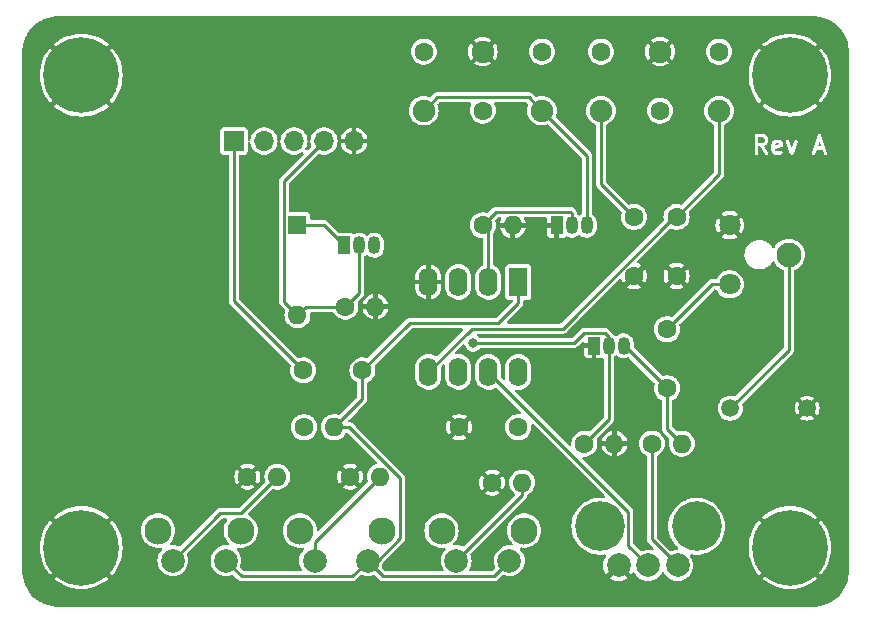
<source format=gtl>
%TF.GenerationSoftware,KiCad,Pcbnew,7.0.10-7.0.10~ubuntu22.04.1*%
%TF.CreationDate,2024-01-03T17:37:56-08:00*%
%TF.ProjectId,EtherKeyerMini,45746865-724b-4657-9965-724d696e692e,A*%
%TF.SameCoordinates,Original*%
%TF.FileFunction,Copper,L1,Top*%
%TF.FilePolarity,Positive*%
%FSLAX46Y46*%
G04 Gerber Fmt 4.6, Leading zero omitted, Abs format (unit mm)*
G04 Created by KiCad (PCBNEW 7.0.10-7.0.10~ubuntu22.04.1) date 2024-01-03 17:37:56*
%MOMM*%
%LPD*%
G01*
G04 APERTURE LIST*
%ADD10C,0.300000*%
%TA.AperFunction,ComponentPad*%
%ADD11R,1.600000X2.400000*%
%TD*%
%TA.AperFunction,ComponentPad*%
%ADD12O,1.600000X2.400000*%
%TD*%
%TA.AperFunction,ComponentPad*%
%ADD13C,2.300000*%
%TD*%
%TA.AperFunction,ComponentPad*%
%ADD14C,2.000000*%
%TD*%
%TA.AperFunction,ComponentPad*%
%ADD15C,1.500000*%
%TD*%
%TA.AperFunction,ComponentPad*%
%ADD16C,4.200000*%
%TD*%
%TA.AperFunction,ComponentPad*%
%ADD17C,1.600000*%
%TD*%
%TA.AperFunction,ComponentPad*%
%ADD18O,1.600000X1.600000*%
%TD*%
%TA.AperFunction,ComponentPad*%
%ADD19C,1.800000*%
%TD*%
%TA.AperFunction,ComponentPad*%
%ADD20C,2.100000*%
%TD*%
%TA.AperFunction,ComponentPad*%
%ADD21R,1.050000X1.500000*%
%TD*%
%TA.AperFunction,ComponentPad*%
%ADD22O,1.050000X1.500000*%
%TD*%
%TA.AperFunction,ComponentPad*%
%ADD23O,1.700000X1.700000*%
%TD*%
%TA.AperFunction,ComponentPad*%
%ADD24R,1.700000X1.700000*%
%TD*%
%TA.AperFunction,WasherPad*%
%ADD25C,1.600000*%
%TD*%
%TA.AperFunction,ComponentPad*%
%ADD26C,1.900000*%
%TD*%
%TA.AperFunction,ComponentPad*%
%ADD27C,0.800000*%
%TD*%
%TA.AperFunction,ComponentPad*%
%ADD28C,6.400000*%
%TD*%
%TA.AperFunction,ComponentPad*%
%ADD29R,1.600000X1.600000*%
%TD*%
%TA.AperFunction,ViaPad*%
%ADD30C,0.800000*%
%TD*%
%TA.AperFunction,Conductor*%
%ADD31C,0.250000*%
%TD*%
G04 APERTURE END LIST*
D10*
G36*
X162779943Y-60295535D02*
G01*
X162816947Y-60332539D01*
X162861653Y-60421951D01*
X162861653Y-60565418D01*
X162816946Y-60654831D01*
X162779941Y-60691836D01*
X162690529Y-60736542D01*
X162304510Y-60736542D01*
X162304510Y-60250828D01*
X162690529Y-60250828D01*
X162779943Y-60295535D01*
G37*
G36*
X164114136Y-60784060D02*
G01*
X164140311Y-60836411D01*
X163733082Y-60917857D01*
X163733082Y-60850523D01*
X163766313Y-60784060D01*
X163832778Y-60750828D01*
X164047672Y-60750828D01*
X164114136Y-60784060D01*
G37*
G36*
X167660683Y-61022257D02*
G01*
X167362624Y-61022257D01*
X167511653Y-60575169D01*
X167660683Y-61022257D01*
G37*
G36*
X168372894Y-61965114D02*
G01*
X161790224Y-61965114D01*
X161790224Y-61600828D01*
X162004510Y-61600828D01*
X162024606Y-61675828D01*
X162079510Y-61730732D01*
X162154510Y-61750828D01*
X162229510Y-61730732D01*
X162284414Y-61675828D01*
X162304510Y-61600828D01*
X162304510Y-61036542D01*
X162433555Y-61036542D01*
X162888768Y-61686847D01*
X162948241Y-61736765D01*
X163024706Y-61750259D01*
X163097672Y-61723713D01*
X163147590Y-61664240D01*
X163161084Y-61587775D01*
X163134538Y-61514809D01*
X163044751Y-61386542D01*
X163433082Y-61386542D01*
X163442006Y-61419847D01*
X163448918Y-61453623D01*
X163520346Y-61596482D01*
X163526433Y-61603346D01*
X163529334Y-61612049D01*
X163551869Y-61632032D01*
X163571861Y-61654577D01*
X163580566Y-61657478D01*
X163587429Y-61663564D01*
X163730287Y-61734993D01*
X163764071Y-61741906D01*
X163797368Y-61750828D01*
X164083082Y-61750828D01*
X164116385Y-61741904D01*
X164150164Y-61734992D01*
X164293021Y-61663564D01*
X164351116Y-61612049D01*
X164375670Y-61538388D01*
X164360103Y-61462318D01*
X164308588Y-61404223D01*
X164234927Y-61379669D01*
X164158858Y-61395236D01*
X164047672Y-61450828D01*
X163832777Y-61450828D01*
X163766314Y-61417597D01*
X163733082Y-61351133D01*
X163733082Y-61223798D01*
X164326786Y-61105058D01*
X164348726Y-61094209D01*
X164372368Y-61087875D01*
X164382959Y-61077283D01*
X164396388Y-61070644D01*
X164409965Y-61050277D01*
X164427272Y-61032971D01*
X164431149Y-61018501D01*
X164439458Y-61006038D01*
X164441033Y-60981613D01*
X164447368Y-60957971D01*
X164447368Y-60815114D01*
X164438445Y-60781813D01*
X164431532Y-60748031D01*
X164360103Y-60605175D01*
X164354016Y-60598311D01*
X164351116Y-60589609D01*
X164333389Y-60573889D01*
X164649806Y-60573889D01*
X164656106Y-60651278D01*
X165013249Y-61651278D01*
X165028616Y-61673510D01*
X165040188Y-61697939D01*
X165050364Y-61704973D01*
X165057399Y-61715150D01*
X165081827Y-61726721D01*
X165104060Y-61742089D01*
X165116389Y-61743092D01*
X165127571Y-61748389D01*
X165154510Y-61746195D01*
X165181449Y-61748389D01*
X165192630Y-61743092D01*
X165204960Y-61742089D01*
X165227192Y-61726721D01*
X165251621Y-61715150D01*
X165258655Y-61704973D01*
X165268832Y-61697939D01*
X165280403Y-61673510D01*
X165295771Y-61651278D01*
X165303049Y-61630900D01*
X166864698Y-61630900D01*
X166899423Y-61700349D01*
X166964219Y-61743130D01*
X167041725Y-61747783D01*
X167111174Y-61713058D01*
X167153955Y-61648262D01*
X167262624Y-61322257D01*
X167760683Y-61322257D01*
X167869351Y-61648262D01*
X167912132Y-61713059D01*
X167981581Y-61747783D01*
X168059087Y-61743131D01*
X168123884Y-61700349D01*
X168158608Y-61630900D01*
X168153956Y-61553394D01*
X167653955Y-60053394D01*
X167637359Y-60028258D01*
X167623884Y-60001307D01*
X167616227Y-59996251D01*
X167611174Y-59988598D01*
X167584231Y-59975126D01*
X167559087Y-59958525D01*
X167549929Y-59957975D01*
X167541725Y-59953873D01*
X167511656Y-59955678D01*
X167481581Y-59953873D01*
X167473374Y-59957976D01*
X167464219Y-59958526D01*
X167439083Y-59975121D01*
X167412132Y-59988597D01*
X167407076Y-59996253D01*
X167399423Y-60001307D01*
X167385949Y-60028253D01*
X167369351Y-60053394D01*
X166869351Y-61553394D01*
X166864698Y-61630900D01*
X165303049Y-61630900D01*
X165652914Y-60651279D01*
X165659214Y-60573889D01*
X165625975Y-60503717D01*
X165562103Y-60459567D01*
X165484714Y-60453267D01*
X165414542Y-60486506D01*
X165370392Y-60550378D01*
X165154510Y-61154847D01*
X164938628Y-60550378D01*
X164894478Y-60486506D01*
X164824306Y-60453267D01*
X164746917Y-60459567D01*
X164683045Y-60503717D01*
X164649806Y-60573889D01*
X164333389Y-60573889D01*
X164328575Y-60569620D01*
X164308587Y-60547080D01*
X164299884Y-60544179D01*
X164293021Y-60538093D01*
X164150164Y-60466664D01*
X164116383Y-60459751D01*
X164083082Y-60450828D01*
X163797368Y-60450828D01*
X163764066Y-60459751D01*
X163730286Y-60466664D01*
X163587428Y-60538093D01*
X163580565Y-60544178D01*
X163571861Y-60547080D01*
X163551873Y-60569620D01*
X163529333Y-60589608D01*
X163526431Y-60598312D01*
X163520346Y-60605175D01*
X163448918Y-60748032D01*
X163442005Y-60781810D01*
X163433082Y-60815114D01*
X163433082Y-61386542D01*
X163044751Y-61386542D01*
X162789211Y-61021485D01*
X162793021Y-61020706D01*
X162935878Y-60949278D01*
X162953947Y-60933254D01*
X162974862Y-60921180D01*
X163046291Y-60849751D01*
X163058365Y-60828836D01*
X163074389Y-60810767D01*
X163145817Y-60667909D01*
X163152728Y-60634133D01*
X163161653Y-60600828D01*
X163161653Y-60386542D01*
X163152728Y-60353236D01*
X163145817Y-60319461D01*
X163074389Y-60176603D01*
X163058365Y-60158533D01*
X163046290Y-60137618D01*
X162974861Y-60066190D01*
X162953946Y-60054115D01*
X162935878Y-60038093D01*
X162793021Y-59966664D01*
X162759240Y-59959751D01*
X162725939Y-59950828D01*
X162154510Y-59950828D01*
X162079510Y-59970924D01*
X162024606Y-60025828D01*
X162004510Y-60100828D01*
X162004510Y-61600828D01*
X161790224Y-61600828D01*
X161790224Y-59736542D01*
X168372894Y-59736542D01*
X168372894Y-61965114D01*
G37*
D11*
%TO.P,U1,1,PB5/RESET*%
%TO.N,Net-(U1-PB5{slash}RESET)*%
X142000000Y-72500000D03*
D12*
%TO.P,U1,2,PB3*%
%TO.N,Net-(Q2-G)*%
X139460000Y-72500000D03*
%TO.P,U1,3,PB4*%
%TO.N,Net-(Q3-G)*%
X136920000Y-72500000D03*
%TO.P,U1,4,GND*%
%TO.N,GND*%
X134380000Y-72500000D03*
%TO.P,U1,5,PB0*%
%TO.N,RX*%
X134380000Y-80120000D03*
%TO.P,U1,6,PB1*%
%TO.N,TX*%
X136920000Y-80120000D03*
%TO.P,U1,7,PB2*%
%TO.N,Net-(U1-PB2)*%
X139460000Y-80120000D03*
%TO.P,U1,8,VCC*%
%TO.N,VDD*%
X142000000Y-80120000D03*
%TD*%
D13*
%TO.P,S3,*%
%TO.N,*%
X135500000Y-93550000D03*
X142500000Y-93550000D03*
D14*
%TO.P,S3,1,1*%
%TO.N,Net-(R5-Pad2)*%
X136750000Y-96100000D03*
%TO.P,S3,2,2*%
%TO.N,Net-(U1-PB5{slash}RESET)*%
X141250000Y-96100000D03*
%TD*%
D13*
%TO.P,S2,*%
%TO.N,*%
X123500000Y-93550000D03*
X130500000Y-93550000D03*
D14*
%TO.P,S2,1,1*%
%TO.N,Net-(R4-Pad2)*%
X124750000Y-96100000D03*
%TO.P,S2,2,2*%
%TO.N,Net-(U1-PB5{slash}RESET)*%
X129250000Y-96100000D03*
%TD*%
%TO.P,S1,2,2*%
%TO.N,Net-(U1-PB5{slash}RESET)*%
X117250000Y-96100000D03*
%TO.P,S1,1,1*%
%TO.N,Net-(R3-Pad2)*%
X112750000Y-96100000D03*
D13*
%TO.P,S1,*%
%TO.N,*%
X118500000Y-93550000D03*
X111500000Y-93550000D03*
%TD*%
D15*
%TO.P,SP1,1,1*%
%TO.N,Net-(R2-Pad2)*%
X159950000Y-83200000D03*
%TO.P,SP1,2,2*%
%TO.N,GND*%
X166450000Y-83200000D03*
%TD*%
D16*
%TO.P,R10,*%
%TO.N,*%
X148900000Y-93200000D03*
X157100000Y-93200000D03*
D14*
%TO.P,R10,1,1*%
%TO.N,VDD*%
X155500000Y-96500000D03*
%TO.P,R10,2,2*%
%TO.N,Net-(U1-PB2)*%
X153000000Y-96500000D03*
%TO.P,R10,3,3*%
%TO.N,GND*%
X150500000Y-96500000D03*
%TD*%
D17*
%TO.P,R9,1*%
%TO.N,Net-(Q3-G)*%
X147600000Y-86200000D03*
D18*
%TO.P,R9,2*%
%TO.N,GND*%
X150140000Y-86200000D03*
%TD*%
D17*
%TO.P,R8,1*%
%TO.N,VDD*%
X123855000Y-84800000D03*
D18*
%TO.P,R8,2*%
%TO.N,Net-(U1-PB5{slash}RESET)*%
X126395000Y-84800000D03*
%TD*%
D17*
%TO.P,R7,1*%
%TO.N,VDD*%
X153300000Y-86200000D03*
D18*
%TO.P,R7,2*%
%TO.N,Net-(Q3-D)*%
X155840000Y-86200000D03*
%TD*%
D17*
%TO.P,R6,1*%
%TO.N,Net-(Q2-G)*%
X139000000Y-67700000D03*
D18*
%TO.P,R6,2*%
%TO.N,GND*%
X141540000Y-67700000D03*
%TD*%
D17*
%TO.P,R5,1*%
%TO.N,GND*%
X139800000Y-89500000D03*
D18*
%TO.P,R5,2*%
%TO.N,Net-(R5-Pad2)*%
X142340000Y-89500000D03*
%TD*%
D17*
%TO.P,R4,1*%
%TO.N,GND*%
X127760000Y-89000000D03*
D18*
%TO.P,R4,2*%
%TO.N,Net-(R4-Pad2)*%
X130300000Y-89000000D03*
%TD*%
D17*
%TO.P,R3,1*%
%TO.N,GND*%
X119060000Y-89000000D03*
D18*
%TO.P,R3,2*%
%TO.N,Net-(R3-Pad2)*%
X121600000Y-89000000D03*
%TD*%
D19*
%TO.P,R2,1,1*%
%TO.N,Net-(C1-Pad2)*%
X159900000Y-72700000D03*
D20*
%TO.P,R2,2,2*%
%TO.N,Net-(R2-Pad2)*%
X164900000Y-70200000D03*
D19*
%TO.P,R2,3,3*%
%TO.N,GND*%
X159900000Y-67700000D03*
%TD*%
D17*
%TO.P,R1,1*%
%TO.N,+5V*%
X127360000Y-74600000D03*
D18*
%TO.P,R1,2*%
%TO.N,GND*%
X129900000Y-74600000D03*
%TD*%
D21*
%TO.P,Q3,1,S*%
%TO.N,GND*%
X148400000Y-77900000D03*
D22*
%TO.P,Q3,2,G*%
%TO.N,Net-(Q3-G)*%
X149670000Y-77900000D03*
%TO.P,Q3,3,D*%
%TO.N,Net-(Q3-D)*%
X150940000Y-77900000D03*
%TD*%
D21*
%TO.P,Q2,1,S*%
%TO.N,GND*%
X145260000Y-67700000D03*
D22*
%TO.P,Q2,2,G*%
%TO.N,Net-(Q2-G)*%
X146530000Y-67700000D03*
%TO.P,Q2,3,D*%
%TO.N,Net-(Q2-D)*%
X147800000Y-67700000D03*
%TD*%
D21*
%TO.P,Q1,1,S*%
%TO.N,VDD*%
X127260000Y-69400000D03*
D22*
%TO.P,Q1,2,G*%
%TO.N,+5V*%
X128530000Y-69400000D03*
%TO.P,Q1,3,D*%
%TO.N,Net-(BT1-+)*%
X129800000Y-69400000D03*
%TD*%
D23*
%TO.P,J3,5,Pin_5*%
%TO.N,GND*%
X128085000Y-60575000D03*
%TO.P,J3,4,Pin_4*%
%TO.N,+5V*%
X125545000Y-60575000D03*
%TO.P,J3,3,Pin_3*%
%TO.N,TX*%
X123005000Y-60575000D03*
%TO.P,J3,2,Pin_2*%
%TO.N,RX*%
X120465000Y-60575000D03*
D24*
%TO.P,J3,1,Pin_1*%
%TO.N,DTR*%
X117925000Y-60575000D03*
%TD*%
D25*
%TO.P,J2,*%
%TO.N,*%
X159000000Y-53000000D03*
X153990000Y-58000000D03*
X149000000Y-53000000D03*
D26*
%TO.P,J2,R*%
%TO.N,RX*%
X159000000Y-58000000D03*
%TO.P,J2,S*%
%TO.N,GND*%
X154000000Y-53000000D03*
%TO.P,J2,T*%
%TO.N,TX*%
X149000000Y-58000000D03*
%TD*%
D25*
%TO.P,J1,*%
%TO.N,*%
X144000000Y-53000000D03*
X138990000Y-58000000D03*
X134000000Y-53000000D03*
D26*
%TO.P,J1,R*%
%TO.N,Net-(Q2-D)*%
X144000000Y-58000000D03*
%TO.P,J1,S*%
%TO.N,GND*%
X139000000Y-53000000D03*
%TO.P,J1,T*%
%TO.N,Net-(Q2-D)*%
X134000000Y-58000000D03*
%TD*%
D27*
%TO.P,H4,1,1*%
%TO.N,GND*%
X107400000Y-95000000D03*
X103302944Y-96697056D03*
X106697056Y-96697056D03*
X105000000Y-97400000D03*
D28*
X105000000Y-95000000D03*
D27*
X102600000Y-95000000D03*
X106697056Y-93302944D03*
X103302944Y-93302944D03*
X105000000Y-92600000D03*
%TD*%
%TO.P,H3,1,1*%
%TO.N,GND*%
X105000000Y-52600000D03*
X103302944Y-53302944D03*
X106697056Y-53302944D03*
X102600000Y-55000000D03*
D28*
X105000000Y-55000000D03*
D27*
X105000000Y-57400000D03*
X106697056Y-56697056D03*
X103302944Y-56697056D03*
X107400000Y-55000000D03*
%TD*%
%TO.P,H2,1,1*%
%TO.N,GND*%
X167400000Y-95000000D03*
X163302944Y-96697056D03*
X166697056Y-96697056D03*
X165000000Y-97400000D03*
D28*
X165000000Y-95000000D03*
D27*
X162600000Y-95000000D03*
X166697056Y-93302944D03*
X163302944Y-93302944D03*
X165000000Y-92600000D03*
%TD*%
%TO.P,H1,1,1*%
%TO.N,GND*%
X167400000Y-55000000D03*
X163302944Y-56697056D03*
X166697056Y-56697056D03*
X165000000Y-57400000D03*
D28*
X165000000Y-55000000D03*
D27*
X162600000Y-55000000D03*
X166697056Y-53302944D03*
X163302944Y-53302944D03*
X165000000Y-52600000D03*
%TD*%
D29*
%TO.P,D1,1,K*%
%TO.N,VDD*%
X123300000Y-67690000D03*
D18*
%TO.P,D1,2,A*%
%TO.N,+5V*%
X123300000Y-75310000D03*
%TD*%
D17*
%TO.P,C5,1*%
%TO.N,RX*%
X155400000Y-67000000D03*
%TO.P,C5,2*%
%TO.N,GND*%
X155400000Y-72000000D03*
%TD*%
%TO.P,C4,1*%
%TO.N,TX*%
X151800000Y-67000000D03*
%TO.P,C4,2*%
%TO.N,GND*%
X151800000Y-72000000D03*
%TD*%
%TO.P,C3,1*%
%TO.N,VDD*%
X142000000Y-84800000D03*
%TO.P,C3,2*%
%TO.N,GND*%
X137000000Y-84800000D03*
%TD*%
%TO.P,C2,1*%
%TO.N,Net-(U1-PB5{slash}RESET)*%
X128800000Y-80000000D03*
%TO.P,C2,2*%
%TO.N,DTR*%
X123800000Y-80000000D03*
%TD*%
%TO.P,C1,1*%
%TO.N,Net-(Q3-D)*%
X154600000Y-81500000D03*
%TO.P,C1,2*%
%TO.N,Net-(C1-Pad2)*%
X154600000Y-76500000D03*
%TD*%
D30*
%TO.N,Net-(Q3-G)*%
X138200000Y-77700000D03*
%TD*%
D31*
%TO.N,Net-(Q3-G)*%
X146675000Y-77700000D02*
X147550000Y-76825000D01*
X138200000Y-77700000D02*
X146675000Y-77700000D01*
X147550000Y-76825000D02*
X149325000Y-76825000D01*
X149325000Y-76825000D02*
X149670000Y-77170000D01*
X149670000Y-77170000D02*
X149670000Y-77900000D01*
%TO.N,Net-(U1-PB2)*%
X139460000Y-80120000D02*
X151325000Y-91985000D01*
X151325000Y-91985000D02*
X151325000Y-94825000D01*
X151325000Y-94825000D02*
X153000000Y-96500000D01*
%TO.N,Net-(R2-Pad2)*%
X164900000Y-70200000D02*
X164900000Y-78250000D01*
X164900000Y-78250000D02*
X159950000Y-83200000D01*
%TO.N,Net-(C1-Pad2)*%
X159900000Y-72700000D02*
X158400000Y-72700000D01*
X158400000Y-72700000D02*
X154600000Y-76500000D01*
%TO.N,Net-(Q3-D)*%
X154600000Y-81500000D02*
X154600000Y-84960000D01*
X154600000Y-84960000D02*
X155840000Y-86200000D01*
X150940000Y-77900000D02*
X151000000Y-77900000D01*
X151000000Y-77900000D02*
X154600000Y-81500000D01*
%TO.N,Net-(Q3-G)*%
X147600000Y-86200000D02*
X149670000Y-84130000D01*
X149670000Y-84130000D02*
X149670000Y-77900000D01*
%TO.N,VDD*%
X155500000Y-96500000D02*
X153300000Y-94300000D01*
X153300000Y-94300000D02*
X153300000Y-86200000D01*
%TO.N,RX*%
X134380000Y-80120000D02*
X138050000Y-76450000D01*
X138050000Y-76450000D02*
X145750000Y-76450000D01*
X155200000Y-67000000D02*
X155400000Y-67000000D01*
X145750000Y-76450000D02*
X155200000Y-67000000D01*
%TO.N,Net-(Q2-D)*%
X147800000Y-67700000D02*
X147800000Y-61800000D01*
X147800000Y-61800000D02*
X144000000Y-58000000D01*
%TO.N,Net-(Q2-G)*%
X139000000Y-67700000D02*
X140125000Y-66575000D01*
X140125000Y-66575000D02*
X146405000Y-66575000D01*
X146405000Y-66575000D02*
X146530000Y-66700000D01*
X146530000Y-66700000D02*
X146530000Y-67700000D01*
X139460000Y-72500000D02*
X139460000Y-68160000D01*
X139460000Y-68160000D02*
X139000000Y-67700000D01*
%TO.N,RX*%
X159000000Y-58000000D02*
X159000000Y-63400000D01*
X159000000Y-63400000D02*
X155400000Y-67000000D01*
%TO.N,TX*%
X149000000Y-58000000D02*
X149000000Y-64200000D01*
X149000000Y-64200000D02*
X151800000Y-67000000D01*
%TO.N,Net-(Q2-D)*%
X134000000Y-58000000D02*
X135125000Y-56875000D01*
X135125000Y-56875000D02*
X142875000Y-56875000D01*
X142875000Y-56875000D02*
X144000000Y-58000000D01*
%TO.N,Net-(U1-PB5{slash}RESET)*%
X132800000Y-76000000D02*
X140300000Y-76000000D01*
X128800000Y-80000000D02*
X132800000Y-76000000D01*
X140300000Y-76000000D02*
X142000000Y-74300000D01*
X142000000Y-74300000D02*
X142000000Y-72500000D01*
X128800000Y-80000000D02*
X128800000Y-82395000D01*
X128800000Y-82395000D02*
X126395000Y-84800000D01*
X126395000Y-84800000D02*
X127690991Y-84800000D01*
X132000000Y-89109009D02*
X132000000Y-94200000D01*
X132000000Y-94200000D02*
X130100000Y-96100000D01*
X127690991Y-84800000D02*
X132000000Y-89109009D01*
X130100000Y-96100000D02*
X129250000Y-96100000D01*
X129250000Y-96100000D02*
X130575000Y-97425000D01*
X130575000Y-97425000D02*
X139925000Y-97425000D01*
X139925000Y-97425000D02*
X141250000Y-96100000D01*
%TO.N,Net-(R5-Pad2)*%
X136750000Y-96100000D02*
X142340000Y-90510000D01*
X142340000Y-90510000D02*
X142340000Y-89500000D01*
%TO.N,Net-(U1-PB5{slash}RESET)*%
X117250000Y-96100000D02*
X118575000Y-97425000D01*
X118575000Y-97425000D02*
X127925000Y-97425000D01*
X127925000Y-97425000D02*
X129250000Y-96100000D01*
%TO.N,Net-(R4-Pad2)*%
X124750000Y-96100000D02*
X124750000Y-94550000D01*
X124750000Y-94550000D02*
X130300000Y-89000000D01*
%TO.N,Net-(R3-Pad2)*%
X112750000Y-96100000D02*
X116775000Y-92075000D01*
X116775000Y-92075000D02*
X118525000Y-92075000D01*
X118525000Y-92075000D02*
X121600000Y-89000000D01*
%TO.N,+5V*%
X128530000Y-69400000D02*
X128530000Y-73430000D01*
X128530000Y-73430000D02*
X127360000Y-74600000D01*
%TO.N,DTR*%
X117925000Y-60575000D02*
X117925000Y-74125000D01*
X117925000Y-74125000D02*
X123800000Y-80000000D01*
%TO.N,+5V*%
X125545000Y-60575000D02*
X122175000Y-63945000D01*
X122175000Y-63945000D02*
X122175000Y-74185000D01*
X122175000Y-74185000D02*
X123300000Y-75310000D01*
X127360000Y-74600000D02*
X124010000Y-74600000D01*
X124010000Y-74600000D02*
X123300000Y-75310000D01*
%TO.N,VDD*%
X123300000Y-67690000D02*
X125550000Y-67690000D01*
X125550000Y-67690000D02*
X127260000Y-69400000D01*
%TD*%
%TA.AperFunction,Conductor*%
%TO.N,GND*%
G36*
X106731939Y-96449096D02*
G01*
X106721680Y-96447056D01*
X106672432Y-96447056D01*
X106599511Y-96461561D01*
X106516816Y-96516816D01*
X106461561Y-96599511D01*
X106442158Y-96697056D01*
X106449096Y-96731939D01*
X105982318Y-96265161D01*
X106134870Y-96134870D01*
X106265161Y-95982318D01*
X106731939Y-96449096D01*
G37*
%TD.AperFunction*%
%TA.AperFunction,Conductor*%
G36*
X103865130Y-96134870D02*
G01*
X104017681Y-96265160D01*
X103550903Y-96731938D01*
X103557842Y-96697056D01*
X103538439Y-96599511D01*
X103483184Y-96516816D01*
X103400489Y-96461561D01*
X103327568Y-96447056D01*
X103278320Y-96447056D01*
X103268057Y-96449097D01*
X103734838Y-95982316D01*
X103865130Y-96134870D01*
G37*
%TD.AperFunction*%
%TA.AperFunction,Conductor*%
G36*
X104017681Y-93734838D02*
G01*
X103865130Y-93865130D01*
X103734838Y-94017681D01*
X103268060Y-93550903D01*
X103278320Y-93552944D01*
X103327568Y-93552944D01*
X103400489Y-93538439D01*
X103483184Y-93483184D01*
X103538439Y-93400489D01*
X103557842Y-93302944D01*
X103550903Y-93268060D01*
X104017681Y-93734838D01*
G37*
%TD.AperFunction*%
%TA.AperFunction,Conductor*%
G36*
X106442158Y-93302944D02*
G01*
X106461561Y-93400489D01*
X106516816Y-93483184D01*
X106599511Y-93538439D01*
X106672432Y-93552944D01*
X106721680Y-93552944D01*
X106731937Y-93550903D01*
X106265160Y-94017681D01*
X106134870Y-93865130D01*
X105982318Y-93734838D01*
X106449096Y-93268059D01*
X106442158Y-93302944D01*
G37*
%TD.AperFunction*%
%TA.AperFunction,Conductor*%
G36*
X166731939Y-96449096D02*
G01*
X166721680Y-96447056D01*
X166672432Y-96447056D01*
X166599511Y-96461561D01*
X166516816Y-96516816D01*
X166461561Y-96599511D01*
X166442158Y-96697056D01*
X166449096Y-96731939D01*
X165982318Y-96265161D01*
X166134870Y-96134870D01*
X166265161Y-95982318D01*
X166731939Y-96449096D01*
G37*
%TD.AperFunction*%
%TA.AperFunction,Conductor*%
G36*
X163865130Y-96134870D02*
G01*
X164017681Y-96265160D01*
X163550903Y-96731938D01*
X163557842Y-96697056D01*
X163538439Y-96599511D01*
X163483184Y-96516816D01*
X163400489Y-96461561D01*
X163327568Y-96447056D01*
X163278320Y-96447056D01*
X163268058Y-96449097D01*
X163734838Y-95982317D01*
X163865130Y-96134870D01*
G37*
%TD.AperFunction*%
%TA.AperFunction,Conductor*%
G36*
X164017681Y-93734838D02*
G01*
X163865130Y-93865130D01*
X163734838Y-94017681D01*
X163268060Y-93550903D01*
X163278320Y-93552944D01*
X163327568Y-93552944D01*
X163400489Y-93538439D01*
X163483184Y-93483184D01*
X163538439Y-93400489D01*
X163557842Y-93302944D01*
X163550903Y-93268060D01*
X164017681Y-93734838D01*
G37*
%TD.AperFunction*%
%TA.AperFunction,Conductor*%
G36*
X166442158Y-93302944D02*
G01*
X166461561Y-93400489D01*
X166516816Y-93483184D01*
X166599511Y-93538439D01*
X166672432Y-93552944D01*
X166721680Y-93552944D01*
X166731937Y-93550903D01*
X166265160Y-94017681D01*
X166134870Y-93865130D01*
X165982318Y-93734838D01*
X166449096Y-93268059D01*
X166442158Y-93302944D01*
G37*
%TD.AperFunction*%
%TA.AperFunction,Conductor*%
G36*
X106731939Y-56449096D02*
G01*
X106721680Y-56447056D01*
X106672432Y-56447056D01*
X106599511Y-56461561D01*
X106516816Y-56516816D01*
X106461561Y-56599511D01*
X106442158Y-56697056D01*
X106449096Y-56731939D01*
X105982318Y-56265161D01*
X106134870Y-56134870D01*
X106265161Y-55982318D01*
X106731939Y-56449096D01*
G37*
%TD.AperFunction*%
%TA.AperFunction,Conductor*%
G36*
X103865130Y-56134870D02*
G01*
X104017681Y-56265160D01*
X103550903Y-56731938D01*
X103557842Y-56697056D01*
X103538439Y-56599511D01*
X103483184Y-56516816D01*
X103400489Y-56461561D01*
X103327568Y-56447056D01*
X103278320Y-56447056D01*
X103268057Y-56449097D01*
X103734838Y-55982316D01*
X103865130Y-56134870D01*
G37*
%TD.AperFunction*%
%TA.AperFunction,Conductor*%
G36*
X104017681Y-53734838D02*
G01*
X103865130Y-53865130D01*
X103734838Y-54017681D01*
X103268060Y-53550903D01*
X103278320Y-53552944D01*
X103327568Y-53552944D01*
X103400489Y-53538439D01*
X103483184Y-53483184D01*
X103538439Y-53400489D01*
X103557842Y-53302944D01*
X103550903Y-53268060D01*
X104017681Y-53734838D01*
G37*
%TD.AperFunction*%
%TA.AperFunction,Conductor*%
G36*
X106442158Y-53302944D02*
G01*
X106461561Y-53400489D01*
X106516816Y-53483184D01*
X106599511Y-53538439D01*
X106672432Y-53552944D01*
X106721680Y-53552944D01*
X106731937Y-53550903D01*
X106265160Y-54017681D01*
X106134870Y-53865130D01*
X105982318Y-53734838D01*
X106449096Y-53268059D01*
X106442158Y-53302944D01*
G37*
%TD.AperFunction*%
%TA.AperFunction,Conductor*%
G36*
X166731939Y-56449096D02*
G01*
X166721680Y-56447056D01*
X166672432Y-56447056D01*
X166599511Y-56461561D01*
X166516816Y-56516816D01*
X166461561Y-56599511D01*
X166442158Y-56697056D01*
X166449096Y-56731939D01*
X165982318Y-56265161D01*
X166134870Y-56134870D01*
X166265161Y-55982318D01*
X166731939Y-56449096D01*
G37*
%TD.AperFunction*%
%TA.AperFunction,Conductor*%
G36*
X163865130Y-56134870D02*
G01*
X164017681Y-56265160D01*
X163550903Y-56731938D01*
X163557842Y-56697056D01*
X163538439Y-56599511D01*
X163483184Y-56516816D01*
X163400489Y-56461561D01*
X163327568Y-56447056D01*
X163278320Y-56447056D01*
X163268058Y-56449097D01*
X163734838Y-55982317D01*
X163865130Y-56134870D01*
G37*
%TD.AperFunction*%
%TA.AperFunction,Conductor*%
G36*
X164017681Y-53734838D02*
G01*
X163865130Y-53865130D01*
X163734838Y-54017681D01*
X163268060Y-53550903D01*
X163278320Y-53552944D01*
X163327568Y-53552944D01*
X163400489Y-53538439D01*
X163483184Y-53483184D01*
X163538439Y-53400489D01*
X163557842Y-53302944D01*
X163550903Y-53268060D01*
X164017681Y-53734838D01*
G37*
%TD.AperFunction*%
%TA.AperFunction,Conductor*%
G36*
X166442158Y-53302944D02*
G01*
X166461561Y-53400489D01*
X166516816Y-53483184D01*
X166599511Y-53538439D01*
X166672432Y-53552944D01*
X166721680Y-53552944D01*
X166731937Y-53550903D01*
X166265160Y-54017681D01*
X166134870Y-53865130D01*
X165982318Y-53734838D01*
X166449096Y-53268059D01*
X166442158Y-53302944D01*
G37*
%TD.AperFunction*%
%TA.AperFunction,Conductor*%
G36*
X166851355Y-50000549D02*
G01*
X167162756Y-50009286D01*
X167173129Y-50010015D01*
X167494797Y-50046258D01*
X167508504Y-50048587D01*
X167688118Y-50089582D01*
X167822411Y-50120233D01*
X167835759Y-50124078D01*
X168139677Y-50230423D01*
X168152519Y-50235743D01*
X168442598Y-50375438D01*
X168454768Y-50382164D01*
X168727384Y-50553460D01*
X168738725Y-50561507D01*
X168990457Y-50762257D01*
X169000825Y-50771523D01*
X169228476Y-50999174D01*
X169237742Y-51009542D01*
X169438492Y-51261274D01*
X169446539Y-51272615D01*
X169617835Y-51545231D01*
X169624561Y-51557401D01*
X169764256Y-51847480D01*
X169769578Y-51860327D01*
X169875918Y-52164230D01*
X169879767Y-52177593D01*
X169951412Y-52491495D01*
X169953741Y-52505203D01*
X169989983Y-52826856D01*
X169990714Y-52837262D01*
X169999451Y-53148643D01*
X169999500Y-53152121D01*
X169999500Y-96847877D01*
X169999451Y-96851355D01*
X169990714Y-97162737D01*
X169989983Y-97173143D01*
X169953741Y-97494796D01*
X169951412Y-97508504D01*
X169879767Y-97822406D01*
X169875918Y-97835769D01*
X169769578Y-98139672D01*
X169764256Y-98152519D01*
X169624561Y-98442598D01*
X169617835Y-98454768D01*
X169446539Y-98727384D01*
X169438492Y-98738725D01*
X169237742Y-98990457D01*
X169228476Y-99000825D01*
X169000825Y-99228476D01*
X168990457Y-99237742D01*
X168738725Y-99438492D01*
X168727384Y-99446539D01*
X168454768Y-99617835D01*
X168442598Y-99624561D01*
X168152519Y-99764256D01*
X168139672Y-99769578D01*
X167835769Y-99875918D01*
X167822406Y-99879767D01*
X167508504Y-99951412D01*
X167494796Y-99953741D01*
X167173143Y-99989983D01*
X167162737Y-99990714D01*
X166851355Y-99999451D01*
X166847877Y-99999500D01*
X103152123Y-99999500D01*
X103148645Y-99999451D01*
X102837262Y-99990714D01*
X102826856Y-99989983D01*
X102505203Y-99953741D01*
X102491495Y-99951412D01*
X102177593Y-99879767D01*
X102164230Y-99875918D01*
X101860327Y-99769578D01*
X101847480Y-99764256D01*
X101557401Y-99624561D01*
X101545231Y-99617835D01*
X101272615Y-99446539D01*
X101261274Y-99438492D01*
X101009542Y-99237742D01*
X100999174Y-99228476D01*
X100771523Y-99000825D01*
X100762257Y-98990457D01*
X100561507Y-98738725D01*
X100553460Y-98727384D01*
X100382164Y-98454768D01*
X100375438Y-98442598D01*
X100368511Y-98428215D01*
X100235743Y-98152519D01*
X100230421Y-98139672D01*
X100129236Y-97850500D01*
X100124078Y-97835759D01*
X100120232Y-97822406D01*
X100116251Y-97804966D01*
X100048587Y-97508504D01*
X100046258Y-97494796D01*
X100036193Y-97405468D01*
X100010015Y-97173129D01*
X100009286Y-97162756D01*
X100000549Y-96851355D01*
X100000500Y-96847877D01*
X100000500Y-95000000D01*
X101495197Y-95000000D01*
X101514397Y-95366353D01*
X101571784Y-95728684D01*
X101571784Y-95728686D01*
X101666736Y-96083051D01*
X101798204Y-96425535D01*
X101964754Y-96752406D01*
X102164553Y-97060070D01*
X102384936Y-97332219D01*
X103054985Y-96662169D01*
X103048046Y-96697056D01*
X103067449Y-96794601D01*
X103122704Y-96877296D01*
X103205399Y-96932551D01*
X103278320Y-96947056D01*
X103327568Y-96947056D01*
X103337826Y-96945015D01*
X102667779Y-97615062D01*
X102939929Y-97835446D01*
X103247593Y-98035245D01*
X103574464Y-98201795D01*
X103916948Y-98333263D01*
X104271314Y-98428215D01*
X104633646Y-98485602D01*
X104999999Y-98504803D01*
X105000001Y-98504803D01*
X105366353Y-98485602D01*
X105728684Y-98428215D01*
X105728686Y-98428215D01*
X106083051Y-98333263D01*
X106425535Y-98201795D01*
X106752406Y-98035245D01*
X107060064Y-97835450D01*
X107332219Y-97615062D01*
X106662172Y-96945015D01*
X106672432Y-96947056D01*
X106721680Y-96947056D01*
X106794601Y-96932551D01*
X106877296Y-96877296D01*
X106932551Y-96794601D01*
X106951954Y-96697056D01*
X106945015Y-96662172D01*
X107615062Y-97332219D01*
X107835450Y-97060064D01*
X108035245Y-96752406D01*
X108201795Y-96425535D01*
X108333263Y-96083051D01*
X108428215Y-95728686D01*
X108428215Y-95728684D01*
X108485602Y-95366353D01*
X108504803Y-95000000D01*
X108504803Y-94999999D01*
X108485602Y-94633646D01*
X108428215Y-94271315D01*
X108428215Y-94271313D01*
X108333263Y-93916948D01*
X108201795Y-93574464D01*
X108189332Y-93550005D01*
X110044529Y-93550005D01*
X110064379Y-93789559D01*
X110123389Y-94022589D01*
X110219951Y-94242729D01*
X110351427Y-94443966D01*
X110351429Y-94443969D01*
X110514236Y-94620825D01*
X110514239Y-94620827D01*
X110514242Y-94620830D01*
X110703924Y-94768466D01*
X110703930Y-94768470D01*
X110703933Y-94768472D01*
X110848125Y-94846505D01*
X110896963Y-94872935D01*
X110915344Y-94882882D01*
X110915347Y-94882883D01*
X111142699Y-94960933D01*
X111142701Y-94960933D01*
X111142703Y-94960934D01*
X111379808Y-95000500D01*
X111379809Y-95000500D01*
X111620190Y-95000500D01*
X111620192Y-95000500D01*
X111706663Y-94986070D01*
X111776026Y-94994452D01*
X111829848Y-95039004D01*
X111851039Y-95105582D01*
X111832872Y-95173049D01*
X111814753Y-95196060D01*
X111749951Y-95260862D01*
X111619432Y-95447265D01*
X111619431Y-95447267D01*
X111523261Y-95653502D01*
X111523258Y-95653511D01*
X111464366Y-95873302D01*
X111464364Y-95873313D01*
X111444532Y-96099998D01*
X111444532Y-96100001D01*
X111464364Y-96326686D01*
X111464366Y-96326697D01*
X111523258Y-96546488D01*
X111523261Y-96546497D01*
X111619431Y-96752732D01*
X111619432Y-96752734D01*
X111749954Y-96939141D01*
X111910858Y-97100045D01*
X111910861Y-97100047D01*
X112097266Y-97230568D01*
X112303504Y-97326739D01*
X112303509Y-97326740D01*
X112303511Y-97326741D01*
X112349782Y-97339139D01*
X112523308Y-97385635D01*
X112685230Y-97399801D01*
X112749998Y-97405468D01*
X112750000Y-97405468D01*
X112750002Y-97405468D01*
X112812499Y-97400000D01*
X112976692Y-97385635D01*
X113196496Y-97326739D01*
X113402734Y-97230568D01*
X113589139Y-97100047D01*
X113750047Y-96939139D01*
X113880568Y-96752734D01*
X113976739Y-96546496D01*
X114035635Y-96326692D01*
X114055468Y-96100000D01*
X114035635Y-95873308D01*
X113976739Y-95653504D01*
X113956667Y-95610461D01*
X113946176Y-95541386D01*
X113974695Y-95477602D01*
X113981356Y-95470390D01*
X116914929Y-92536819D01*
X116976252Y-92503334D01*
X117002610Y-92500500D01*
X117223911Y-92500500D01*
X117290950Y-92520185D01*
X117336705Y-92572989D01*
X117346649Y-92642147D01*
X117327719Y-92692321D01*
X117312274Y-92715960D01*
X117219951Y-92857270D01*
X117123389Y-93077410D01*
X117064379Y-93310440D01*
X117044529Y-93549994D01*
X117044529Y-93550005D01*
X117064379Y-93789559D01*
X117123389Y-94022589D01*
X117219951Y-94242729D01*
X117351427Y-94443966D01*
X117351429Y-94443969D01*
X117452001Y-94553220D01*
X117494599Y-94599493D01*
X117525521Y-94662148D01*
X117517661Y-94731574D01*
X117473514Y-94785729D01*
X117407096Y-94807420D01*
X117392562Y-94807004D01*
X117250002Y-94794532D01*
X117249998Y-94794532D01*
X117023313Y-94814364D01*
X117023302Y-94814366D01*
X116803511Y-94873258D01*
X116803502Y-94873261D01*
X116597267Y-94969431D01*
X116597265Y-94969432D01*
X116410858Y-95099954D01*
X116249954Y-95260858D01*
X116119432Y-95447265D01*
X116119431Y-95447267D01*
X116023261Y-95653502D01*
X116023258Y-95653511D01*
X115964366Y-95873302D01*
X115964364Y-95873313D01*
X115944532Y-96099998D01*
X115944532Y-96100001D01*
X115964364Y-96326686D01*
X115964366Y-96326697D01*
X116023258Y-96546488D01*
X116023261Y-96546497D01*
X116119431Y-96752732D01*
X116119432Y-96752734D01*
X116249954Y-96939141D01*
X116410858Y-97100045D01*
X116410861Y-97100047D01*
X116597266Y-97230568D01*
X116803504Y-97326739D01*
X116803509Y-97326740D01*
X116803511Y-97326741D01*
X116849782Y-97339139D01*
X117023308Y-97385635D01*
X117185230Y-97399801D01*
X117249998Y-97405468D01*
X117250000Y-97405468D01*
X117250002Y-97405468D01*
X117312499Y-97400000D01*
X117476692Y-97385635D01*
X117696496Y-97326739D01*
X117739533Y-97306669D01*
X117808609Y-97296175D01*
X117872394Y-97324693D01*
X117879621Y-97331369D01*
X118226472Y-97678220D01*
X118321780Y-97773528D01*
X118343299Y-97784492D01*
X118359878Y-97794651D01*
X118379419Y-97808849D01*
X118402381Y-97816309D01*
X118420354Y-97823753D01*
X118441874Y-97834719D01*
X118465724Y-97838495D01*
X118484645Y-97843039D01*
X118506489Y-97850136D01*
X118507607Y-97850500D01*
X118507608Y-97850500D01*
X127992392Y-97850500D01*
X127992393Y-97850500D01*
X128015360Y-97843036D01*
X128034276Y-97838495D01*
X128058126Y-97834719D01*
X128079636Y-97823757D01*
X128097614Y-97816310D01*
X128120581Y-97808849D01*
X128140118Y-97794653D01*
X128156706Y-97784488D01*
X128178220Y-97773528D01*
X128273528Y-97678220D01*
X128620379Y-97331367D01*
X128681700Y-97297884D01*
X128751391Y-97302868D01*
X128760447Y-97306660D01*
X128803504Y-97326739D01*
X128803510Y-97326740D01*
X128803511Y-97326741D01*
X128849782Y-97339139D01*
X129023308Y-97385635D01*
X129185230Y-97399801D01*
X129249998Y-97405468D01*
X129250000Y-97405468D01*
X129250002Y-97405468D01*
X129312499Y-97400000D01*
X129476692Y-97385635D01*
X129696496Y-97326739D01*
X129739533Y-97306669D01*
X129808609Y-97296175D01*
X129872394Y-97324693D01*
X129879621Y-97331369D01*
X130226472Y-97678220D01*
X130321780Y-97773528D01*
X130343299Y-97784492D01*
X130359878Y-97794651D01*
X130379419Y-97808849D01*
X130402381Y-97816309D01*
X130420354Y-97823753D01*
X130441874Y-97834719D01*
X130465724Y-97838495D01*
X130484645Y-97843039D01*
X130506489Y-97850136D01*
X130507607Y-97850500D01*
X130507608Y-97850500D01*
X139992392Y-97850500D01*
X139992393Y-97850500D01*
X140015360Y-97843036D01*
X140034276Y-97838495D01*
X140058126Y-97834719D01*
X140079636Y-97823757D01*
X140097614Y-97816310D01*
X140120581Y-97808849D01*
X140140118Y-97794653D01*
X140156706Y-97784488D01*
X140178220Y-97773528D01*
X140273528Y-97678220D01*
X140620379Y-97331367D01*
X140681700Y-97297884D01*
X140751391Y-97302868D01*
X140760447Y-97306660D01*
X140803504Y-97326739D01*
X140803510Y-97326740D01*
X140803511Y-97326741D01*
X140849782Y-97339139D01*
X141023308Y-97385635D01*
X141185230Y-97399801D01*
X141249998Y-97405468D01*
X141250000Y-97405468D01*
X141250002Y-97405468D01*
X141312499Y-97400000D01*
X141476692Y-97385635D01*
X141696496Y-97326739D01*
X141902734Y-97230568D01*
X142089139Y-97100047D01*
X142250047Y-96939139D01*
X142380568Y-96752734D01*
X142476739Y-96546496D01*
X142535635Y-96326692D01*
X142555468Y-96100000D01*
X142535635Y-95873308D01*
X142476739Y-95653504D01*
X142380568Y-95447266D01*
X142260157Y-95275300D01*
X142250045Y-95260858D01*
X142185247Y-95196060D01*
X142151762Y-95134737D01*
X142156746Y-95065045D01*
X142198618Y-95009112D01*
X142264082Y-94984695D01*
X142293332Y-94986069D01*
X142379808Y-95000500D01*
X142379809Y-95000500D01*
X142620191Y-95000500D01*
X142620192Y-95000500D01*
X142857297Y-94960934D01*
X142865477Y-94958126D01*
X143027641Y-94902455D01*
X143084656Y-94882882D01*
X143296067Y-94768472D01*
X143310027Y-94757607D01*
X143361997Y-94717157D01*
X143485764Y-94620825D01*
X143648571Y-94443969D01*
X143780049Y-94242728D01*
X143876610Y-94022591D01*
X143935620Y-93789563D01*
X143953444Y-93574464D01*
X143955471Y-93550005D01*
X143955471Y-93549994D01*
X143935620Y-93310440D01*
X143935620Y-93310437D01*
X143876610Y-93077409D01*
X143780049Y-92857272D01*
X143765821Y-92835495D01*
X143714310Y-92756651D01*
X143648571Y-92656031D01*
X143485764Y-92479175D01*
X143485759Y-92479171D01*
X143485757Y-92479169D01*
X143296075Y-92331533D01*
X143296069Y-92331529D01*
X143084657Y-92217118D01*
X143084652Y-92217116D01*
X142857300Y-92139066D01*
X142679468Y-92109391D01*
X142620192Y-92099500D01*
X142379808Y-92099500D01*
X142332387Y-92107413D01*
X142142699Y-92139066D01*
X141915347Y-92217116D01*
X141915342Y-92217118D01*
X141703930Y-92331529D01*
X141703924Y-92331533D01*
X141514242Y-92479169D01*
X141514239Y-92479172D01*
X141351430Y-92656029D01*
X141351427Y-92656033D01*
X141219951Y-92857270D01*
X141123389Y-93077410D01*
X141064379Y-93310440D01*
X141044529Y-93549994D01*
X141044529Y-93550005D01*
X141064379Y-93789559D01*
X141123389Y-94022589D01*
X141219951Y-94242729D01*
X141351427Y-94443966D01*
X141351429Y-94443969D01*
X141452001Y-94553220D01*
X141494599Y-94599493D01*
X141525521Y-94662148D01*
X141517661Y-94731574D01*
X141473514Y-94785729D01*
X141407096Y-94807420D01*
X141392562Y-94807004D01*
X141250002Y-94794532D01*
X141249998Y-94794532D01*
X141023313Y-94814364D01*
X141023302Y-94814366D01*
X140803511Y-94873258D01*
X140803502Y-94873261D01*
X140597267Y-94969431D01*
X140597265Y-94969432D01*
X140410858Y-95099954D01*
X140249954Y-95260858D01*
X140119432Y-95447265D01*
X140119431Y-95447267D01*
X140023261Y-95653502D01*
X140023258Y-95653511D01*
X139964366Y-95873302D01*
X139964364Y-95873313D01*
X139944532Y-96099998D01*
X139944532Y-96100001D01*
X139964364Y-96326686D01*
X139964366Y-96326697D01*
X140023258Y-96546488D01*
X140023260Y-96546493D01*
X140023261Y-96546496D01*
X140042745Y-96588279D01*
X140043331Y-96589536D01*
X140053822Y-96658614D01*
X140025301Y-96722398D01*
X140018630Y-96729621D01*
X139785069Y-96963182D01*
X139723749Y-96996666D01*
X139697390Y-96999500D01*
X137945982Y-96999500D01*
X137878943Y-96979815D01*
X137833188Y-96927011D01*
X137823244Y-96857853D01*
X137844406Y-96804378D01*
X137880568Y-96752734D01*
X137976739Y-96546496D01*
X138035635Y-96326692D01*
X138055468Y-96100000D01*
X138035635Y-95873308D01*
X137976739Y-95653504D01*
X137956667Y-95610461D01*
X137946176Y-95541386D01*
X137974695Y-95477602D01*
X137981356Y-95470390D01*
X142664554Y-90787194D01*
X142688528Y-90763220D01*
X142699490Y-90741705D01*
X142709652Y-90725121D01*
X142723850Y-90705581D01*
X142731311Y-90682614D01*
X142738760Y-90664633D01*
X142749718Y-90643129D01*
X142749718Y-90643128D01*
X142749718Y-90643127D01*
X142749719Y-90643126D01*
X142753496Y-90619273D01*
X142758035Y-90600366D01*
X142765500Y-90577393D01*
X142765500Y-90577390D01*
X142768516Y-90568109D01*
X142770764Y-90568839D01*
X142794810Y-90518098D01*
X142828000Y-90492748D01*
X142827763Y-90492366D01*
X142831662Y-90489951D01*
X142832115Y-90489606D01*
X142832618Y-90489355D01*
X142832637Y-90489348D01*
X143006041Y-90381981D01*
X143156764Y-90244579D01*
X143279673Y-90081821D01*
X143370582Y-89899250D01*
X143426397Y-89703083D01*
X143445215Y-89500000D01*
X143426397Y-89296917D01*
X143370582Y-89100750D01*
X143341137Y-89041617D01*
X143297693Y-88954369D01*
X143279673Y-88918179D01*
X143156764Y-88755421D01*
X143156762Y-88755418D01*
X143006041Y-88618019D01*
X143006039Y-88618017D01*
X142832642Y-88510655D01*
X142832635Y-88510651D01*
X142643705Y-88437460D01*
X142642456Y-88436976D01*
X142441976Y-88399500D01*
X142238024Y-88399500D01*
X142037544Y-88436976D01*
X142037541Y-88436976D01*
X142037541Y-88436977D01*
X141847364Y-88510651D01*
X141847357Y-88510655D01*
X141673960Y-88618017D01*
X141673958Y-88618019D01*
X141523237Y-88755418D01*
X141400327Y-88918178D01*
X141309422Y-89100739D01*
X141309417Y-89100752D01*
X141253602Y-89296917D01*
X141234785Y-89499999D01*
X141234785Y-89500000D01*
X141253602Y-89703082D01*
X141309417Y-89899247D01*
X141309422Y-89899260D01*
X141400327Y-90081821D01*
X141523237Y-90244581D01*
X141678195Y-90385843D01*
X141676429Y-90387779D01*
X141711434Y-90434921D01*
X141716148Y-90504632D01*
X141682766Y-90565484D01*
X137379621Y-94868629D01*
X137318298Y-94902114D01*
X137248606Y-94897130D01*
X137239536Y-94893331D01*
X137217126Y-94882881D01*
X137196496Y-94873261D01*
X137196493Y-94873260D01*
X137196488Y-94873258D01*
X136976697Y-94814366D01*
X136976693Y-94814365D01*
X136976692Y-94814365D01*
X136976691Y-94814364D01*
X136976686Y-94814364D01*
X136750002Y-94794532D01*
X136749998Y-94794532D01*
X136607437Y-94807004D01*
X136538937Y-94793237D01*
X136488754Y-94744622D01*
X136472821Y-94676593D01*
X136496197Y-94610750D01*
X136505388Y-94599506D01*
X136648571Y-94443969D01*
X136780049Y-94242728D01*
X136876610Y-94022591D01*
X136935620Y-93789563D01*
X136953444Y-93574464D01*
X136955471Y-93550005D01*
X136955471Y-93549994D01*
X136935620Y-93310440D01*
X136935620Y-93310437D01*
X136876610Y-93077409D01*
X136780049Y-92857272D01*
X136765821Y-92835495D01*
X136714310Y-92756651D01*
X136648571Y-92656031D01*
X136485764Y-92479175D01*
X136485759Y-92479171D01*
X136485757Y-92479169D01*
X136296075Y-92331533D01*
X136296069Y-92331529D01*
X136084657Y-92217118D01*
X136084652Y-92217116D01*
X135857300Y-92139066D01*
X135679468Y-92109391D01*
X135620192Y-92099500D01*
X135379808Y-92099500D01*
X135332387Y-92107413D01*
X135142699Y-92139066D01*
X134915347Y-92217116D01*
X134915342Y-92217118D01*
X134703930Y-92331529D01*
X134703924Y-92331533D01*
X134514242Y-92479169D01*
X134514239Y-92479172D01*
X134351430Y-92656029D01*
X134351427Y-92656033D01*
X134219951Y-92857270D01*
X134123389Y-93077410D01*
X134064379Y-93310440D01*
X134044529Y-93549994D01*
X134044529Y-93550005D01*
X134064379Y-93789559D01*
X134123389Y-94022589D01*
X134219951Y-94242729D01*
X134351427Y-94443966D01*
X134351429Y-94443969D01*
X134514236Y-94620825D01*
X134514239Y-94620827D01*
X134514242Y-94620830D01*
X134703924Y-94768466D01*
X134703930Y-94768470D01*
X134703933Y-94768472D01*
X134848125Y-94846505D01*
X134896963Y-94872935D01*
X134915344Y-94882882D01*
X134915347Y-94882883D01*
X135142699Y-94960933D01*
X135142701Y-94960933D01*
X135142703Y-94960934D01*
X135379808Y-95000500D01*
X135379809Y-95000500D01*
X135620190Y-95000500D01*
X135620192Y-95000500D01*
X135706663Y-94986070D01*
X135776026Y-94994452D01*
X135829848Y-95039004D01*
X135851039Y-95105582D01*
X135832872Y-95173049D01*
X135814753Y-95196060D01*
X135749951Y-95260862D01*
X135619432Y-95447265D01*
X135619431Y-95447267D01*
X135523261Y-95653502D01*
X135523258Y-95653511D01*
X135464366Y-95873302D01*
X135464364Y-95873313D01*
X135444532Y-96099998D01*
X135444532Y-96100001D01*
X135464364Y-96326686D01*
X135464366Y-96326697D01*
X135523258Y-96546488D01*
X135523261Y-96546497D01*
X135607288Y-96726692D01*
X135619432Y-96752734D01*
X135655593Y-96804378D01*
X135677920Y-96870583D01*
X135660910Y-96938350D01*
X135609962Y-96986163D01*
X135554018Y-96999500D01*
X130802610Y-96999500D01*
X130735571Y-96979815D01*
X130714929Y-96963181D01*
X130481369Y-96729621D01*
X130447884Y-96668298D01*
X130452868Y-96598606D01*
X130456665Y-96589542D01*
X130476739Y-96546496D01*
X130535635Y-96326692D01*
X130537509Y-96305264D01*
X130562960Y-96240197D01*
X130573348Y-96228398D01*
X132324554Y-94477194D01*
X132348528Y-94453220D01*
X132359490Y-94431705D01*
X132369652Y-94415121D01*
X132383850Y-94395581D01*
X132391311Y-94372614D01*
X132398760Y-94354633D01*
X132409718Y-94333129D01*
X132409718Y-94333128D01*
X132409718Y-94333127D01*
X132409719Y-94333126D01*
X132413496Y-94309273D01*
X132418035Y-94290366D01*
X132425500Y-94267393D01*
X132425500Y-94132607D01*
X132425500Y-89500000D01*
X138695287Y-89500000D01*
X138714096Y-89702989D01*
X138714097Y-89702992D01*
X138769883Y-89899063D01*
X138769886Y-89899069D01*
X138860750Y-90081549D01*
X138860755Y-90081556D01*
X138892957Y-90124200D01*
X139411714Y-89605443D01*
X139414835Y-89625148D01*
X139472359Y-89738045D01*
X139561955Y-89827641D01*
X139674852Y-89885165D01*
X139694555Y-89888285D01*
X139175641Y-90407199D01*
X139175641Y-90407200D01*
X139307583Y-90488897D01*
X139307587Y-90488899D01*
X139497677Y-90562539D01*
X139698072Y-90600000D01*
X139901928Y-90600000D01*
X140102322Y-90562539D01*
X140292410Y-90488899D01*
X140424357Y-90407200D01*
X140424357Y-90407199D01*
X139905444Y-89888285D01*
X139925148Y-89885165D01*
X140038045Y-89827641D01*
X140127641Y-89738045D01*
X140185165Y-89625148D01*
X140188285Y-89605443D01*
X140707041Y-90124199D01*
X140739244Y-90081558D01*
X140739249Y-90081550D01*
X140830113Y-89899069D01*
X140830116Y-89899063D01*
X140885902Y-89702992D01*
X140885903Y-89702989D01*
X140904713Y-89500000D01*
X140904713Y-89499999D01*
X140885903Y-89297010D01*
X140885902Y-89297007D01*
X140830116Y-89100936D01*
X140830113Y-89100930D01*
X140739245Y-88918443D01*
X140707041Y-88875798D01*
X140188285Y-89394555D01*
X140185165Y-89374852D01*
X140127641Y-89261955D01*
X140038045Y-89172359D01*
X139925148Y-89114835D01*
X139905443Y-89111714D01*
X140424358Y-88592799D01*
X140424357Y-88592798D01*
X140292413Y-88511101D01*
X140292412Y-88511100D01*
X140102322Y-88437460D01*
X139901928Y-88400000D01*
X139698072Y-88400000D01*
X139497678Y-88437460D01*
X139307584Y-88511102D01*
X139175640Y-88592799D01*
X139694556Y-89111714D01*
X139674852Y-89114835D01*
X139561955Y-89172359D01*
X139472359Y-89261955D01*
X139414835Y-89374852D01*
X139411714Y-89394556D01*
X138892956Y-88875798D01*
X138860756Y-88918439D01*
X138769886Y-89100930D01*
X138769883Y-89100936D01*
X138714097Y-89297007D01*
X138714096Y-89297010D01*
X138695287Y-89499999D01*
X138695287Y-89500000D01*
X132425500Y-89500000D01*
X132425500Y-89075521D01*
X132425500Y-89041616D01*
X132418039Y-89018654D01*
X132413495Y-88999730D01*
X132409719Y-88975883D01*
X132398753Y-88954363D01*
X132391308Y-88936387D01*
X132385392Y-88918179D01*
X132383849Y-88913428D01*
X132369651Y-88893887D01*
X132359492Y-88877308D01*
X132348528Y-88855789D01*
X132253220Y-88760481D01*
X128292739Y-84800000D01*
X135895287Y-84800000D01*
X135914096Y-85002989D01*
X135914097Y-85002992D01*
X135969883Y-85199063D01*
X135969886Y-85199069D01*
X136060750Y-85381549D01*
X136060755Y-85381556D01*
X136092957Y-85424200D01*
X136611714Y-84905443D01*
X136614835Y-84925148D01*
X136672359Y-85038045D01*
X136761955Y-85127641D01*
X136874852Y-85185165D01*
X136894555Y-85188285D01*
X136375641Y-85707199D01*
X136375641Y-85707200D01*
X136507583Y-85788897D01*
X136507587Y-85788899D01*
X136697677Y-85862539D01*
X136898072Y-85900000D01*
X137101928Y-85900000D01*
X137302322Y-85862539D01*
X137492410Y-85788899D01*
X137624357Y-85707200D01*
X137624357Y-85707199D01*
X137105444Y-85188285D01*
X137125148Y-85185165D01*
X137238045Y-85127641D01*
X137327641Y-85038045D01*
X137385165Y-84925148D01*
X137388285Y-84905443D01*
X137907041Y-85424199D01*
X137939244Y-85381558D01*
X137939249Y-85381550D01*
X138030113Y-85199069D01*
X138030116Y-85199063D01*
X138085902Y-85002992D01*
X138085903Y-85002989D01*
X138104713Y-84800000D01*
X138104713Y-84799999D01*
X138085903Y-84597010D01*
X138085902Y-84597007D01*
X138030116Y-84400936D01*
X138030113Y-84400930D01*
X137939245Y-84218443D01*
X137907041Y-84175798D01*
X137388285Y-84694555D01*
X137385165Y-84674852D01*
X137327641Y-84561955D01*
X137238045Y-84472359D01*
X137125148Y-84414835D01*
X137105443Y-84411714D01*
X137624358Y-83892799D01*
X137624357Y-83892798D01*
X137492413Y-83811101D01*
X137492412Y-83811100D01*
X137302322Y-83737460D01*
X137101928Y-83700000D01*
X136898072Y-83700000D01*
X136697678Y-83737460D01*
X136507584Y-83811102D01*
X136375640Y-83892799D01*
X136894556Y-84411714D01*
X136874852Y-84414835D01*
X136761955Y-84472359D01*
X136672359Y-84561955D01*
X136614835Y-84674852D01*
X136611714Y-84694556D01*
X136092956Y-84175798D01*
X136060756Y-84218439D01*
X135969886Y-84400930D01*
X135969883Y-84400936D01*
X135914097Y-84597007D01*
X135914096Y-84597010D01*
X135895287Y-84799999D01*
X135895287Y-84800000D01*
X128292739Y-84800000D01*
X127968185Y-84475446D01*
X127944211Y-84451472D01*
X127944209Y-84451470D01*
X127922694Y-84440508D01*
X127906101Y-84430340D01*
X127886571Y-84416150D01*
X127863606Y-84408688D01*
X127845632Y-84401243D01*
X127824118Y-84390281D01*
X127819001Y-84389470D01*
X127800264Y-84386503D01*
X127781349Y-84381962D01*
X127758385Y-84374500D01*
X127758384Y-84374500D01*
X127724479Y-84374500D01*
X127721610Y-84374500D01*
X127654571Y-84354815D01*
X127608816Y-84302011D01*
X127598872Y-84232853D01*
X127627897Y-84169297D01*
X127633929Y-84162819D01*
X128390914Y-83405834D01*
X129124554Y-82672194D01*
X129148528Y-82648220D01*
X129159490Y-82626705D01*
X129169652Y-82610121D01*
X129183850Y-82590581D01*
X129191311Y-82567614D01*
X129198760Y-82549633D01*
X129209718Y-82528129D01*
X129209718Y-82528128D01*
X129209718Y-82528127D01*
X129209719Y-82528126D01*
X129213496Y-82504273D01*
X129218035Y-82485366D01*
X129225500Y-82462393D01*
X129225500Y-82327607D01*
X129225500Y-81099555D01*
X129245185Y-81032516D01*
X129288555Y-80993645D01*
X129287763Y-80992366D01*
X129466039Y-80881982D01*
X129466038Y-80881982D01*
X129466041Y-80881981D01*
X129616764Y-80744579D01*
X129739673Y-80581821D01*
X129830582Y-80399250D01*
X129886397Y-80203083D01*
X129905215Y-80000000D01*
X129886397Y-79796917D01*
X129843970Y-79647803D01*
X129844556Y-79577940D01*
X129875553Y-79526193D01*
X132939929Y-76461819D01*
X133001252Y-76428334D01*
X133027610Y-76425500D01*
X137173390Y-76425500D01*
X137240429Y-76445185D01*
X137286184Y-76497989D01*
X137296128Y-76567147D01*
X137267103Y-76630703D01*
X137261071Y-76637181D01*
X135124998Y-78773252D01*
X135063675Y-78806737D01*
X134993983Y-78801753D01*
X134975321Y-78792960D01*
X134850480Y-78720883D01*
X134839246Y-78714397D01*
X134839245Y-78714396D01*
X134839244Y-78714396D01*
X134640633Y-78645656D01*
X134432602Y-78615746D01*
X134432598Y-78615746D01*
X134222672Y-78625745D01*
X134018421Y-78675296D01*
X134018417Y-78675298D01*
X133827256Y-78762598D01*
X133827251Y-78762601D01*
X133656046Y-78884515D01*
X133656040Y-78884520D01*
X133511014Y-79036620D01*
X133397388Y-79213425D01*
X133319274Y-79408544D01*
X133281301Y-79605570D01*
X133279500Y-79614915D01*
X133279500Y-80572425D01*
X133294472Y-80729218D01*
X133353684Y-80930875D01*
X133421810Y-81063022D01*
X133449991Y-81117686D01*
X133579905Y-81282883D01*
X133579909Y-81282887D01*
X133738746Y-81420521D01*
X133920750Y-81525601D01*
X133920752Y-81525601D01*
X133920756Y-81525604D01*
X134119367Y-81594344D01*
X134327398Y-81624254D01*
X134537330Y-81614254D01*
X134741576Y-81564704D01*
X134827199Y-81525601D01*
X134932743Y-81477401D01*
X134932746Y-81477399D01*
X134932753Y-81477396D01*
X135103952Y-81355486D01*
X135159794Y-81296921D01*
X135248985Y-81203379D01*
X135304057Y-81117686D01*
X135362613Y-81026572D01*
X135440725Y-80831457D01*
X135480500Y-80625085D01*
X135480500Y-79672609D01*
X135500185Y-79605570D01*
X135516813Y-79584933D01*
X135612946Y-79488800D01*
X135674265Y-79455318D01*
X135743957Y-79460302D01*
X135799891Y-79502173D01*
X135824308Y-79567637D01*
X135822384Y-79599946D01*
X135819500Y-79614913D01*
X135819500Y-79614915D01*
X135819500Y-80572425D01*
X135834472Y-80729218D01*
X135893684Y-80930875D01*
X135961810Y-81063022D01*
X135989991Y-81117686D01*
X136119905Y-81282883D01*
X136119909Y-81282887D01*
X136278746Y-81420521D01*
X136460750Y-81525601D01*
X136460752Y-81525601D01*
X136460756Y-81525604D01*
X136659367Y-81594344D01*
X136867398Y-81624254D01*
X137077330Y-81614254D01*
X137281576Y-81564704D01*
X137367199Y-81525601D01*
X137472743Y-81477401D01*
X137472746Y-81477399D01*
X137472753Y-81477396D01*
X137643952Y-81355486D01*
X137699794Y-81296921D01*
X137788985Y-81203379D01*
X137844057Y-81117686D01*
X137902613Y-81026572D01*
X137980725Y-80831457D01*
X138020500Y-80625085D01*
X138020500Y-79667575D01*
X138005528Y-79510782D01*
X137946316Y-79309125D01*
X137850011Y-79122318D01*
X137850009Y-79122316D01*
X137850008Y-79122313D01*
X137720094Y-78957116D01*
X137720090Y-78957112D01*
X137561253Y-78819478D01*
X137379249Y-78714398D01*
X137379245Y-78714396D01*
X137379244Y-78714396D01*
X137180633Y-78645656D01*
X136972602Y-78615746D01*
X136972598Y-78615746D01*
X136782045Y-78624823D01*
X136714145Y-78608350D01*
X136665929Y-78557783D01*
X136652707Y-78489176D01*
X136678675Y-78424311D01*
X136688456Y-78413290D01*
X137304250Y-77797496D01*
X137365571Y-77764013D01*
X137435263Y-77768997D01*
X137491196Y-77810869D01*
X137511691Y-77861926D01*
X137513065Y-77861588D01*
X137514860Y-77868874D01*
X137575182Y-78027931D01*
X137634243Y-78113494D01*
X137671817Y-78167929D01*
X137746806Y-78234363D01*
X137799150Y-78280736D01*
X137930430Y-78349637D01*
X137949775Y-78359790D01*
X138114944Y-78400500D01*
X138285056Y-78400500D01*
X138450225Y-78359790D01*
X138557466Y-78303505D01*
X138600849Y-78280736D01*
X138600850Y-78280734D01*
X138600852Y-78280734D01*
X138728183Y-78167929D01*
X138728185Y-78167925D01*
X138728767Y-78167270D01*
X138729312Y-78166927D01*
X138733797Y-78162955D01*
X138734457Y-78163700D01*
X138787958Y-78130145D01*
X138821580Y-78125500D01*
X146742392Y-78125500D01*
X146742393Y-78125500D01*
X146765360Y-78118036D01*
X146784276Y-78113495D01*
X146808126Y-78109719D01*
X146829636Y-78098757D01*
X146847614Y-78091310D01*
X146870581Y-78083849D01*
X146890118Y-78069653D01*
X146906706Y-78059488D01*
X146928220Y-78048528D01*
X147023528Y-77953220D01*
X147363321Y-77613426D01*
X147424642Y-77579943D01*
X147494333Y-77584927D01*
X147550267Y-77626798D01*
X147574684Y-77692263D01*
X147574958Y-77699958D01*
X147575000Y-77700000D01*
X148078239Y-77700000D01*
X148031449Y-77806670D01*
X148021114Y-77931395D01*
X148051837Y-78052719D01*
X148082727Y-78100000D01*
X147575001Y-78100000D01*
X147575001Y-78694785D01*
X147575002Y-78694808D01*
X147577908Y-78719869D01*
X147577909Y-78719873D01*
X147623211Y-78822474D01*
X147623214Y-78822479D01*
X147702520Y-78901785D01*
X147702525Y-78901788D01*
X147805123Y-78947089D01*
X147830206Y-78949999D01*
X148199999Y-78949999D01*
X148200000Y-78949998D01*
X148200000Y-78219534D01*
X148219052Y-78234363D01*
X148337424Y-78275000D01*
X148431073Y-78275000D01*
X148523446Y-78259586D01*
X148600000Y-78218156D01*
X148600000Y-78949999D01*
X148969786Y-78949999D01*
X148969808Y-78949997D01*
X148994869Y-78947091D01*
X148994872Y-78947090D01*
X149070415Y-78913736D01*
X149139693Y-78904665D01*
X149202878Y-78934489D01*
X149239908Y-78993739D01*
X149244500Y-79027171D01*
X149244500Y-83902389D01*
X149224815Y-83969428D01*
X149208181Y-83990070D01*
X148074061Y-85124189D01*
X148012738Y-85157674D01*
X147943046Y-85152690D01*
X147941587Y-85152135D01*
X147902460Y-85136977D01*
X147902457Y-85136976D01*
X147829488Y-85123336D01*
X147701976Y-85099500D01*
X147498024Y-85099500D01*
X147297544Y-85136976D01*
X147297541Y-85136976D01*
X147297541Y-85136977D01*
X147107364Y-85210651D01*
X147107357Y-85210655D01*
X146933960Y-85318017D01*
X146933958Y-85318019D01*
X146783237Y-85455418D01*
X146660327Y-85618178D01*
X146569422Y-85800739D01*
X146569417Y-85800752D01*
X146513602Y-85996917D01*
X146494785Y-86199999D01*
X146494785Y-86200001D01*
X146499152Y-86247130D01*
X146485737Y-86315700D01*
X146437380Y-86366132D01*
X146369434Y-86382414D01*
X146303471Y-86359376D01*
X146288000Y-86346252D01*
X141765396Y-81823648D01*
X141731911Y-81762325D01*
X141736895Y-81692633D01*
X141778767Y-81636700D01*
X141844231Y-81612283D01*
X141870714Y-81613228D01*
X141947398Y-81624254D01*
X142157330Y-81614254D01*
X142361576Y-81564704D01*
X142447199Y-81525601D01*
X142552743Y-81477401D01*
X142552746Y-81477399D01*
X142552753Y-81477396D01*
X142723952Y-81355486D01*
X142779794Y-81296921D01*
X142868985Y-81203379D01*
X142924057Y-81117686D01*
X142982613Y-81026572D01*
X143060725Y-80831457D01*
X143100500Y-80625085D01*
X143100500Y-79667575D01*
X143085528Y-79510782D01*
X143026316Y-79309125D01*
X142930011Y-79122318D01*
X142930009Y-79122316D01*
X142930008Y-79122313D01*
X142800094Y-78957116D01*
X142800090Y-78957112D01*
X142641253Y-78819478D01*
X142459249Y-78714398D01*
X142459245Y-78714396D01*
X142459244Y-78714396D01*
X142260633Y-78645656D01*
X142052602Y-78615746D01*
X142052598Y-78615746D01*
X141842672Y-78625745D01*
X141638421Y-78675296D01*
X141638417Y-78675298D01*
X141447256Y-78762598D01*
X141447251Y-78762601D01*
X141276046Y-78884515D01*
X141276040Y-78884520D01*
X141131014Y-79036620D01*
X141017388Y-79213425D01*
X140939274Y-79408544D01*
X140901301Y-79605570D01*
X140899500Y-79614915D01*
X140899500Y-80572425D01*
X140901536Y-80593746D01*
X140907390Y-80655055D01*
X140894166Y-80723662D01*
X140845950Y-80774229D01*
X140778050Y-80790701D01*
X140712023Y-80767848D01*
X140696275Y-80754527D01*
X140596818Y-80655070D01*
X140563334Y-80593746D01*
X140560500Y-80567389D01*
X140560500Y-79667580D01*
X140558612Y-79647806D01*
X140545528Y-79510782D01*
X140486316Y-79309125D01*
X140390011Y-79122318D01*
X140390009Y-79122316D01*
X140390008Y-79122313D01*
X140260094Y-78957116D01*
X140260090Y-78957112D01*
X140101253Y-78819478D01*
X139919249Y-78714398D01*
X139919245Y-78714396D01*
X139919244Y-78714396D01*
X139720633Y-78645656D01*
X139512602Y-78615746D01*
X139512598Y-78615746D01*
X139302672Y-78625745D01*
X139098421Y-78675296D01*
X139098417Y-78675298D01*
X138907256Y-78762598D01*
X138907251Y-78762601D01*
X138736046Y-78884515D01*
X138736040Y-78884520D01*
X138591014Y-79036620D01*
X138477388Y-79213425D01*
X138399274Y-79408544D01*
X138361301Y-79605570D01*
X138359500Y-79614915D01*
X138359500Y-80572425D01*
X138374472Y-80729218D01*
X138433684Y-80930875D01*
X138501810Y-81063022D01*
X138529991Y-81117686D01*
X138659905Y-81282883D01*
X138659909Y-81282887D01*
X138818746Y-81420521D01*
X139000750Y-81525601D01*
X139000752Y-81525601D01*
X139000756Y-81525604D01*
X139199367Y-81594344D01*
X139407398Y-81624254D01*
X139617330Y-81614254D01*
X139821576Y-81564704D01*
X140012753Y-81477396D01*
X140045819Y-81453849D01*
X140111844Y-81430997D01*
X140179744Y-81447468D01*
X140205427Y-81467175D01*
X142231801Y-83493549D01*
X142265286Y-83554872D01*
X142260302Y-83624564D01*
X142218430Y-83680497D01*
X142152966Y-83704914D01*
X142121336Y-83703119D01*
X142101976Y-83699500D01*
X141898024Y-83699500D01*
X141697544Y-83736976D01*
X141697541Y-83736976D01*
X141697541Y-83736977D01*
X141507364Y-83810651D01*
X141507357Y-83810655D01*
X141333960Y-83918017D01*
X141333958Y-83918019D01*
X141183237Y-84055418D01*
X141060327Y-84218178D01*
X140969422Y-84400739D01*
X140969417Y-84400752D01*
X140913602Y-84596917D01*
X140894785Y-84799999D01*
X140894785Y-84800000D01*
X140913602Y-85003082D01*
X140969417Y-85199247D01*
X140969422Y-85199260D01*
X141060327Y-85381821D01*
X141183237Y-85544581D01*
X141333958Y-85681980D01*
X141333960Y-85681982D01*
X141374689Y-85707200D01*
X141507363Y-85789348D01*
X141697544Y-85863024D01*
X141898024Y-85900500D01*
X141898026Y-85900500D01*
X142101974Y-85900500D01*
X142101976Y-85900500D01*
X142302456Y-85863024D01*
X142492637Y-85789348D01*
X142666041Y-85681981D01*
X142816764Y-85544579D01*
X142939673Y-85381821D01*
X143030582Y-85199250D01*
X143086397Y-85003083D01*
X143105215Y-84800000D01*
X143092677Y-84664696D01*
X143106092Y-84596130D01*
X143154448Y-84545698D01*
X143222394Y-84529415D01*
X143288357Y-84552452D01*
X143303829Y-84565577D01*
X149352035Y-90613783D01*
X149385520Y-90675106D01*
X149380536Y-90744798D01*
X149338664Y-90800731D01*
X149273200Y-90825148D01*
X149248812Y-90824486D01*
X149051036Y-90799500D01*
X149051027Y-90799500D01*
X148748973Y-90799500D01*
X148748963Y-90799500D01*
X148449304Y-90837357D01*
X148156737Y-90912474D01*
X148156734Y-90912475D01*
X147875904Y-91023663D01*
X147875903Y-91023664D01*
X147611205Y-91169184D01*
X147611193Y-91169191D01*
X147366846Y-91346719D01*
X147366836Y-91346727D01*
X147146652Y-91553494D01*
X146954111Y-91786236D01*
X146792268Y-92041261D01*
X146792265Y-92041267D01*
X146663661Y-92314563D01*
X146663659Y-92314568D01*
X146570320Y-92601835D01*
X146513719Y-92898546D01*
X146513718Y-92898553D01*
X146494754Y-93199994D01*
X146494754Y-93200005D01*
X146513718Y-93501446D01*
X146513719Y-93501453D01*
X146527243Y-93572347D01*
X146563077Y-93760198D01*
X146570320Y-93798164D01*
X146663659Y-94085431D01*
X146663661Y-94085436D01*
X146792265Y-94358732D01*
X146792268Y-94358738D01*
X146954111Y-94613763D01*
X146954114Y-94613767D01*
X146954115Y-94613768D01*
X147124526Y-94819760D01*
X147146652Y-94846505D01*
X147185391Y-94882883D01*
X147360821Y-95047624D01*
X147366836Y-95053272D01*
X147366846Y-95053280D01*
X147611193Y-95230808D01*
X147611198Y-95230810D01*
X147611205Y-95230816D01*
X147875896Y-95376332D01*
X147875901Y-95376334D01*
X147875903Y-95376335D01*
X147875904Y-95376336D01*
X148156734Y-95487524D01*
X148156737Y-95487525D01*
X148205142Y-95499953D01*
X148449302Y-95562642D01*
X148585562Y-95579856D01*
X148748963Y-95600499D01*
X148748969Y-95600499D01*
X148748973Y-95600500D01*
X148748975Y-95600500D01*
X149051025Y-95600500D01*
X149051027Y-95600500D01*
X149051032Y-95600499D01*
X149051036Y-95600499D01*
X149134729Y-95589925D01*
X149312939Y-95567412D01*
X149381916Y-95578539D01*
X149433929Y-95625191D01*
X149452462Y-95692558D01*
X149431632Y-95759251D01*
X149430055Y-95761557D01*
X149369868Y-95847512D01*
X149369866Y-95847516D01*
X149273734Y-96053673D01*
X149273730Y-96053682D01*
X149214860Y-96273389D01*
X149214858Y-96273400D01*
X149195034Y-96499997D01*
X149195034Y-96500002D01*
X149214858Y-96726599D01*
X149214860Y-96726610D01*
X149273730Y-96946317D01*
X149273734Y-96946326D01*
X149369865Y-97152482D01*
X149450095Y-97267061D01*
X150032972Y-96684184D01*
X150040507Y-96709844D01*
X150118239Y-96830798D01*
X150226900Y-96924952D01*
X150316823Y-96966018D01*
X149732937Y-97549903D01*
X149847521Y-97630136D01*
X150053668Y-97726264D01*
X150053682Y-97726269D01*
X150273389Y-97785139D01*
X150273400Y-97785141D01*
X150499998Y-97804966D01*
X150500002Y-97804966D01*
X150726599Y-97785141D01*
X150726610Y-97785139D01*
X150946317Y-97726269D01*
X150946331Y-97726264D01*
X151152478Y-97630136D01*
X151152486Y-97630132D01*
X151267061Y-97549904D01*
X150683176Y-96966019D01*
X150773100Y-96924952D01*
X150881761Y-96830798D01*
X150959493Y-96709844D01*
X150967027Y-96684184D01*
X151549904Y-97267061D01*
X151630132Y-97152486D01*
X151630132Y-97152485D01*
X151637340Y-97137028D01*
X151683511Y-97084587D01*
X151750704Y-97065433D01*
X151817585Y-97085646D01*
X151862105Y-97137022D01*
X151869430Y-97152730D01*
X151869432Y-97152734D01*
X151999954Y-97339141D01*
X152160858Y-97500045D01*
X152160861Y-97500047D01*
X152347266Y-97630568D01*
X152553504Y-97726739D01*
X152773308Y-97785635D01*
X152935230Y-97799801D01*
X152999998Y-97805468D01*
X153000000Y-97805468D01*
X153000002Y-97805468D01*
X153056673Y-97800509D01*
X153226692Y-97785635D01*
X153446496Y-97726739D01*
X153652734Y-97630568D01*
X153839139Y-97500047D01*
X154000047Y-97339139D01*
X154130568Y-97152734D01*
X154137618Y-97137614D01*
X154183789Y-97085176D01*
X154250982Y-97066023D01*
X154317864Y-97086238D01*
X154362381Y-97137614D01*
X154369432Y-97152733D01*
X154369432Y-97152734D01*
X154499954Y-97339141D01*
X154660858Y-97500045D01*
X154660861Y-97500047D01*
X154847266Y-97630568D01*
X155053504Y-97726739D01*
X155273308Y-97785635D01*
X155435230Y-97799801D01*
X155499998Y-97805468D01*
X155500000Y-97805468D01*
X155500002Y-97805468D01*
X155556673Y-97800509D01*
X155726692Y-97785635D01*
X155946496Y-97726739D01*
X156152734Y-97630568D01*
X156339139Y-97500047D01*
X156500047Y-97339139D01*
X156630568Y-97152734D01*
X156726739Y-96946496D01*
X156785635Y-96726692D01*
X156805468Y-96500000D01*
X156785635Y-96273308D01*
X156726739Y-96053504D01*
X156630568Y-95847266D01*
X156570614Y-95761642D01*
X156548287Y-95695435D01*
X156565298Y-95627668D01*
X156616246Y-95579856D01*
X156684956Y-95567178D01*
X156687731Y-95567497D01*
X156948963Y-95600499D01*
X156948969Y-95600499D01*
X156948973Y-95600500D01*
X156948975Y-95600500D01*
X157251025Y-95600500D01*
X157251027Y-95600500D01*
X157251032Y-95600499D01*
X157251036Y-95600499D01*
X157330591Y-95590448D01*
X157550698Y-95562642D01*
X157843262Y-95487525D01*
X157868325Y-95477602D01*
X158124095Y-95376336D01*
X158124096Y-95376335D01*
X158124094Y-95376335D01*
X158124104Y-95376332D01*
X158388795Y-95230816D01*
X158633162Y-95053274D01*
X158689893Y-95000000D01*
X161495197Y-95000000D01*
X161514397Y-95366353D01*
X161571784Y-95728684D01*
X161571784Y-95728686D01*
X161666736Y-96083051D01*
X161798204Y-96425535D01*
X161964754Y-96752406D01*
X162164553Y-97060070D01*
X162384936Y-97332219D01*
X163054985Y-96662170D01*
X163048046Y-96697056D01*
X163067449Y-96794601D01*
X163122704Y-96877296D01*
X163205399Y-96932551D01*
X163278320Y-96947056D01*
X163327568Y-96947056D01*
X163337826Y-96945015D01*
X162667779Y-97615062D01*
X162939929Y-97835446D01*
X163247593Y-98035245D01*
X163574464Y-98201795D01*
X163916948Y-98333263D01*
X164271314Y-98428215D01*
X164633646Y-98485602D01*
X164999999Y-98504803D01*
X165000001Y-98504803D01*
X165366353Y-98485602D01*
X165728684Y-98428215D01*
X165728686Y-98428215D01*
X166083051Y-98333263D01*
X166425535Y-98201795D01*
X166752406Y-98035245D01*
X167060064Y-97835450D01*
X167332219Y-97615062D01*
X166662172Y-96945015D01*
X166672432Y-96947056D01*
X166721680Y-96947056D01*
X166794601Y-96932551D01*
X166877296Y-96877296D01*
X166932551Y-96794601D01*
X166951954Y-96697056D01*
X166945015Y-96662172D01*
X167615062Y-97332219D01*
X167835450Y-97060064D01*
X168035245Y-96752406D01*
X168201795Y-96425535D01*
X168333263Y-96083051D01*
X168428215Y-95728686D01*
X168428215Y-95728684D01*
X168485602Y-95366353D01*
X168504803Y-95000000D01*
X168504803Y-94999999D01*
X168485602Y-94633646D01*
X168428215Y-94271315D01*
X168428215Y-94271313D01*
X168333263Y-93916948D01*
X168201795Y-93574464D01*
X168035245Y-93247594D01*
X167835446Y-92939929D01*
X167615062Y-92667779D01*
X166945015Y-93337825D01*
X166951954Y-93302944D01*
X166932551Y-93205399D01*
X166877296Y-93122704D01*
X166794601Y-93067449D01*
X166721680Y-93052944D01*
X166672432Y-93052944D01*
X166662171Y-93054984D01*
X167332220Y-92384936D01*
X167060070Y-92164553D01*
X166752406Y-91964754D01*
X166425535Y-91798204D01*
X166083051Y-91666736D01*
X165728685Y-91571784D01*
X165366353Y-91514397D01*
X165000001Y-91495197D01*
X164999999Y-91495197D01*
X164633646Y-91514397D01*
X164271315Y-91571784D01*
X164271313Y-91571784D01*
X163916948Y-91666736D01*
X163574464Y-91798204D01*
X163247594Y-91964754D01*
X162939924Y-92164557D01*
X162667779Y-92384934D01*
X162667778Y-92384935D01*
X163337827Y-93054984D01*
X163327568Y-93052944D01*
X163278320Y-93052944D01*
X163205399Y-93067449D01*
X163122704Y-93122704D01*
X163067449Y-93205399D01*
X163048046Y-93302944D01*
X163054984Y-93337827D01*
X162384935Y-92667778D01*
X162384934Y-92667779D01*
X162164557Y-92939924D01*
X161964754Y-93247594D01*
X161798204Y-93574464D01*
X161666736Y-93916948D01*
X161571784Y-94271313D01*
X161571784Y-94271315D01*
X161514397Y-94633646D01*
X161495197Y-94999999D01*
X161495197Y-95000000D01*
X158689893Y-95000000D01*
X158853349Y-94846504D01*
X159045885Y-94613768D01*
X159207733Y-94358736D01*
X159336341Y-94085430D01*
X159429681Y-93798160D01*
X159486280Y-93501457D01*
X159487430Y-93483184D01*
X159505246Y-93200005D01*
X159505246Y-93199994D01*
X159486281Y-92898553D01*
X159486280Y-92898546D01*
X159486280Y-92898543D01*
X159429681Y-92601840D01*
X159336341Y-92314570D01*
X159207733Y-92041264D01*
X159108795Y-91885362D01*
X159045888Y-91786236D01*
X158996447Y-91726472D01*
X158853349Y-91553496D01*
X158633162Y-91346726D01*
X158633159Y-91346724D01*
X158633153Y-91346719D01*
X158388806Y-91169191D01*
X158388799Y-91169186D01*
X158388795Y-91169184D01*
X158124104Y-91023668D01*
X158124101Y-91023666D01*
X158124096Y-91023664D01*
X158124095Y-91023663D01*
X157843265Y-90912475D01*
X157843262Y-90912474D01*
X157550695Y-90837357D01*
X157251036Y-90799500D01*
X157251027Y-90799500D01*
X156948973Y-90799500D01*
X156948963Y-90799500D01*
X156649304Y-90837357D01*
X156356737Y-90912474D01*
X156356734Y-90912475D01*
X156075904Y-91023663D01*
X156075903Y-91023664D01*
X155811205Y-91169184D01*
X155811193Y-91169191D01*
X155566846Y-91346719D01*
X155566836Y-91346727D01*
X155346652Y-91553494D01*
X155154111Y-91786236D01*
X154992268Y-92041261D01*
X154992265Y-92041267D01*
X154863661Y-92314563D01*
X154863659Y-92314568D01*
X154770320Y-92601835D01*
X154713719Y-92898546D01*
X154713718Y-92898553D01*
X154694754Y-93199994D01*
X154694754Y-93200005D01*
X154713718Y-93501446D01*
X154713719Y-93501453D01*
X154727243Y-93572347D01*
X154763077Y-93760198D01*
X154770320Y-93798164D01*
X154863659Y-94085431D01*
X154863661Y-94085436D01*
X154992265Y-94358732D01*
X154992268Y-94358738D01*
X155154111Y-94613763D01*
X155154114Y-94613767D01*
X155154115Y-94613768D01*
X155346651Y-94846504D01*
X155496672Y-94987384D01*
X155532066Y-95047624D01*
X155529274Y-95117438D01*
X155489180Y-95174659D01*
X155424515Y-95201120D01*
X155422596Y-95201303D01*
X155273312Y-95214364D01*
X155273302Y-95214366D01*
X155053511Y-95273258D01*
X155053506Y-95273260D01*
X155010460Y-95293332D01*
X154941382Y-95303822D01*
X154877599Y-95275300D01*
X154870377Y-95268629D01*
X153761819Y-94160071D01*
X153728334Y-94098748D01*
X153725500Y-94072390D01*
X153725500Y-87299555D01*
X153745185Y-87232516D01*
X153788555Y-87193645D01*
X153787763Y-87192366D01*
X153966039Y-87081982D01*
X153966038Y-87081982D01*
X153966041Y-87081981D01*
X154116764Y-86944579D01*
X154239673Y-86781821D01*
X154330582Y-86599250D01*
X154386397Y-86403083D01*
X154405215Y-86200000D01*
X154386397Y-85996917D01*
X154330582Y-85800750D01*
X154323991Y-85787514D01*
X154239804Y-85618443D01*
X154239673Y-85618179D01*
X154116764Y-85455421D01*
X154116762Y-85455418D01*
X153966041Y-85318019D01*
X153966039Y-85318017D01*
X153792642Y-85210655D01*
X153792635Y-85210651D01*
X153650479Y-85155580D01*
X153602456Y-85136976D01*
X153401976Y-85099500D01*
X153198024Y-85099500D01*
X152997544Y-85136976D01*
X152997541Y-85136976D01*
X152997541Y-85136977D01*
X152807364Y-85210651D01*
X152807357Y-85210655D01*
X152633960Y-85318017D01*
X152633958Y-85318019D01*
X152483237Y-85455418D01*
X152360327Y-85618178D01*
X152269422Y-85800739D01*
X152269417Y-85800752D01*
X152213602Y-85996917D01*
X152194785Y-86199999D01*
X152194785Y-86200000D01*
X152213602Y-86403082D01*
X152269417Y-86599247D01*
X152269422Y-86599260D01*
X152360327Y-86781821D01*
X152483237Y-86944581D01*
X152633958Y-87081980D01*
X152633960Y-87081982D01*
X152812237Y-87192366D01*
X152811375Y-87193756D01*
X152856998Y-87236041D01*
X152874500Y-87299555D01*
X152874500Y-94367394D01*
X152881962Y-94390358D01*
X152886503Y-94409273D01*
X152887429Y-94415116D01*
X152890281Y-94433127D01*
X152901243Y-94454641D01*
X152908688Y-94472615D01*
X152916150Y-94495580D01*
X152930340Y-94515110D01*
X152940508Y-94531703D01*
X152951470Y-94553218D01*
X153426644Y-95028392D01*
X153460129Y-95089715D01*
X153455145Y-95159407D01*
X153413273Y-95215340D01*
X153347809Y-95239757D01*
X153306870Y-95235848D01*
X153226697Y-95214366D01*
X153226693Y-95214365D01*
X153226692Y-95214365D01*
X153226691Y-95214364D01*
X153226686Y-95214364D01*
X153000002Y-95194532D01*
X152999998Y-95194532D01*
X152773313Y-95214364D01*
X152773302Y-95214366D01*
X152553511Y-95273258D01*
X152553506Y-95273260D01*
X152510460Y-95293332D01*
X152441382Y-95303822D01*
X152377599Y-95275300D01*
X152370377Y-95268629D01*
X151786819Y-94685071D01*
X151753334Y-94623748D01*
X151750500Y-94597390D01*
X151750500Y-91917608D01*
X151750499Y-91917604D01*
X151743039Y-91894645D01*
X151738495Y-91875721D01*
X151734719Y-91851874D01*
X151723753Y-91830354D01*
X151716308Y-91812378D01*
X151708849Y-91789420D01*
X151708849Y-91789419D01*
X151694651Y-91769878D01*
X151684492Y-91753299D01*
X151673528Y-91731780D01*
X151578220Y-91636472D01*
X147453929Y-87512181D01*
X147420444Y-87450858D01*
X147425428Y-87381166D01*
X147467300Y-87325233D01*
X147532764Y-87300816D01*
X147541610Y-87300500D01*
X147701974Y-87300500D01*
X147701976Y-87300500D01*
X147902456Y-87263024D01*
X148092637Y-87189348D01*
X148266041Y-87081981D01*
X148416764Y-86944579D01*
X148539673Y-86781821D01*
X148630582Y-86599250D01*
X148686397Y-86403083D01*
X148686683Y-86400000D01*
X149053820Y-86400000D01*
X149054096Y-86402986D01*
X149054098Y-86402996D01*
X149109883Y-86599063D01*
X149109886Y-86599069D01*
X149200754Y-86781556D01*
X149323608Y-86944242D01*
X149474260Y-87081578D01*
X149647584Y-87188897D01*
X149837677Y-87262539D01*
X149940000Y-87281666D01*
X149940000Y-86547025D01*
X150014852Y-86585165D01*
X150108519Y-86600000D01*
X150171481Y-86600000D01*
X150265148Y-86585165D01*
X150340000Y-86547025D01*
X150340000Y-87281666D01*
X150442322Y-87262539D01*
X150632415Y-87188897D01*
X150805739Y-87081578D01*
X150956391Y-86944242D01*
X151079245Y-86781556D01*
X151170113Y-86599069D01*
X151170116Y-86599063D01*
X151225901Y-86402996D01*
X151225903Y-86402986D01*
X151226179Y-86400000D01*
X150487026Y-86400000D01*
X150525165Y-86325148D01*
X150544986Y-86200000D01*
X150525165Y-86074852D01*
X150487026Y-86000000D01*
X151226180Y-86000000D01*
X151226179Y-85999999D01*
X151225903Y-85997013D01*
X151225901Y-85997003D01*
X151170116Y-85800936D01*
X151170113Y-85800930D01*
X151079245Y-85618443D01*
X150956391Y-85455757D01*
X150805739Y-85318421D01*
X150632415Y-85211102D01*
X150442322Y-85137460D01*
X150340000Y-85118332D01*
X150340000Y-85852974D01*
X150265148Y-85814835D01*
X150171481Y-85800000D01*
X150108519Y-85800000D01*
X150014852Y-85814835D01*
X149940000Y-85852974D01*
X149940000Y-85118332D01*
X149837677Y-85137460D01*
X149647584Y-85211102D01*
X149474260Y-85318421D01*
X149323608Y-85455757D01*
X149200754Y-85618443D01*
X149109886Y-85800930D01*
X149109883Y-85800936D01*
X149054098Y-85997003D01*
X149054096Y-85997013D01*
X149053820Y-85999999D01*
X149053820Y-86000000D01*
X149792974Y-86000000D01*
X149754835Y-86074852D01*
X149735014Y-86200000D01*
X149754835Y-86325148D01*
X149792974Y-86400000D01*
X149053820Y-86400000D01*
X148686683Y-86400000D01*
X148705215Y-86200000D01*
X148686397Y-85996917D01*
X148643970Y-85847803D01*
X148644556Y-85777939D01*
X148675553Y-85726192D01*
X149923218Y-84478529D01*
X149923220Y-84478528D01*
X150018528Y-84383220D01*
X150029493Y-84361698D01*
X150039658Y-84345112D01*
X150053849Y-84325581D01*
X150061310Y-84302614D01*
X150068759Y-84284634D01*
X150079718Y-84263128D01*
X150079718Y-84263127D01*
X150079719Y-84263126D01*
X150083495Y-84239276D01*
X150088036Y-84220360D01*
X150095500Y-84197393D01*
X150095500Y-84062607D01*
X150095500Y-78904048D01*
X150115185Y-78837009D01*
X150139221Y-78809542D01*
X150222676Y-78738656D01*
X150286513Y-78710259D01*
X150355570Y-78720883D01*
X150392972Y-78747889D01*
X150402431Y-78757875D01*
X150402434Y-78757877D01*
X150402435Y-78757878D01*
X150425110Y-78773252D01*
X150551049Y-78858640D01*
X150551050Y-78858640D01*
X150551051Y-78858641D01*
X150551053Y-78858642D01*
X150717847Y-78925099D01*
X150717848Y-78925099D01*
X150717853Y-78925101D01*
X150895045Y-78954150D01*
X151074339Y-78944429D01*
X151143291Y-78925285D01*
X151247344Y-78896395D01*
X151247344Y-78896394D01*
X151247351Y-78896393D01*
X151262646Y-78888283D01*
X151331095Y-78874273D01*
X151396254Y-78899493D01*
X151408410Y-78910158D01*
X153524443Y-81026191D01*
X153557928Y-81087514D01*
X153556029Y-81147806D01*
X153513602Y-81296921D01*
X153494785Y-81499999D01*
X153494785Y-81500000D01*
X153513602Y-81703082D01*
X153569417Y-81899247D01*
X153569422Y-81899260D01*
X153660327Y-82081821D01*
X153783237Y-82244581D01*
X153933958Y-82381980D01*
X153933960Y-82381982D01*
X154112237Y-82492366D01*
X154111375Y-82493756D01*
X154156998Y-82536041D01*
X154174500Y-82599555D01*
X154174500Y-85027394D01*
X154181962Y-85050358D01*
X154186503Y-85069273D01*
X154188652Y-85082842D01*
X154190281Y-85093127D01*
X154201243Y-85114641D01*
X154208688Y-85132615D01*
X154216150Y-85155580D01*
X154230340Y-85175110D01*
X154240508Y-85191703D01*
X154251470Y-85213218D01*
X154764443Y-85726191D01*
X154797928Y-85787514D01*
X154796029Y-85847806D01*
X154753602Y-85996921D01*
X154734785Y-86199999D01*
X154734785Y-86200000D01*
X154753602Y-86403082D01*
X154809417Y-86599247D01*
X154809422Y-86599260D01*
X154900327Y-86781821D01*
X155023237Y-86944581D01*
X155173958Y-87081980D01*
X155173960Y-87081982D01*
X155273141Y-87143392D01*
X155347363Y-87189348D01*
X155537544Y-87263024D01*
X155738024Y-87300500D01*
X155738026Y-87300500D01*
X155941974Y-87300500D01*
X155941976Y-87300500D01*
X156142456Y-87263024D01*
X156332637Y-87189348D01*
X156506041Y-87081981D01*
X156656764Y-86944579D01*
X156779673Y-86781821D01*
X156870582Y-86599250D01*
X156926397Y-86403083D01*
X156945215Y-86200000D01*
X156926397Y-85996917D01*
X156870582Y-85800750D01*
X156863991Y-85787514D01*
X156779804Y-85618443D01*
X156779673Y-85618179D01*
X156656764Y-85455421D01*
X156656762Y-85455418D01*
X156506041Y-85318019D01*
X156506039Y-85318017D01*
X156332642Y-85210655D01*
X156332635Y-85210651D01*
X156190479Y-85155580D01*
X156142456Y-85136976D01*
X155941976Y-85099500D01*
X155738024Y-85099500D01*
X155637784Y-85118238D01*
X155537542Y-85136976D01*
X155537540Y-85136977D01*
X155498409Y-85152136D01*
X155428786Y-85157996D01*
X155367046Y-85125285D01*
X155365937Y-85124189D01*
X155061819Y-84820071D01*
X155028334Y-84758748D01*
X155025500Y-84732390D01*
X155025500Y-83200000D01*
X158894417Y-83200000D01*
X158914699Y-83405932D01*
X158914700Y-83405934D01*
X158974768Y-83603954D01*
X159072315Y-83786450D01*
X159092546Y-83811102D01*
X159203589Y-83946410D01*
X159256790Y-83990070D01*
X159363550Y-84077685D01*
X159546046Y-84175232D01*
X159744066Y-84235300D01*
X159744065Y-84235300D01*
X159762529Y-84237118D01*
X159950000Y-84255583D01*
X160155934Y-84235300D01*
X160353954Y-84175232D01*
X160536450Y-84077685D01*
X160696410Y-83946410D01*
X160827685Y-83786450D01*
X160925232Y-83603954D01*
X160985300Y-83405934D01*
X161005583Y-83200000D01*
X165394919Y-83200000D01*
X165415191Y-83405834D01*
X165475233Y-83603766D01*
X165572731Y-83786171D01*
X165572732Y-83786172D01*
X165576451Y-83790703D01*
X165576452Y-83790703D01*
X166104754Y-83262402D01*
X166125047Y-83342538D01*
X166188936Y-83440327D01*
X166281115Y-83512072D01*
X166385079Y-83547763D01*
X165859295Y-84073546D01*
X165863829Y-84077269D01*
X166046233Y-84174766D01*
X166244165Y-84234808D01*
X166450000Y-84255080D01*
X166655834Y-84234808D01*
X166853766Y-84174766D01*
X167036167Y-84077270D01*
X167036177Y-84077263D01*
X167040704Y-84073546D01*
X166511701Y-83544543D01*
X166565216Y-83535614D01*
X166667947Y-83480019D01*
X166747060Y-83394079D01*
X166793982Y-83287108D01*
X166795969Y-83263126D01*
X167323546Y-83790704D01*
X167327263Y-83786177D01*
X167327270Y-83786167D01*
X167424766Y-83603766D01*
X167484808Y-83405834D01*
X167505080Y-83200000D01*
X167484808Y-82994165D01*
X167424766Y-82796233D01*
X167327269Y-82613829D01*
X167323546Y-82609295D01*
X166795245Y-83137596D01*
X166774953Y-83057462D01*
X166711064Y-82959673D01*
X166618885Y-82887928D01*
X166514920Y-82852236D01*
X167040703Y-82326452D01*
X167040703Y-82326451D01*
X167036172Y-82322732D01*
X167036171Y-82322731D01*
X166853766Y-82225233D01*
X166655834Y-82165191D01*
X166450000Y-82144919D01*
X166244165Y-82165191D01*
X166046233Y-82225233D01*
X165863830Y-82322730D01*
X165859295Y-82326452D01*
X166388298Y-82855455D01*
X166334784Y-82864386D01*
X166232053Y-82919981D01*
X166152940Y-83005921D01*
X166106018Y-83112892D01*
X166104030Y-83136873D01*
X165576452Y-82609295D01*
X165572730Y-82613830D01*
X165475233Y-82796233D01*
X165415191Y-82994165D01*
X165394919Y-83200000D01*
X161005583Y-83200000D01*
X160985300Y-82994066D01*
X160953896Y-82890544D01*
X160953274Y-82820678D01*
X160984875Y-82766871D01*
X165143010Y-78608735D01*
X165143015Y-78608732D01*
X165153218Y-78598528D01*
X165153220Y-78598528D01*
X165248528Y-78503220D01*
X165259493Y-78481698D01*
X165269658Y-78465112D01*
X165283849Y-78445581D01*
X165291310Y-78422614D01*
X165298759Y-78404634D01*
X165309718Y-78383128D01*
X165309718Y-78383127D01*
X165309719Y-78383126D01*
X165313495Y-78359276D01*
X165318036Y-78340360D01*
X165325500Y-78317393D01*
X165325500Y-78182607D01*
X165325500Y-71570695D01*
X165345185Y-71503656D01*
X165397094Y-71458313D01*
X165577830Y-71374035D01*
X165771401Y-71238495D01*
X165938495Y-71071401D01*
X166074035Y-70877830D01*
X166173903Y-70663663D01*
X166235063Y-70435408D01*
X166255659Y-70200000D01*
X166235063Y-69964592D01*
X166173903Y-69736337D01*
X166074035Y-69522171D01*
X166000517Y-69417175D01*
X165938494Y-69328597D01*
X165771402Y-69161506D01*
X165771395Y-69161501D01*
X165577834Y-69025967D01*
X165577830Y-69025965D01*
X165574695Y-69024503D01*
X165363663Y-68926097D01*
X165363659Y-68926096D01*
X165363655Y-68926094D01*
X165135413Y-68864938D01*
X165135403Y-68864936D01*
X164900001Y-68844341D01*
X164899999Y-68844341D01*
X164664596Y-68864936D01*
X164664586Y-68864938D01*
X164436344Y-68926094D01*
X164436335Y-68926098D01*
X164222171Y-69025964D01*
X164222169Y-69025965D01*
X164028597Y-69161505D01*
X163861505Y-69328597D01*
X163725965Y-69522169D01*
X163725963Y-69522172D01*
X163704764Y-69567634D01*
X163658591Y-69620072D01*
X163591397Y-69639223D01*
X163524516Y-69619006D01*
X163483189Y-69573986D01*
X163471101Y-69551524D01*
X163447852Y-69508319D01*
X163307508Y-69332334D01*
X163137996Y-69184235D01*
X162944764Y-69068785D01*
X162830676Y-69025967D01*
X162734023Y-68989692D01*
X162512550Y-68949500D01*
X162512547Y-68949500D01*
X162343845Y-68949500D01*
X162305399Y-68952960D01*
X162175813Y-68964622D01*
X162175807Y-68964623D01*
X161958839Y-69024503D01*
X161958826Y-69024508D01*
X161756033Y-69122167D01*
X161756025Y-69122171D01*
X161573927Y-69254473D01*
X161573925Y-69254474D01*
X161418366Y-69417176D01*
X161294363Y-69605033D01*
X161205899Y-69812004D01*
X161205895Y-69812017D01*
X161155810Y-70031457D01*
X161155808Y-70031468D01*
X161146089Y-70247890D01*
X161145710Y-70256330D01*
X161175925Y-70479387D01*
X161175926Y-70479390D01*
X161245483Y-70693465D01*
X161352146Y-70891678D01*
X161352148Y-70891681D01*
X161492489Y-71067663D01*
X161492491Y-71067664D01*
X161492492Y-71067666D01*
X161662004Y-71215765D01*
X161855236Y-71331215D01*
X162065976Y-71410307D01*
X162287450Y-71450500D01*
X162287453Y-71450500D01*
X162456148Y-71450500D01*
X162456155Y-71450500D01*
X162624188Y-71435377D01*
X162624192Y-71435376D01*
X162841160Y-71375496D01*
X162841162Y-71375495D01*
X162841170Y-71375493D01*
X163043973Y-71277829D01*
X163226078Y-71145522D01*
X163381632Y-70982825D01*
X163489953Y-70818725D01*
X163543312Y-70773621D01*
X163612587Y-70764524D01*
X163675782Y-70794325D01*
X163705820Y-70834630D01*
X163725965Y-70877830D01*
X163725966Y-70877832D01*
X163725967Y-70877833D01*
X163725967Y-70877834D01*
X163814870Y-71004799D01*
X163861505Y-71071401D01*
X164028599Y-71238495D01*
X164084774Y-71277829D01*
X164222165Y-71374032D01*
X164222167Y-71374033D01*
X164222170Y-71374035D01*
X164402905Y-71458313D01*
X164455344Y-71504485D01*
X164474500Y-71570695D01*
X164474500Y-78022389D01*
X164454815Y-78089428D01*
X164438181Y-78110070D01*
X160383129Y-82165121D01*
X160321806Y-82198606D01*
X160259454Y-82196101D01*
X160155933Y-82164699D01*
X160155934Y-82164699D01*
X159950000Y-82144417D01*
X159744067Y-82164699D01*
X159546043Y-82224769D01*
X159489355Y-82255070D01*
X159363550Y-82322315D01*
X159363548Y-82322316D01*
X159363547Y-82322317D01*
X159203589Y-82453589D01*
X159075133Y-82610116D01*
X159072315Y-82613550D01*
X159040969Y-82672194D01*
X158974769Y-82796043D01*
X158914699Y-82994067D01*
X158894417Y-83200000D01*
X155025500Y-83200000D01*
X155025500Y-82599555D01*
X155045185Y-82532516D01*
X155088555Y-82493645D01*
X155087763Y-82492366D01*
X155266039Y-82381982D01*
X155266038Y-82381982D01*
X155266041Y-82381981D01*
X155416764Y-82244579D01*
X155539673Y-82081821D01*
X155630582Y-81899250D01*
X155686397Y-81703083D01*
X155705215Y-81500000D01*
X155703120Y-81477396D01*
X155686397Y-81296917D01*
X155659783Y-81203379D01*
X155630582Y-81100750D01*
X155623991Y-81087514D01*
X155577250Y-80993645D01*
X155539673Y-80918179D01*
X155430967Y-80774229D01*
X155416762Y-80755418D01*
X155266041Y-80618019D01*
X155266039Y-80618017D01*
X155092642Y-80510655D01*
X155092635Y-80510651D01*
X154956715Y-80457996D01*
X154902456Y-80436976D01*
X154701976Y-80399500D01*
X154498024Y-80399500D01*
X154397784Y-80418238D01*
X154297542Y-80436976D01*
X154297540Y-80436977D01*
X154258409Y-80452136D01*
X154188786Y-80457996D01*
X154127046Y-80425285D01*
X154125937Y-80424189D01*
X151801819Y-78100071D01*
X151768334Y-78038748D01*
X151765500Y-78012390D01*
X151765500Y-77630244D01*
X151765500Y-77630240D01*
X151750954Y-77496495D01*
X151693622Y-77326338D01*
X151601050Y-77172483D01*
X151575538Y-77145550D01*
X151477568Y-77042123D01*
X151328948Y-76941358D01*
X151328946Y-76941357D01*
X151162152Y-76874900D01*
X151162147Y-76874899D01*
X150984955Y-76845850D01*
X150984951Y-76845850D01*
X150805661Y-76855571D01*
X150805656Y-76855571D01*
X150632651Y-76903605D01*
X150632645Y-76903608D01*
X150474006Y-76987714D01*
X150387325Y-77061342D01*
X150323486Y-77089740D01*
X150254429Y-77079115D01*
X150217026Y-77052109D01*
X150207567Y-77042123D01*
X150127318Y-76987714D01*
X150058951Y-76941360D01*
X150058948Y-76941358D01*
X150058945Y-76941357D01*
X150056332Y-76940316D01*
X150053651Y-76938550D01*
X150053014Y-76938213D01*
X150053046Y-76938152D01*
X150014555Y-76912807D01*
X149601748Y-76500000D01*
X153494785Y-76500000D01*
X153513602Y-76703082D01*
X153569417Y-76899247D01*
X153569422Y-76899260D01*
X153660327Y-77081821D01*
X153783237Y-77244581D01*
X153933958Y-77381980D01*
X153933960Y-77381982D01*
X153978988Y-77409862D01*
X154107363Y-77489348D01*
X154297544Y-77563024D01*
X154498024Y-77600500D01*
X154498026Y-77600500D01*
X154701974Y-77600500D01*
X154701976Y-77600500D01*
X154902456Y-77563024D01*
X155092637Y-77489348D01*
X155266041Y-77381981D01*
X155416764Y-77244579D01*
X155539673Y-77081821D01*
X155630582Y-76899250D01*
X155686397Y-76703083D01*
X155705215Y-76500000D01*
X155686397Y-76296917D01*
X155643970Y-76147803D01*
X155644556Y-76077940D01*
X155675553Y-76026193D01*
X158539929Y-73161819D01*
X158601252Y-73128334D01*
X158627610Y-73125500D01*
X158694000Y-73125500D01*
X158761039Y-73145185D01*
X158805000Y-73194228D01*
X158874938Y-73334683D01*
X158874943Y-73334691D01*
X159009020Y-73512238D01*
X159173437Y-73662123D01*
X159173439Y-73662125D01*
X159362595Y-73779245D01*
X159362596Y-73779245D01*
X159362599Y-73779247D01*
X159570060Y-73859618D01*
X159788757Y-73900500D01*
X159788759Y-73900500D01*
X160011241Y-73900500D01*
X160011243Y-73900500D01*
X160229940Y-73859618D01*
X160437401Y-73779247D01*
X160626562Y-73662124D01*
X160777869Y-73524189D01*
X160790979Y-73512238D01*
X160800599Y-73499500D01*
X160925058Y-73334689D01*
X161024229Y-73135528D01*
X161085115Y-72921536D01*
X161105643Y-72700000D01*
X161085115Y-72478464D01*
X161024229Y-72264472D01*
X161024224Y-72264461D01*
X160925061Y-72065316D01*
X160925056Y-72065308D01*
X160790979Y-71887761D01*
X160626562Y-71737876D01*
X160626560Y-71737874D01*
X160437404Y-71620754D01*
X160437398Y-71620752D01*
X160229940Y-71540382D01*
X160011243Y-71499500D01*
X159788757Y-71499500D01*
X159570060Y-71540382D01*
X159438864Y-71591207D01*
X159362601Y-71620752D01*
X159362595Y-71620754D01*
X159173439Y-71737874D01*
X159173437Y-71737876D01*
X159009020Y-71887761D01*
X158874943Y-72065308D01*
X158874938Y-72065316D01*
X158805000Y-72205772D01*
X158757497Y-72257009D01*
X158694000Y-72274500D01*
X158467393Y-72274500D01*
X158332607Y-72274500D01*
X158332605Y-72274500D01*
X158332601Y-72274501D01*
X158309642Y-72281961D01*
X158290724Y-72286503D01*
X158266878Y-72290279D01*
X158266870Y-72290282D01*
X158245352Y-72301245D01*
X158227389Y-72308686D01*
X158204417Y-72316151D01*
X158204416Y-72316151D01*
X158184884Y-72330342D01*
X158168303Y-72340504D01*
X158146780Y-72351472D01*
X158146779Y-72351472D01*
X158122806Y-72375446D01*
X155074061Y-75424189D01*
X155012738Y-75457674D01*
X154943046Y-75452690D01*
X154941587Y-75452135D01*
X154902460Y-75436977D01*
X154902457Y-75436976D01*
X154834051Y-75424189D01*
X154701976Y-75399500D01*
X154498024Y-75399500D01*
X154297544Y-75436976D01*
X154297541Y-75436976D01*
X154297541Y-75436977D01*
X154107364Y-75510651D01*
X154107357Y-75510655D01*
X153933960Y-75618017D01*
X153933958Y-75618019D01*
X153783237Y-75755418D01*
X153660327Y-75918178D01*
X153569422Y-76100739D01*
X153569417Y-76100752D01*
X153513602Y-76296917D01*
X153494785Y-76499999D01*
X153494785Y-76500000D01*
X149601748Y-76500000D01*
X149578218Y-76476470D01*
X149556703Y-76465508D01*
X149540110Y-76455340D01*
X149520580Y-76441150D01*
X149497615Y-76433688D01*
X149479641Y-76426243D01*
X149458127Y-76415281D01*
X149453010Y-76414470D01*
X149434273Y-76411503D01*
X149415358Y-76406962D01*
X149392394Y-76399500D01*
X149392393Y-76399500D01*
X149358488Y-76399500D01*
X147617393Y-76399500D01*
X147482607Y-76399500D01*
X147482604Y-76399500D01*
X147459639Y-76406962D01*
X147440722Y-76411503D01*
X147416873Y-76415280D01*
X147395358Y-76426243D01*
X147377385Y-76433688D01*
X147354417Y-76441151D01*
X147354414Y-76441152D01*
X147334878Y-76455346D01*
X147318293Y-76465510D01*
X147296780Y-76476471D01*
X147284794Y-76488458D01*
X147272806Y-76500446D01*
X146535071Y-77238181D01*
X146473748Y-77271666D01*
X146447390Y-77274500D01*
X138821580Y-77274500D01*
X138754541Y-77254815D01*
X138733799Y-77237042D01*
X138733797Y-77237045D01*
X138733627Y-77236894D01*
X138728767Y-77232730D01*
X138728185Y-77232073D01*
X138600849Y-77119263D01*
X138581857Y-77109296D01*
X138531644Y-77060711D01*
X138515670Y-76992692D01*
X138539005Y-76926835D01*
X138594242Y-76884048D01*
X138639483Y-76875500D01*
X145817392Y-76875500D01*
X145817393Y-76875500D01*
X145840360Y-76868036D01*
X145859276Y-76863495D01*
X145883126Y-76859719D01*
X145904636Y-76848757D01*
X145922614Y-76841310D01*
X145945581Y-76833849D01*
X145965118Y-76819653D01*
X145981706Y-76809488D01*
X146003220Y-76798528D01*
X146098528Y-76703220D01*
X146098528Y-76703219D01*
X150539348Y-72262398D01*
X150600668Y-72228915D01*
X150670360Y-72233899D01*
X150726293Y-72275771D01*
X150746292Y-72316147D01*
X150769883Y-72399063D01*
X150769886Y-72399069D01*
X150860750Y-72581549D01*
X150860755Y-72581556D01*
X150892957Y-72624200D01*
X151411714Y-72105442D01*
X151414835Y-72125148D01*
X151472359Y-72238045D01*
X151561955Y-72327641D01*
X151674852Y-72385165D01*
X151694555Y-72388285D01*
X151175641Y-72907199D01*
X151175641Y-72907200D01*
X151307583Y-72988897D01*
X151307587Y-72988899D01*
X151497677Y-73062539D01*
X151698072Y-73100000D01*
X151901928Y-73100000D01*
X152102322Y-73062539D01*
X152292410Y-72988899D01*
X152424357Y-72907200D01*
X152424357Y-72907199D01*
X151905444Y-72388285D01*
X151925148Y-72385165D01*
X152038045Y-72327641D01*
X152127641Y-72238045D01*
X152185165Y-72125148D01*
X152188285Y-72105443D01*
X152707041Y-72624199D01*
X152739244Y-72581558D01*
X152739249Y-72581550D01*
X152830113Y-72399069D01*
X152830116Y-72399063D01*
X152885902Y-72202992D01*
X152885903Y-72202989D01*
X152904713Y-72000000D01*
X154295287Y-72000000D01*
X154314096Y-72202989D01*
X154314097Y-72202992D01*
X154369883Y-72399063D01*
X154369886Y-72399069D01*
X154460750Y-72581549D01*
X154460755Y-72581556D01*
X154492957Y-72624200D01*
X155011714Y-72105443D01*
X155014835Y-72125148D01*
X155072359Y-72238045D01*
X155161955Y-72327641D01*
X155274852Y-72385165D01*
X155294555Y-72388285D01*
X154775641Y-72907199D01*
X154775641Y-72907200D01*
X154907583Y-72988897D01*
X154907587Y-72988899D01*
X155097677Y-73062539D01*
X155298072Y-73100000D01*
X155501928Y-73100000D01*
X155702322Y-73062539D01*
X155892410Y-72988899D01*
X156024357Y-72907200D01*
X156024357Y-72907199D01*
X155505444Y-72388285D01*
X155525148Y-72385165D01*
X155638045Y-72327641D01*
X155727641Y-72238045D01*
X155785165Y-72125148D01*
X155788285Y-72105443D01*
X156307041Y-72624199D01*
X156339244Y-72581558D01*
X156339249Y-72581550D01*
X156430113Y-72399069D01*
X156430116Y-72399063D01*
X156485902Y-72202992D01*
X156485903Y-72202989D01*
X156504713Y-72000000D01*
X156504713Y-71999999D01*
X156485903Y-71797010D01*
X156485902Y-71797007D01*
X156430116Y-71600936D01*
X156430113Y-71600930D01*
X156339245Y-71418443D01*
X156307041Y-71375798D01*
X155788285Y-71894555D01*
X155785165Y-71874852D01*
X155727641Y-71761955D01*
X155638045Y-71672359D01*
X155525148Y-71614835D01*
X155505443Y-71611714D01*
X156024358Y-71092799D01*
X156024357Y-71092798D01*
X155892413Y-71011101D01*
X155892412Y-71011100D01*
X155702322Y-70937460D01*
X155501928Y-70900000D01*
X155298072Y-70900000D01*
X155097678Y-70937460D01*
X154907584Y-71011102D01*
X154775640Y-71092799D01*
X155294556Y-71611714D01*
X155274852Y-71614835D01*
X155161955Y-71672359D01*
X155072359Y-71761955D01*
X155014835Y-71874852D01*
X155011714Y-71894556D01*
X154492956Y-71375798D01*
X154460756Y-71418439D01*
X154369886Y-71600930D01*
X154369883Y-71600936D01*
X154314097Y-71797007D01*
X154314096Y-71797010D01*
X154295287Y-71999999D01*
X154295287Y-72000000D01*
X152904713Y-72000000D01*
X152904713Y-71999999D01*
X152885903Y-71797010D01*
X152885902Y-71797007D01*
X152830116Y-71600936D01*
X152830113Y-71600930D01*
X152739245Y-71418443D01*
X152707041Y-71375798D01*
X152188285Y-71894555D01*
X152185165Y-71874852D01*
X152127641Y-71761955D01*
X152038045Y-71672359D01*
X151925148Y-71614835D01*
X151905442Y-71611714D01*
X152424358Y-71092799D01*
X152424357Y-71092798D01*
X152292413Y-71011101D01*
X152292412Y-71011100D01*
X152108202Y-70939738D01*
X152052801Y-70897165D01*
X152029210Y-70831398D01*
X152044921Y-70763318D01*
X152065310Y-70736435D01*
X154781783Y-68019962D01*
X154843104Y-67986479D01*
X154912796Y-67991463D01*
X154914208Y-67992000D01*
X155097544Y-68063024D01*
X155298024Y-68100500D01*
X155298026Y-68100500D01*
X155501974Y-68100500D01*
X155501976Y-68100500D01*
X155702456Y-68063024D01*
X155892637Y-67989348D01*
X156066041Y-67881981D01*
X156216764Y-67744579D01*
X156250428Y-67700000D01*
X158694859Y-67700000D01*
X158715378Y-67921439D01*
X158776240Y-68135350D01*
X158875364Y-68334418D01*
X158875369Y-68334425D01*
X158921561Y-68395595D01*
X159432972Y-67884184D01*
X159440507Y-67909844D01*
X159518239Y-68030798D01*
X159626900Y-68124952D01*
X159716823Y-68166018D01*
X159203000Y-68679840D01*
X159362823Y-68778798D01*
X159362824Y-68778799D01*
X159570195Y-68859134D01*
X159788807Y-68900000D01*
X160011193Y-68900000D01*
X160229804Y-68859134D01*
X160437177Y-68778798D01*
X160437178Y-68778797D01*
X160596998Y-68679840D01*
X160083176Y-68166018D01*
X160173100Y-68124952D01*
X160281761Y-68030798D01*
X160359493Y-67909844D01*
X160367027Y-67884184D01*
X160878437Y-68395595D01*
X160924630Y-68334427D01*
X160924635Y-68334419D01*
X161023759Y-68135350D01*
X161084621Y-67921439D01*
X161105141Y-67700000D01*
X161105141Y-67699999D01*
X161084621Y-67478560D01*
X161023759Y-67264649D01*
X160924630Y-67065571D01*
X160878438Y-67004403D01*
X160878437Y-67004403D01*
X160367026Y-67515814D01*
X160359493Y-67490156D01*
X160281761Y-67369202D01*
X160173100Y-67275048D01*
X160083176Y-67233980D01*
X160596998Y-66720158D01*
X160596997Y-66720157D01*
X160437181Y-66621203D01*
X160437175Y-66621200D01*
X160229804Y-66540865D01*
X160011193Y-66500000D01*
X159788807Y-66500000D01*
X159570195Y-66540865D01*
X159362824Y-66621200D01*
X159362818Y-66621204D01*
X159203001Y-66720157D01*
X159203000Y-66720158D01*
X159716823Y-67233980D01*
X159626900Y-67275048D01*
X159518239Y-67369202D01*
X159440507Y-67490156D01*
X159432972Y-67515815D01*
X158921560Y-67004403D01*
X158875370Y-67065571D01*
X158776240Y-67264649D01*
X158715378Y-67478560D01*
X158694859Y-67699999D01*
X158694859Y-67700000D01*
X156250428Y-67700000D01*
X156339673Y-67581821D01*
X156430582Y-67399250D01*
X156486397Y-67203083D01*
X156505215Y-67000000D01*
X156486397Y-66796917D01*
X156443970Y-66647803D01*
X156444556Y-66577940D01*
X156475553Y-66526193D01*
X159324554Y-63677194D01*
X159348528Y-63653220D01*
X159359490Y-63631705D01*
X159369652Y-63615121D01*
X159383850Y-63595581D01*
X159391311Y-63572614D01*
X159398760Y-63554633D01*
X159409718Y-63533129D01*
X159409718Y-63533128D01*
X159409718Y-63533127D01*
X159409719Y-63533126D01*
X159413496Y-63509273D01*
X159418035Y-63490366D01*
X159425500Y-63467393D01*
X159425500Y-63332607D01*
X159425500Y-59741251D01*
X161794933Y-59741251D01*
X161794933Y-61960405D01*
X168368077Y-61960405D01*
X168368077Y-59741251D01*
X161794933Y-59741251D01*
X159425500Y-59741251D01*
X159425500Y-59260357D01*
X159445185Y-59193318D01*
X159497096Y-59147975D01*
X159530604Y-59132350D01*
X159627639Y-59087102D01*
X159806877Y-58961598D01*
X159961598Y-58806877D01*
X160087102Y-58627639D01*
X160179575Y-58429330D01*
X160236207Y-58217977D01*
X160255277Y-58000000D01*
X160236207Y-57782023D01*
X160191470Y-57615062D01*
X160179577Y-57570677D01*
X160179576Y-57570676D01*
X160179575Y-57570670D01*
X160087102Y-57372362D01*
X160087100Y-57372359D01*
X160087099Y-57372357D01*
X159961599Y-57193124D01*
X159886492Y-57118017D01*
X159806877Y-57038402D01*
X159627639Y-56912898D01*
X159627640Y-56912898D01*
X159627638Y-56912897D01*
X159528484Y-56866661D01*
X159429330Y-56820425D01*
X159429326Y-56820424D01*
X159429322Y-56820422D01*
X159217977Y-56763793D01*
X159000002Y-56744723D01*
X158999998Y-56744723D01*
X158854682Y-56757436D01*
X158782023Y-56763793D01*
X158782020Y-56763793D01*
X158570677Y-56820422D01*
X158570668Y-56820426D01*
X158372361Y-56912898D01*
X158372357Y-56912900D01*
X158193121Y-57038402D01*
X158038402Y-57193121D01*
X157912900Y-57372357D01*
X157912898Y-57372361D01*
X157820426Y-57570668D01*
X157820422Y-57570677D01*
X157763793Y-57782020D01*
X157763793Y-57782024D01*
X157744723Y-57999997D01*
X157744723Y-58000002D01*
X157763793Y-58217975D01*
X157763793Y-58217979D01*
X157820422Y-58429322D01*
X157820424Y-58429326D01*
X157820425Y-58429330D01*
X157835185Y-58460982D01*
X157912897Y-58627638D01*
X157912898Y-58627639D01*
X158038402Y-58806877D01*
X158193123Y-58961598D01*
X158372361Y-59087102D01*
X158469396Y-59132350D01*
X158502904Y-59147975D01*
X158555344Y-59194147D01*
X158574500Y-59260357D01*
X158574500Y-63172389D01*
X158554815Y-63239428D01*
X158538181Y-63260070D01*
X155874061Y-65924189D01*
X155812738Y-65957674D01*
X155743046Y-65952690D01*
X155741587Y-65952135D01*
X155702460Y-65936977D01*
X155702457Y-65936976D01*
X155634051Y-65924189D01*
X155501976Y-65899500D01*
X155298024Y-65899500D01*
X155097544Y-65936976D01*
X155097541Y-65936976D01*
X155097541Y-65936977D01*
X154907364Y-66010651D01*
X154907357Y-66010655D01*
X154733960Y-66118017D01*
X154733958Y-66118019D01*
X154583237Y-66255418D01*
X154460327Y-66418178D01*
X154369422Y-66600739D01*
X154369417Y-66600752D01*
X154313602Y-66796917D01*
X154294785Y-66999999D01*
X154294785Y-67000000D01*
X154313603Y-67203087D01*
X154314439Y-67207558D01*
X154307406Y-67277073D01*
X154280231Y-67318020D01*
X145610071Y-75988181D01*
X145548748Y-76021666D01*
X145522390Y-76024500D01*
X141176610Y-76024500D01*
X141109571Y-76004815D01*
X141063816Y-75952011D01*
X141053872Y-75882853D01*
X141082897Y-75819297D01*
X141088929Y-75812819D01*
X141591748Y-75309999D01*
X142235778Y-74665967D01*
X142235781Y-74665966D01*
X142253219Y-74648528D01*
X142253220Y-74648528D01*
X142348528Y-74553220D01*
X142359493Y-74531698D01*
X142369658Y-74515112D01*
X142383849Y-74495581D01*
X142391310Y-74472614D01*
X142398759Y-74454634D01*
X142409718Y-74433128D01*
X142409718Y-74433127D01*
X142409719Y-74433126D01*
X142413495Y-74409276D01*
X142418036Y-74390360D01*
X142425500Y-74367393D01*
X142425500Y-74232607D01*
X142425500Y-74124499D01*
X142445185Y-74057460D01*
X142497989Y-74011705D01*
X142549500Y-74000499D01*
X142844856Y-74000499D01*
X142844864Y-74000499D01*
X142844879Y-74000497D01*
X142844882Y-74000497D01*
X142869987Y-73997586D01*
X142869988Y-73997585D01*
X142869991Y-73997585D01*
X142972765Y-73952206D01*
X143052206Y-73872765D01*
X143097585Y-73769991D01*
X143100500Y-73744865D01*
X143100499Y-71255136D01*
X143100497Y-71255117D01*
X143097586Y-71230012D01*
X143097585Y-71230010D01*
X143097585Y-71230009D01*
X143052206Y-71127235D01*
X142972765Y-71047794D01*
X142972763Y-71047793D01*
X142869992Y-71002415D01*
X142844865Y-70999500D01*
X141155143Y-70999500D01*
X141155117Y-70999502D01*
X141130012Y-71002413D01*
X141130008Y-71002415D01*
X141027235Y-71047793D01*
X140947794Y-71127234D01*
X140902415Y-71230006D01*
X140902415Y-71230008D01*
X140899500Y-71255131D01*
X140899500Y-73744856D01*
X140899502Y-73744882D01*
X140902413Y-73769987D01*
X140902415Y-73769991D01*
X140947793Y-73872764D01*
X140947794Y-73872765D01*
X141027235Y-73952206D01*
X141130009Y-73997585D01*
X141155135Y-74000500D01*
X141398390Y-74000499D01*
X141465429Y-74020183D01*
X141511184Y-74072987D01*
X141521128Y-74142146D01*
X141492103Y-74205701D01*
X141486071Y-74212180D01*
X140160071Y-75538181D01*
X140098748Y-75571666D01*
X140072390Y-75574500D01*
X132732604Y-75574500D01*
X132709639Y-75581962D01*
X132690722Y-75586503D01*
X132666873Y-75590280D01*
X132645358Y-75601243D01*
X132627386Y-75608688D01*
X132604418Y-75616151D01*
X132604416Y-75616152D01*
X132584884Y-75630343D01*
X132568299Y-75640506D01*
X132546782Y-75651469D01*
X132546780Y-75651471D01*
X132522805Y-75675447D01*
X129274061Y-78924189D01*
X129212738Y-78957674D01*
X129143046Y-78952690D01*
X129141587Y-78952135D01*
X129102460Y-78936977D01*
X129102457Y-78936976D01*
X129034051Y-78924189D01*
X128901976Y-78899500D01*
X128698024Y-78899500D01*
X128497544Y-78936976D01*
X128497541Y-78936976D01*
X128497541Y-78936977D01*
X128307364Y-79010651D01*
X128307357Y-79010655D01*
X128133960Y-79118017D01*
X128133958Y-79118019D01*
X127983237Y-79255418D01*
X127860327Y-79418178D01*
X127769422Y-79600739D01*
X127769417Y-79600752D01*
X127713602Y-79796917D01*
X127694785Y-79999999D01*
X127694785Y-80000000D01*
X127713602Y-80203082D01*
X127769417Y-80399247D01*
X127769422Y-80399260D01*
X127860327Y-80581821D01*
X127983237Y-80744581D01*
X128133958Y-80881980D01*
X128133960Y-80881982D01*
X128312237Y-80992366D01*
X128311375Y-80993756D01*
X128356998Y-81036041D01*
X128374500Y-81099555D01*
X128374500Y-82167389D01*
X128354815Y-82234428D01*
X128338181Y-82255070D01*
X126869061Y-83724189D01*
X126807738Y-83757674D01*
X126738046Y-83752690D01*
X126736587Y-83752135D01*
X126697460Y-83736977D01*
X126697457Y-83736976D01*
X126629051Y-83724189D01*
X126496976Y-83699500D01*
X126293024Y-83699500D01*
X126092544Y-83736976D01*
X126092541Y-83736976D01*
X126092541Y-83736977D01*
X125902364Y-83810651D01*
X125902357Y-83810655D01*
X125728960Y-83918017D01*
X125728958Y-83918019D01*
X125578237Y-84055418D01*
X125455327Y-84218178D01*
X125364422Y-84400739D01*
X125364417Y-84400752D01*
X125308602Y-84596917D01*
X125289785Y-84799999D01*
X125289785Y-84800000D01*
X125308602Y-85003082D01*
X125364417Y-85199247D01*
X125364422Y-85199260D01*
X125455327Y-85381821D01*
X125578237Y-85544581D01*
X125728958Y-85681980D01*
X125728960Y-85681982D01*
X125769689Y-85707200D01*
X125902363Y-85789348D01*
X126092544Y-85863024D01*
X126293024Y-85900500D01*
X126293026Y-85900500D01*
X126496974Y-85900500D01*
X126496976Y-85900500D01*
X126697456Y-85863024D01*
X126887637Y-85789348D01*
X127061041Y-85681981D01*
X127211764Y-85544579D01*
X127334673Y-85381821D01*
X127369677Y-85311522D01*
X127417177Y-85260287D01*
X127484840Y-85242865D01*
X127551181Y-85264790D01*
X127568357Y-85279114D01*
X130027803Y-87738560D01*
X130061288Y-87799883D01*
X130056304Y-87869575D01*
X130014432Y-87925508D01*
X129984916Y-87941868D01*
X129807364Y-88010651D01*
X129807357Y-88010655D01*
X129633960Y-88118017D01*
X129633958Y-88118019D01*
X129483237Y-88255418D01*
X129360327Y-88418178D01*
X129269422Y-88600739D01*
X129269417Y-88600752D01*
X129213602Y-88796917D01*
X129194785Y-88999999D01*
X129194785Y-89000000D01*
X129213602Y-89203082D01*
X129213603Y-89203084D01*
X129256028Y-89352192D01*
X129255441Y-89422059D01*
X129224443Y-89473807D01*
X125159388Y-93538862D01*
X125098065Y-93572347D01*
X125028373Y-93567363D01*
X124972440Y-93525491D01*
X124948131Y-93461424D01*
X124935620Y-93310437D01*
X124876610Y-93077409D01*
X124780049Y-92857272D01*
X124765821Y-92835495D01*
X124714310Y-92756651D01*
X124648571Y-92656031D01*
X124485764Y-92479175D01*
X124485759Y-92479171D01*
X124485757Y-92479169D01*
X124296075Y-92331533D01*
X124296069Y-92331529D01*
X124084657Y-92217118D01*
X124084652Y-92217116D01*
X123857300Y-92139066D01*
X123679468Y-92109391D01*
X123620192Y-92099500D01*
X123379808Y-92099500D01*
X123332387Y-92107413D01*
X123142699Y-92139066D01*
X122915347Y-92217116D01*
X122915342Y-92217118D01*
X122703930Y-92331529D01*
X122703924Y-92331533D01*
X122514242Y-92479169D01*
X122514239Y-92479172D01*
X122351430Y-92656029D01*
X122351427Y-92656033D01*
X122219951Y-92857270D01*
X122123389Y-93077410D01*
X122064379Y-93310440D01*
X122044529Y-93549994D01*
X122044529Y-93550005D01*
X122064379Y-93789559D01*
X122123389Y-94022589D01*
X122219951Y-94242729D01*
X122351427Y-94443966D01*
X122351429Y-94443969D01*
X122514236Y-94620825D01*
X122514239Y-94620827D01*
X122514242Y-94620830D01*
X122703924Y-94768466D01*
X122703930Y-94768470D01*
X122703933Y-94768472D01*
X122848125Y-94846505D01*
X122896963Y-94872935D01*
X122915344Y-94882882D01*
X122915347Y-94882883D01*
X123142699Y-94960933D01*
X123142701Y-94960933D01*
X123142703Y-94960934D01*
X123379808Y-95000500D01*
X123379809Y-95000500D01*
X123620190Y-95000500D01*
X123620192Y-95000500D01*
X123706663Y-94986070D01*
X123776026Y-94994452D01*
X123829848Y-95039004D01*
X123851039Y-95105582D01*
X123832872Y-95173049D01*
X123814753Y-95196060D01*
X123749951Y-95260862D01*
X123619432Y-95447265D01*
X123619431Y-95447267D01*
X123523261Y-95653502D01*
X123523258Y-95653511D01*
X123464366Y-95873302D01*
X123464364Y-95873313D01*
X123444532Y-96099998D01*
X123444532Y-96100001D01*
X123464364Y-96326686D01*
X123464366Y-96326697D01*
X123523258Y-96546488D01*
X123523261Y-96546497D01*
X123607288Y-96726692D01*
X123619432Y-96752734D01*
X123655593Y-96804378D01*
X123677920Y-96870583D01*
X123660910Y-96938350D01*
X123609962Y-96986163D01*
X123554018Y-96999500D01*
X118802610Y-96999500D01*
X118735571Y-96979815D01*
X118714929Y-96963181D01*
X118481369Y-96729621D01*
X118447884Y-96668298D01*
X118452868Y-96598606D01*
X118456665Y-96589542D01*
X118476739Y-96546496D01*
X118535635Y-96326692D01*
X118555468Y-96100000D01*
X118535635Y-95873308D01*
X118476739Y-95653504D01*
X118380568Y-95447266D01*
X118260157Y-95275300D01*
X118250045Y-95260858D01*
X118185247Y-95196060D01*
X118151762Y-95134737D01*
X118156746Y-95065045D01*
X118198618Y-95009112D01*
X118264082Y-94984695D01*
X118293332Y-94986069D01*
X118379808Y-95000500D01*
X118379809Y-95000500D01*
X118620191Y-95000500D01*
X118620192Y-95000500D01*
X118857297Y-94960934D01*
X118865477Y-94958126D01*
X119027641Y-94902455D01*
X119084656Y-94882882D01*
X119296067Y-94768472D01*
X119310027Y-94757607D01*
X119361997Y-94717157D01*
X119485764Y-94620825D01*
X119648571Y-94443969D01*
X119780049Y-94242728D01*
X119876610Y-94022591D01*
X119935620Y-93789563D01*
X119953444Y-93574464D01*
X119955471Y-93550005D01*
X119955471Y-93549994D01*
X119935620Y-93310440D01*
X119935620Y-93310437D01*
X119876610Y-93077409D01*
X119780049Y-92857272D01*
X119765821Y-92835495D01*
X119714310Y-92756651D01*
X119648571Y-92656031D01*
X119485764Y-92479175D01*
X119485759Y-92479171D01*
X119485757Y-92479169D01*
X119296075Y-92331533D01*
X119296060Y-92331523D01*
X119166004Y-92261140D01*
X119116414Y-92211921D01*
X119101306Y-92143704D01*
X119125477Y-92078149D01*
X119137334Y-92064412D01*
X121125938Y-90075808D01*
X121187259Y-90042325D01*
X121256951Y-90047309D01*
X121258410Y-90047864D01*
X121292576Y-90061099D01*
X121297544Y-90063024D01*
X121498024Y-90100500D01*
X121498026Y-90100500D01*
X121701974Y-90100500D01*
X121701976Y-90100500D01*
X121902456Y-90063024D01*
X122092637Y-89989348D01*
X122266041Y-89881981D01*
X122416764Y-89744579D01*
X122539673Y-89581821D01*
X122630582Y-89399250D01*
X122686397Y-89203083D01*
X122705215Y-89000000D01*
X126655287Y-89000000D01*
X126674096Y-89202989D01*
X126674097Y-89202992D01*
X126729883Y-89399063D01*
X126729886Y-89399069D01*
X126820750Y-89581549D01*
X126820755Y-89581556D01*
X126852957Y-89624200D01*
X127371714Y-89105443D01*
X127374835Y-89125148D01*
X127432359Y-89238045D01*
X127521955Y-89327641D01*
X127634852Y-89385165D01*
X127654555Y-89388285D01*
X127135641Y-89907199D01*
X127135641Y-89907200D01*
X127267583Y-89988897D01*
X127267587Y-89988899D01*
X127457677Y-90062539D01*
X127658072Y-90100000D01*
X127861928Y-90100000D01*
X128062322Y-90062539D01*
X128252410Y-89988899D01*
X128384357Y-89907200D01*
X128384357Y-89907199D01*
X127865444Y-89388285D01*
X127885148Y-89385165D01*
X127998045Y-89327641D01*
X128087641Y-89238045D01*
X128145165Y-89125148D01*
X128148285Y-89105443D01*
X128667041Y-89624199D01*
X128699244Y-89581558D01*
X128699249Y-89581550D01*
X128790113Y-89399069D01*
X128790116Y-89399063D01*
X128845902Y-89202992D01*
X128845903Y-89202989D01*
X128864713Y-89000000D01*
X128864713Y-88999999D01*
X128845903Y-88797010D01*
X128845902Y-88797007D01*
X128790116Y-88600936D01*
X128790113Y-88600930D01*
X128699245Y-88418443D01*
X128667041Y-88375798D01*
X128148285Y-88894555D01*
X128145165Y-88874852D01*
X128087641Y-88761955D01*
X127998045Y-88672359D01*
X127885148Y-88614835D01*
X127865443Y-88611714D01*
X128384358Y-88092799D01*
X128384357Y-88092798D01*
X128252413Y-88011101D01*
X128252412Y-88011100D01*
X128062322Y-87937460D01*
X127861928Y-87900000D01*
X127658072Y-87900000D01*
X127457678Y-87937460D01*
X127267584Y-88011102D01*
X127135640Y-88092799D01*
X127654556Y-88611714D01*
X127634852Y-88614835D01*
X127521955Y-88672359D01*
X127432359Y-88761955D01*
X127374835Y-88874852D01*
X127371714Y-88894556D01*
X126852956Y-88375798D01*
X126820756Y-88418439D01*
X126729886Y-88600930D01*
X126729883Y-88600936D01*
X126674097Y-88797007D01*
X126674096Y-88797010D01*
X126655287Y-88999999D01*
X126655287Y-89000000D01*
X122705215Y-89000000D01*
X122694651Y-88885999D01*
X122686397Y-88796917D01*
X122663703Y-88717157D01*
X122630582Y-88600750D01*
X122626622Y-88592798D01*
X122585718Y-88510651D01*
X122539673Y-88418179D01*
X122416764Y-88255421D01*
X122416762Y-88255418D01*
X122266041Y-88118019D01*
X122266039Y-88118017D01*
X122092642Y-88010655D01*
X122092635Y-88010651D01*
X121997546Y-87973814D01*
X121902456Y-87936976D01*
X121701976Y-87899500D01*
X121498024Y-87899500D01*
X121297544Y-87936976D01*
X121297541Y-87936976D01*
X121297541Y-87936977D01*
X121107364Y-88010651D01*
X121107357Y-88010655D01*
X120933960Y-88118017D01*
X120933958Y-88118019D01*
X120783237Y-88255418D01*
X120660327Y-88418178D01*
X120569422Y-88600739D01*
X120569417Y-88600752D01*
X120513602Y-88796917D01*
X120494785Y-88999999D01*
X120494785Y-89000000D01*
X120513602Y-89203082D01*
X120513603Y-89203084D01*
X120556028Y-89352192D01*
X120555441Y-89422059D01*
X120524443Y-89473807D01*
X118385071Y-91613181D01*
X118323748Y-91646666D01*
X118297390Y-91649500D01*
X116842393Y-91649500D01*
X116707607Y-91649500D01*
X116707605Y-91649500D01*
X116707601Y-91649501D01*
X116684642Y-91656961D01*
X116665724Y-91661503D01*
X116641878Y-91665279D01*
X116641870Y-91665282D01*
X116620352Y-91676245D01*
X116602389Y-91683686D01*
X116579417Y-91691151D01*
X116579416Y-91691151D01*
X116559884Y-91705342D01*
X116543303Y-91715504D01*
X116521780Y-91726472D01*
X116521779Y-91726472D01*
X116497806Y-91750446D01*
X113379621Y-94868629D01*
X113318298Y-94902114D01*
X113248606Y-94897130D01*
X113239536Y-94893331D01*
X113217126Y-94882881D01*
X113196496Y-94873261D01*
X113196493Y-94873260D01*
X113196488Y-94873258D01*
X112976697Y-94814366D01*
X112976693Y-94814365D01*
X112976692Y-94814365D01*
X112976691Y-94814364D01*
X112976686Y-94814364D01*
X112750002Y-94794532D01*
X112749998Y-94794532D01*
X112607437Y-94807004D01*
X112538937Y-94793237D01*
X112488754Y-94744622D01*
X112472821Y-94676593D01*
X112496197Y-94610750D01*
X112505388Y-94599506D01*
X112648571Y-94443969D01*
X112780049Y-94242728D01*
X112876610Y-94022591D01*
X112935620Y-93789563D01*
X112953444Y-93574464D01*
X112955471Y-93550005D01*
X112955471Y-93549994D01*
X112935620Y-93310440D01*
X112935620Y-93310437D01*
X112876610Y-93077409D01*
X112780049Y-92857272D01*
X112765821Y-92835495D01*
X112714310Y-92756651D01*
X112648571Y-92656031D01*
X112485764Y-92479175D01*
X112485759Y-92479171D01*
X112485757Y-92479169D01*
X112296075Y-92331533D01*
X112296069Y-92331529D01*
X112084657Y-92217118D01*
X112084652Y-92217116D01*
X111857300Y-92139066D01*
X111679468Y-92109391D01*
X111620192Y-92099500D01*
X111379808Y-92099500D01*
X111332387Y-92107413D01*
X111142699Y-92139066D01*
X110915347Y-92217116D01*
X110915342Y-92217118D01*
X110703930Y-92331529D01*
X110703924Y-92331533D01*
X110514242Y-92479169D01*
X110514239Y-92479172D01*
X110351430Y-92656029D01*
X110351427Y-92656033D01*
X110219951Y-92857270D01*
X110123389Y-93077410D01*
X110064379Y-93310440D01*
X110044529Y-93549994D01*
X110044529Y-93550005D01*
X108189332Y-93550005D01*
X108035245Y-93247594D01*
X107835446Y-92939929D01*
X107615062Y-92667779D01*
X106945015Y-93337825D01*
X106951954Y-93302944D01*
X106932551Y-93205399D01*
X106877296Y-93122704D01*
X106794601Y-93067449D01*
X106721680Y-93052944D01*
X106672432Y-93052944D01*
X106662171Y-93054984D01*
X107332220Y-92384936D01*
X107060070Y-92164553D01*
X106752406Y-91964754D01*
X106425535Y-91798204D01*
X106083051Y-91666736D01*
X105728685Y-91571784D01*
X105366353Y-91514397D01*
X105000001Y-91495197D01*
X104999999Y-91495197D01*
X104633646Y-91514397D01*
X104271315Y-91571784D01*
X104271313Y-91571784D01*
X103916948Y-91666736D01*
X103574464Y-91798204D01*
X103247594Y-91964754D01*
X102939924Y-92164557D01*
X102667779Y-92384934D01*
X102667778Y-92384935D01*
X103337827Y-93054984D01*
X103327568Y-93052944D01*
X103278320Y-93052944D01*
X103205399Y-93067449D01*
X103122704Y-93122704D01*
X103067449Y-93205399D01*
X103048046Y-93302944D01*
X103054984Y-93337827D01*
X102384935Y-92667778D01*
X102384934Y-92667779D01*
X102164557Y-92939924D01*
X101964754Y-93247594D01*
X101798204Y-93574464D01*
X101666736Y-93916948D01*
X101571784Y-94271313D01*
X101571784Y-94271315D01*
X101514397Y-94633646D01*
X101495197Y-94999999D01*
X101495197Y-95000000D01*
X100000500Y-95000000D01*
X100000500Y-89000000D01*
X117955287Y-89000000D01*
X117974096Y-89202989D01*
X117974097Y-89202992D01*
X118029883Y-89399063D01*
X118029886Y-89399069D01*
X118120750Y-89581549D01*
X118120755Y-89581556D01*
X118152957Y-89624200D01*
X118671714Y-89105443D01*
X118674835Y-89125148D01*
X118732359Y-89238045D01*
X118821955Y-89327641D01*
X118934852Y-89385165D01*
X118954555Y-89388285D01*
X118435641Y-89907199D01*
X118435641Y-89907200D01*
X118567583Y-89988897D01*
X118567587Y-89988899D01*
X118757677Y-90062539D01*
X118958072Y-90100000D01*
X119161928Y-90100000D01*
X119362322Y-90062539D01*
X119552410Y-89988899D01*
X119684357Y-89907200D01*
X119684357Y-89907199D01*
X119165444Y-89388285D01*
X119185148Y-89385165D01*
X119298045Y-89327641D01*
X119387641Y-89238045D01*
X119445165Y-89125148D01*
X119448285Y-89105443D01*
X119967041Y-89624199D01*
X119999244Y-89581558D01*
X119999249Y-89581550D01*
X120090113Y-89399069D01*
X120090116Y-89399063D01*
X120145902Y-89202992D01*
X120145903Y-89202989D01*
X120164713Y-89000000D01*
X120164713Y-88999999D01*
X120145903Y-88797010D01*
X120145902Y-88797007D01*
X120090116Y-88600936D01*
X120090113Y-88600930D01*
X119999245Y-88418443D01*
X119967041Y-88375798D01*
X119448285Y-88894555D01*
X119445165Y-88874852D01*
X119387641Y-88761955D01*
X119298045Y-88672359D01*
X119185148Y-88614835D01*
X119165443Y-88611714D01*
X119684358Y-88092799D01*
X119684357Y-88092798D01*
X119552413Y-88011101D01*
X119552412Y-88011100D01*
X119362322Y-87937460D01*
X119161928Y-87900000D01*
X118958072Y-87900000D01*
X118757678Y-87937460D01*
X118567584Y-88011102D01*
X118435640Y-88092799D01*
X118954556Y-88611714D01*
X118934852Y-88614835D01*
X118821955Y-88672359D01*
X118732359Y-88761955D01*
X118674835Y-88874852D01*
X118671714Y-88894556D01*
X118152956Y-88375798D01*
X118120756Y-88418439D01*
X118029886Y-88600930D01*
X118029883Y-88600936D01*
X117974097Y-88797007D01*
X117974096Y-88797010D01*
X117955287Y-88999999D01*
X117955287Y-89000000D01*
X100000500Y-89000000D01*
X100000500Y-84800000D01*
X122749785Y-84800000D01*
X122768602Y-85003082D01*
X122824417Y-85199247D01*
X122824422Y-85199260D01*
X122915327Y-85381821D01*
X123038237Y-85544581D01*
X123188958Y-85681980D01*
X123188960Y-85681982D01*
X123229689Y-85707200D01*
X123362363Y-85789348D01*
X123552544Y-85863024D01*
X123753024Y-85900500D01*
X123753026Y-85900500D01*
X123956974Y-85900500D01*
X123956976Y-85900500D01*
X124157456Y-85863024D01*
X124347637Y-85789348D01*
X124521041Y-85681981D01*
X124671764Y-85544579D01*
X124794673Y-85381821D01*
X124885582Y-85199250D01*
X124941397Y-85003083D01*
X124960215Y-84800000D01*
X124958709Y-84783752D01*
X124941397Y-84596917D01*
X124918703Y-84517157D01*
X124885582Y-84400750D01*
X124880369Y-84390281D01*
X124836416Y-84302011D01*
X124794673Y-84218179D01*
X124688258Y-84077263D01*
X124671762Y-84055418D01*
X124521041Y-83918019D01*
X124521039Y-83918017D01*
X124347642Y-83810655D01*
X124347635Y-83810651D01*
X124210884Y-83757674D01*
X124157456Y-83736976D01*
X123956976Y-83699500D01*
X123753024Y-83699500D01*
X123552544Y-83736976D01*
X123552541Y-83736976D01*
X123552541Y-83736977D01*
X123362364Y-83810651D01*
X123362357Y-83810655D01*
X123188960Y-83918017D01*
X123188958Y-83918019D01*
X123038237Y-84055418D01*
X122915327Y-84218178D01*
X122824422Y-84400739D01*
X122824417Y-84400752D01*
X122768602Y-84596917D01*
X122749785Y-84799999D01*
X122749785Y-84800000D01*
X100000500Y-84800000D01*
X100000500Y-61469856D01*
X116774500Y-61469856D01*
X116774502Y-61469882D01*
X116777413Y-61494987D01*
X116777415Y-61494991D01*
X116822793Y-61597764D01*
X116822794Y-61597765D01*
X116902235Y-61677206D01*
X117005009Y-61722585D01*
X117030135Y-61725500D01*
X117375500Y-61725499D01*
X117442539Y-61745183D01*
X117488294Y-61797987D01*
X117499500Y-61849499D01*
X117499500Y-74192394D01*
X117506962Y-74215358D01*
X117511503Y-74234273D01*
X117513515Y-74246976D01*
X117515281Y-74258127D01*
X117526243Y-74279641D01*
X117533688Y-74297615D01*
X117541150Y-74320580D01*
X117555340Y-74340110D01*
X117565508Y-74356703D01*
X117576470Y-74378218D01*
X122724443Y-79526191D01*
X122757928Y-79587514D01*
X122756029Y-79647806D01*
X122713602Y-79796921D01*
X122694785Y-79999999D01*
X122694785Y-80000000D01*
X122713602Y-80203082D01*
X122769417Y-80399247D01*
X122769422Y-80399260D01*
X122860327Y-80581821D01*
X122983237Y-80744581D01*
X123133958Y-80881980D01*
X123133960Y-80881982D01*
X123192419Y-80918178D01*
X123307363Y-80989348D01*
X123497544Y-81063024D01*
X123698024Y-81100500D01*
X123698026Y-81100500D01*
X123901974Y-81100500D01*
X123901976Y-81100500D01*
X124102456Y-81063024D01*
X124292637Y-80989348D01*
X124466041Y-80881981D01*
X124616764Y-80744579D01*
X124739673Y-80581821D01*
X124830582Y-80399250D01*
X124886397Y-80203083D01*
X124905215Y-80000000D01*
X124886397Y-79796917D01*
X124830582Y-79600750D01*
X124823991Y-79587514D01*
X124774839Y-79488803D01*
X124739673Y-79418179D01*
X124616764Y-79255421D01*
X124616762Y-79255418D01*
X124466041Y-79118019D01*
X124466039Y-79118017D01*
X124292642Y-79010655D01*
X124292635Y-79010651D01*
X124155884Y-78957674D01*
X124102456Y-78936976D01*
X123901976Y-78899500D01*
X123698024Y-78899500D01*
X123621868Y-78913736D01*
X123497542Y-78936976D01*
X123497540Y-78936977D01*
X123458409Y-78952136D01*
X123388786Y-78957996D01*
X123327046Y-78925285D01*
X123325937Y-78924189D01*
X118654142Y-74252394D01*
X121749500Y-74252394D01*
X121756962Y-74275358D01*
X121761503Y-74294273D01*
X121764470Y-74313010D01*
X121765281Y-74318127D01*
X121776243Y-74339641D01*
X121783688Y-74357615D01*
X121791150Y-74380580D01*
X121805340Y-74400110D01*
X121815508Y-74416703D01*
X121826470Y-74438218D01*
X122224443Y-74836191D01*
X122257928Y-74897514D01*
X122256029Y-74957806D01*
X122213602Y-75106921D01*
X122194785Y-75309999D01*
X122194785Y-75310000D01*
X122213602Y-75513082D01*
X122269417Y-75709247D01*
X122269422Y-75709260D01*
X122360327Y-75891821D01*
X122483237Y-76054581D01*
X122633958Y-76191980D01*
X122633960Y-76191982D01*
X122733141Y-76253392D01*
X122807363Y-76299348D01*
X122997544Y-76373024D01*
X123198024Y-76410500D01*
X123198026Y-76410500D01*
X123401974Y-76410500D01*
X123401976Y-76410500D01*
X123602456Y-76373024D01*
X123792637Y-76299348D01*
X123966041Y-76191981D01*
X124116764Y-76054579D01*
X124239673Y-75891821D01*
X124330582Y-75709250D01*
X124386397Y-75513083D01*
X124405215Y-75310000D01*
X124391403Y-75160941D01*
X124404818Y-75092371D01*
X124453175Y-75041940D01*
X124514874Y-75025500D01*
X126265712Y-75025500D01*
X126332751Y-75045185D01*
X126376710Y-75094225D01*
X126420327Y-75181821D01*
X126420329Y-75181823D01*
X126543237Y-75344581D01*
X126693958Y-75481980D01*
X126693960Y-75481982D01*
X126784725Y-75538181D01*
X126867363Y-75589348D01*
X127057544Y-75663024D01*
X127258024Y-75700500D01*
X127258026Y-75700500D01*
X127461974Y-75700500D01*
X127461976Y-75700500D01*
X127662456Y-75663024D01*
X127852637Y-75589348D01*
X128026041Y-75481981D01*
X128176764Y-75344579D01*
X128299673Y-75181821D01*
X128390582Y-74999250D01*
X128446397Y-74803083D01*
X128446683Y-74800000D01*
X128813820Y-74800000D01*
X128814096Y-74802986D01*
X128814098Y-74802996D01*
X128869883Y-74999063D01*
X128869886Y-74999069D01*
X128960754Y-75181556D01*
X129083608Y-75344242D01*
X129234260Y-75481578D01*
X129407584Y-75588897D01*
X129597677Y-75662539D01*
X129700000Y-75681666D01*
X129700000Y-74947025D01*
X129774852Y-74985165D01*
X129868519Y-75000000D01*
X129931481Y-75000000D01*
X130025148Y-74985165D01*
X130100000Y-74947025D01*
X130100000Y-75681666D01*
X130202322Y-75662539D01*
X130392415Y-75588897D01*
X130565739Y-75481578D01*
X130716391Y-75344242D01*
X130839245Y-75181556D01*
X130930113Y-74999069D01*
X130930116Y-74999063D01*
X130985901Y-74802996D01*
X130985903Y-74802986D01*
X130986179Y-74800000D01*
X130247026Y-74800000D01*
X130285165Y-74725148D01*
X130304986Y-74600000D01*
X130285165Y-74474852D01*
X130247026Y-74400000D01*
X130986180Y-74400000D01*
X130986179Y-74399999D01*
X130985903Y-74397013D01*
X130985901Y-74397003D01*
X130930116Y-74200936D01*
X130930113Y-74200930D01*
X130839245Y-74018443D01*
X130716391Y-73855757D01*
X130565739Y-73718421D01*
X130392415Y-73611102D01*
X130202322Y-73537460D01*
X130100000Y-73518332D01*
X130100000Y-74252974D01*
X130025148Y-74214835D01*
X129931481Y-74200000D01*
X129868519Y-74200000D01*
X129774852Y-74214835D01*
X129700000Y-74252974D01*
X129700000Y-73518332D01*
X129597677Y-73537460D01*
X129407584Y-73611102D01*
X129234260Y-73718421D01*
X129083608Y-73855757D01*
X128960754Y-74018443D01*
X128869886Y-74200930D01*
X128869883Y-74200936D01*
X128814098Y-74397003D01*
X128814096Y-74397013D01*
X128813820Y-74399999D01*
X128813820Y-74400000D01*
X129552974Y-74400000D01*
X129514835Y-74474852D01*
X129495014Y-74600000D01*
X129514835Y-74725148D01*
X129552974Y-74800000D01*
X128813820Y-74800000D01*
X128446683Y-74800000D01*
X128465215Y-74600000D01*
X128460880Y-74553222D01*
X128446683Y-74400000D01*
X128446397Y-74396917D01*
X128403970Y-74247803D01*
X128404556Y-74177940D01*
X128435553Y-74126193D01*
X128854554Y-73707194D01*
X128878528Y-73683220D01*
X128889488Y-73661706D01*
X128899653Y-73645118D01*
X128913849Y-73625581D01*
X128921310Y-73602614D01*
X128928759Y-73584634D01*
X128939718Y-73563128D01*
X128939718Y-73563127D01*
X128939719Y-73563126D01*
X128943495Y-73539276D01*
X128948036Y-73520360D01*
X128955500Y-73497393D01*
X128955500Y-73362607D01*
X128955500Y-72952398D01*
X133280000Y-72952398D01*
X133294965Y-73109122D01*
X133294966Y-73109126D01*
X133354149Y-73310686D01*
X133450413Y-73497414D01*
X133580268Y-73662537D01*
X133580271Y-73662540D01*
X133739030Y-73800105D01*
X133739041Y-73800114D01*
X133920960Y-73905144D01*
X133920967Y-73905147D01*
X134119485Y-73973855D01*
X134179999Y-73982555D01*
X134180000Y-73982555D01*
X134180000Y-72847025D01*
X134254852Y-72885165D01*
X134348519Y-72900000D01*
X134411481Y-72900000D01*
X134505148Y-72885165D01*
X134580000Y-72847025D01*
X134580000Y-73983386D01*
X134741408Y-73944230D01*
X134932507Y-73856959D01*
X135103619Y-73735110D01*
X135103625Y-73735104D01*
X135248592Y-73583067D01*
X135362166Y-73406342D01*
X135440244Y-73211314D01*
X135480000Y-73005037D01*
X135480000Y-72952425D01*
X135819500Y-72952425D01*
X135830015Y-73062539D01*
X135834472Y-73109217D01*
X135834473Y-73109221D01*
X135893628Y-73310686D01*
X135893684Y-73310875D01*
X135943019Y-73406572D01*
X135989991Y-73497686D01*
X136119905Y-73662883D01*
X136119909Y-73662887D01*
X136278746Y-73800521D01*
X136460750Y-73905601D01*
X136460752Y-73905601D01*
X136460756Y-73905604D01*
X136659367Y-73974344D01*
X136867398Y-74004254D01*
X137077330Y-73994254D01*
X137281576Y-73944704D01*
X137439100Y-73872765D01*
X137472743Y-73857401D01*
X137472746Y-73857399D01*
X137472753Y-73857396D01*
X137643952Y-73735486D01*
X137644317Y-73735104D01*
X137788985Y-73583379D01*
X137808708Y-73552690D01*
X137902613Y-73406572D01*
X137980725Y-73211457D01*
X138020500Y-73005085D01*
X138020500Y-72047575D01*
X138005528Y-71890782D01*
X137946316Y-71689125D01*
X137850011Y-71502318D01*
X137850009Y-71502316D01*
X137850008Y-71502313D01*
X137720094Y-71337116D01*
X137720090Y-71337112D01*
X137561253Y-71199478D01*
X137379249Y-71094398D01*
X137379245Y-71094396D01*
X137379244Y-71094396D01*
X137180633Y-71025656D01*
X136972602Y-70995746D01*
X136972598Y-70995746D01*
X136762672Y-71005745D01*
X136558421Y-71055296D01*
X136558417Y-71055298D01*
X136367256Y-71142598D01*
X136367251Y-71142601D01*
X136196046Y-71264515D01*
X136196040Y-71264520D01*
X136051014Y-71416620D01*
X135937388Y-71593425D01*
X135859274Y-71788544D01*
X135819500Y-71994914D01*
X135819500Y-71994915D01*
X135819500Y-72952425D01*
X135480000Y-72952425D01*
X135480000Y-72700000D01*
X134727026Y-72700000D01*
X134765165Y-72625148D01*
X134784986Y-72500000D01*
X134765165Y-72374852D01*
X134727026Y-72300000D01*
X135480000Y-72300000D01*
X135480000Y-72047601D01*
X135465034Y-71890877D01*
X135465033Y-71890873D01*
X135405850Y-71689313D01*
X135309586Y-71502585D01*
X135179731Y-71337462D01*
X135179728Y-71337459D01*
X135020969Y-71199894D01*
X135020958Y-71199885D01*
X134839039Y-71094855D01*
X134839032Y-71094852D01*
X134640517Y-71026144D01*
X134580000Y-71017443D01*
X134580000Y-72152974D01*
X134505148Y-72114835D01*
X134411481Y-72100000D01*
X134348519Y-72100000D01*
X134254852Y-72114835D01*
X134180000Y-72152974D01*
X134180000Y-71016612D01*
X134018590Y-71055770D01*
X133827492Y-71143040D01*
X133656380Y-71264889D01*
X133656374Y-71264895D01*
X133511407Y-71416932D01*
X133397833Y-71593657D01*
X133319755Y-71788685D01*
X133280000Y-71994962D01*
X133280000Y-72300000D01*
X134032974Y-72300000D01*
X133994835Y-72374852D01*
X133975014Y-72500000D01*
X133994835Y-72625148D01*
X134032974Y-72700000D01*
X133280000Y-72700000D01*
X133280000Y-72952398D01*
X128955500Y-72952398D01*
X128955500Y-70404048D01*
X128975185Y-70337009D01*
X128999221Y-70309542D01*
X129082676Y-70238656D01*
X129146513Y-70210259D01*
X129215570Y-70220883D01*
X129252972Y-70247889D01*
X129262431Y-70257875D01*
X129411049Y-70358640D01*
X129411050Y-70358640D01*
X129411051Y-70358641D01*
X129411053Y-70358642D01*
X129577847Y-70425099D01*
X129577848Y-70425099D01*
X129577853Y-70425101D01*
X129755045Y-70454150D01*
X129934339Y-70444429D01*
X129934343Y-70444428D01*
X130107348Y-70396394D01*
X130107348Y-70396393D01*
X130107351Y-70396393D01*
X130265992Y-70312286D01*
X130402843Y-70196044D01*
X130511507Y-70053099D01*
X130586901Y-69890138D01*
X130625500Y-69714779D01*
X130625500Y-69130240D01*
X130610954Y-68996495D01*
X130553622Y-68826338D01*
X130461050Y-68672483D01*
X130413684Y-68622479D01*
X130337568Y-68542123D01*
X130188948Y-68441358D01*
X130188946Y-68441357D01*
X130022152Y-68374900D01*
X130022147Y-68374899D01*
X129844955Y-68345850D01*
X129844951Y-68345850D01*
X129665661Y-68355571D01*
X129665656Y-68355571D01*
X129492651Y-68403605D01*
X129492645Y-68403608D01*
X129334006Y-68487714D01*
X129247325Y-68561342D01*
X129183486Y-68589740D01*
X129114429Y-68579115D01*
X129077026Y-68552109D01*
X129067569Y-68542125D01*
X129067565Y-68542122D01*
X129067564Y-68542121D01*
X128918948Y-68441358D01*
X128918946Y-68441357D01*
X128752152Y-68374900D01*
X128752147Y-68374899D01*
X128574955Y-68345850D01*
X128574951Y-68345850D01*
X128395661Y-68355571D01*
X128395656Y-68355571D01*
X128222651Y-68403605D01*
X128222645Y-68403608D01*
X128134305Y-68450444D01*
X128065855Y-68464455D01*
X128000696Y-68439234D01*
X127988541Y-68428570D01*
X127957765Y-68397794D01*
X127854992Y-68352415D01*
X127829868Y-68349500D01*
X127829865Y-68349500D01*
X126862610Y-68349500D01*
X126795571Y-68329815D01*
X126774929Y-68313181D01*
X125803218Y-67341470D01*
X125781703Y-67330508D01*
X125765110Y-67320340D01*
X125745580Y-67306150D01*
X125722615Y-67298688D01*
X125704641Y-67291243D01*
X125683127Y-67280281D01*
X125678010Y-67279470D01*
X125659273Y-67276503D01*
X125640358Y-67271962D01*
X125617394Y-67264500D01*
X125617393Y-67264500D01*
X125583488Y-67264500D01*
X124524499Y-67264500D01*
X124457460Y-67244815D01*
X124411705Y-67192011D01*
X124400499Y-67140500D01*
X124400499Y-66845143D01*
X124400499Y-66845136D01*
X124400150Y-66842125D01*
X124397586Y-66820012D01*
X124397585Y-66820010D01*
X124397585Y-66820009D01*
X124352206Y-66717235D01*
X124272765Y-66637794D01*
X124188873Y-66600752D01*
X124169992Y-66592415D01*
X124144868Y-66589500D01*
X124144865Y-66589500D01*
X122724500Y-66589500D01*
X122657461Y-66569815D01*
X122611706Y-66517011D01*
X122600500Y-66465500D01*
X122600500Y-64172609D01*
X122620185Y-64105570D01*
X122636814Y-64084933D01*
X125032290Y-61689456D01*
X125093611Y-61655973D01*
X125163303Y-61660957D01*
X125164763Y-61661513D01*
X125205273Y-61677206D01*
X125228802Y-61686321D01*
X125438390Y-61725500D01*
X125438392Y-61725500D01*
X125651608Y-61725500D01*
X125651610Y-61725500D01*
X125861198Y-61686321D01*
X126060019Y-61609298D01*
X126241302Y-61497052D01*
X126398872Y-61353407D01*
X126527366Y-61183255D01*
X126581270Y-61075000D01*
X126622403Y-60992394D01*
X126622403Y-60992393D01*
X126622405Y-60992389D01*
X126680756Y-60787310D01*
X126681897Y-60775000D01*
X126948606Y-60775000D01*
X126949738Y-60787218D01*
X127008058Y-60992196D01*
X127008066Y-60992216D01*
X127103059Y-61182989D01*
X127231500Y-61353071D01*
X127389000Y-61496651D01*
X127389002Y-61496653D01*
X127570201Y-61608846D01*
X127570207Y-61608849D01*
X127768936Y-61685836D01*
X127885000Y-61707532D01*
X127885000Y-61033335D01*
X127942685Y-61059680D01*
X128049237Y-61075000D01*
X128120763Y-61075000D01*
X128227315Y-61059680D01*
X128285000Y-61033335D01*
X128285000Y-61707532D01*
X128401063Y-61685836D01*
X128599792Y-61608849D01*
X128599798Y-61608846D01*
X128780997Y-61496653D01*
X128780999Y-61496651D01*
X128938499Y-61353071D01*
X129066940Y-61182989D01*
X129161933Y-60992216D01*
X129161941Y-60992196D01*
X129220261Y-60787218D01*
X129221394Y-60775000D01*
X128547383Y-60775000D01*
X128585000Y-60646889D01*
X128585000Y-60503111D01*
X128547383Y-60375000D01*
X129221394Y-60375000D01*
X129221393Y-60374999D01*
X129220261Y-60362781D01*
X129161941Y-60157803D01*
X129161933Y-60157783D01*
X129066940Y-59967010D01*
X128938499Y-59796928D01*
X128780999Y-59653348D01*
X128780997Y-59653346D01*
X128599798Y-59541153D01*
X128599789Y-59541149D01*
X128401059Y-59464162D01*
X128285000Y-59442466D01*
X128285000Y-60116664D01*
X128227315Y-60090320D01*
X128120763Y-60075000D01*
X128049237Y-60075000D01*
X127942685Y-60090320D01*
X127885000Y-60116664D01*
X127885000Y-59442466D01*
X127768940Y-59464162D01*
X127768939Y-59464162D01*
X127570210Y-59541149D01*
X127570201Y-59541153D01*
X127389002Y-59653346D01*
X127389000Y-59653348D01*
X127231500Y-59796928D01*
X127103059Y-59967010D01*
X127008066Y-60157783D01*
X127008058Y-60157803D01*
X126949738Y-60362781D01*
X126948606Y-60374999D01*
X126948606Y-60375000D01*
X127622617Y-60375000D01*
X127585000Y-60503111D01*
X127585000Y-60646889D01*
X127622617Y-60775000D01*
X126948606Y-60775000D01*
X126681897Y-60775000D01*
X126700429Y-60575000D01*
X126680756Y-60362690D01*
X126622405Y-60157611D01*
X126622403Y-60157606D01*
X126622403Y-60157605D01*
X126527367Y-59966746D01*
X126398872Y-59796593D01*
X126271133Y-59680143D01*
X126241302Y-59652948D01*
X126060019Y-59540702D01*
X126060017Y-59540701D01*
X125960608Y-59502190D01*
X125861198Y-59463679D01*
X125651610Y-59424500D01*
X125438390Y-59424500D01*
X125228802Y-59463679D01*
X125228799Y-59463679D01*
X125228799Y-59463680D01*
X125029982Y-59540701D01*
X125029980Y-59540702D01*
X124848699Y-59652947D01*
X124691127Y-59796593D01*
X124562632Y-59966746D01*
X124467596Y-60157605D01*
X124467596Y-60157607D01*
X124409244Y-60362689D01*
X124398471Y-60478951D01*
X124372685Y-60543888D01*
X124328130Y-60575804D01*
X124364503Y-60596668D01*
X124396693Y-60658681D01*
X124398471Y-60671048D01*
X124409244Y-60787310D01*
X124460559Y-60967660D01*
X124459973Y-61037527D01*
X124428974Y-61089276D01*
X124177932Y-61340319D01*
X124116609Y-61373804D01*
X124046918Y-61368820D01*
X123990984Y-61326949D01*
X123966567Y-61261484D01*
X123981419Y-61193211D01*
X123984823Y-61187362D01*
X123987359Y-61183263D01*
X123987366Y-61183255D01*
X124041270Y-61075000D01*
X124082403Y-60992394D01*
X124082403Y-60992393D01*
X124082405Y-60992389D01*
X124140756Y-60787310D01*
X124151529Y-60671047D01*
X124177315Y-60606111D01*
X124221869Y-60574194D01*
X124185497Y-60553331D01*
X124153307Y-60491318D01*
X124151529Y-60478951D01*
X124148175Y-60442759D01*
X124140756Y-60362690D01*
X124082405Y-60157611D01*
X124082403Y-60157606D01*
X124082403Y-60157605D01*
X123987367Y-59966746D01*
X123858872Y-59796593D01*
X123731133Y-59680143D01*
X123701302Y-59652948D01*
X123520019Y-59540702D01*
X123520017Y-59540701D01*
X123420608Y-59502190D01*
X123321198Y-59463679D01*
X123111610Y-59424500D01*
X122898390Y-59424500D01*
X122688802Y-59463679D01*
X122688799Y-59463679D01*
X122688799Y-59463680D01*
X122489982Y-59540701D01*
X122489980Y-59540702D01*
X122308699Y-59652947D01*
X122151127Y-59796593D01*
X122022632Y-59966746D01*
X121927596Y-60157605D01*
X121927596Y-60157607D01*
X121869244Y-60362689D01*
X121858471Y-60478951D01*
X121832685Y-60543888D01*
X121788130Y-60575804D01*
X121824503Y-60596668D01*
X121856693Y-60658681D01*
X121858471Y-60671048D01*
X121869244Y-60787310D01*
X121927596Y-60992392D01*
X121927596Y-60992394D01*
X122022632Y-61183253D01*
X122141244Y-61340319D01*
X122151128Y-61353407D01*
X122308698Y-61497052D01*
X122489981Y-61609298D01*
X122688802Y-61686321D01*
X122898390Y-61725500D01*
X122898392Y-61725500D01*
X123111608Y-61725500D01*
X123111610Y-61725500D01*
X123321198Y-61686321D01*
X123520019Y-61609298D01*
X123632585Y-61539599D01*
X123699945Y-61521044D01*
X123766644Y-61541852D01*
X123811506Y-61595417D01*
X123820286Y-61664733D01*
X123790198Y-61727792D01*
X123785543Y-61732708D01*
X121921780Y-63596472D01*
X121895239Y-63623013D01*
X121826471Y-63691780D01*
X121815510Y-63713293D01*
X121805346Y-63729878D01*
X121791152Y-63749414D01*
X121791151Y-63749417D01*
X121783688Y-63772385D01*
X121776243Y-63790358D01*
X121765280Y-63811873D01*
X121761503Y-63835722D01*
X121756962Y-63854639D01*
X121749500Y-63877604D01*
X121749500Y-74252394D01*
X118654142Y-74252394D01*
X118386819Y-73985071D01*
X118353334Y-73923748D01*
X118350500Y-73897390D01*
X118350500Y-61849499D01*
X118370185Y-61782460D01*
X118422989Y-61736705D01*
X118474500Y-61725499D01*
X118819856Y-61725499D01*
X118819864Y-61725499D01*
X118819879Y-61725497D01*
X118819882Y-61725497D01*
X118844987Y-61722586D01*
X118844988Y-61722585D01*
X118844991Y-61722585D01*
X118947765Y-61677206D01*
X119027206Y-61597765D01*
X119072585Y-61494991D01*
X119075500Y-61469865D01*
X119075499Y-60731046D01*
X119095183Y-60664009D01*
X119147987Y-60618254D01*
X119217146Y-60608310D01*
X119280702Y-60637335D01*
X119318476Y-60696113D01*
X119322970Y-60719606D01*
X119329244Y-60787310D01*
X119387596Y-60992392D01*
X119387596Y-60992394D01*
X119482632Y-61183253D01*
X119601244Y-61340319D01*
X119611128Y-61353407D01*
X119768698Y-61497052D01*
X119949981Y-61609298D01*
X120148802Y-61686321D01*
X120358390Y-61725500D01*
X120358392Y-61725500D01*
X120571608Y-61725500D01*
X120571610Y-61725500D01*
X120781198Y-61686321D01*
X120980019Y-61609298D01*
X121161302Y-61497052D01*
X121318872Y-61353407D01*
X121447366Y-61183255D01*
X121501270Y-61075000D01*
X121542403Y-60992394D01*
X121542403Y-60992393D01*
X121542405Y-60992389D01*
X121600756Y-60787310D01*
X121611529Y-60671047D01*
X121637315Y-60606111D01*
X121681869Y-60574194D01*
X121645497Y-60553331D01*
X121613307Y-60491318D01*
X121611529Y-60478951D01*
X121608175Y-60442759D01*
X121600756Y-60362690D01*
X121542405Y-60157611D01*
X121542403Y-60157606D01*
X121542403Y-60157605D01*
X121447367Y-59966746D01*
X121318872Y-59796593D01*
X121191133Y-59680143D01*
X121161302Y-59652948D01*
X120980019Y-59540702D01*
X120980017Y-59540701D01*
X120880608Y-59502190D01*
X120781198Y-59463679D01*
X120571610Y-59424500D01*
X120358390Y-59424500D01*
X120148802Y-59463679D01*
X120148799Y-59463679D01*
X120148799Y-59463680D01*
X119949982Y-59540701D01*
X119949980Y-59540702D01*
X119768699Y-59652947D01*
X119611127Y-59796593D01*
X119482632Y-59966746D01*
X119387596Y-60157605D01*
X119387596Y-60157607D01*
X119329244Y-60362689D01*
X119322970Y-60430394D01*
X119297183Y-60495331D01*
X119240383Y-60536018D01*
X119170602Y-60539538D01*
X119109995Y-60504772D01*
X119077806Y-60442759D01*
X119075499Y-60418952D01*
X119075499Y-59680143D01*
X119075499Y-59680136D01*
X119075497Y-59680117D01*
X119072586Y-59655012D01*
X119072585Y-59655010D01*
X119072585Y-59655009D01*
X119027206Y-59552235D01*
X118947765Y-59472794D01*
X118947763Y-59472793D01*
X118844992Y-59427415D01*
X118819865Y-59424500D01*
X117030143Y-59424500D01*
X117030117Y-59424502D01*
X117005012Y-59427413D01*
X117005008Y-59427415D01*
X116902235Y-59472793D01*
X116822794Y-59552234D01*
X116777415Y-59655006D01*
X116777415Y-59655008D01*
X116774500Y-59680131D01*
X116774500Y-61469856D01*
X100000500Y-61469856D01*
X100000500Y-55000000D01*
X101495197Y-55000000D01*
X101514397Y-55366353D01*
X101571784Y-55728684D01*
X101571784Y-55728686D01*
X101666736Y-56083051D01*
X101798204Y-56425535D01*
X101964754Y-56752406D01*
X102164553Y-57060070D01*
X102384936Y-57332219D01*
X103054985Y-56662169D01*
X103048046Y-56697056D01*
X103067449Y-56794601D01*
X103122704Y-56877296D01*
X103205399Y-56932551D01*
X103278320Y-56947056D01*
X103327568Y-56947056D01*
X103337826Y-56945015D01*
X102667779Y-57615062D01*
X102939929Y-57835446D01*
X103247593Y-58035245D01*
X103574464Y-58201795D01*
X103916948Y-58333263D01*
X104271314Y-58428215D01*
X104633646Y-58485602D01*
X104999999Y-58504803D01*
X105000001Y-58504803D01*
X105366353Y-58485602D01*
X105728684Y-58428215D01*
X105728686Y-58428215D01*
X106083051Y-58333263D01*
X106425535Y-58201795D01*
X106752406Y-58035245D01*
X106806676Y-58000002D01*
X132744723Y-58000002D01*
X132763793Y-58217975D01*
X132763793Y-58217979D01*
X132820422Y-58429322D01*
X132820424Y-58429326D01*
X132820425Y-58429330D01*
X132835185Y-58460982D01*
X132912897Y-58627638D01*
X132912898Y-58627639D01*
X133038402Y-58806877D01*
X133193123Y-58961598D01*
X133372361Y-59087102D01*
X133570670Y-59179575D01*
X133782023Y-59236207D01*
X133964926Y-59252208D01*
X133999998Y-59255277D01*
X134000000Y-59255277D01*
X134000002Y-59255277D01*
X134028254Y-59252805D01*
X134217977Y-59236207D01*
X134429330Y-59179575D01*
X134627639Y-59087102D01*
X134806877Y-58961598D01*
X134961598Y-58806877D01*
X135087102Y-58627639D01*
X135179575Y-58429330D01*
X135236207Y-58217977D01*
X135255277Y-58000000D01*
X135236207Y-57782023D01*
X135191470Y-57615062D01*
X135179577Y-57570677D01*
X135179576Y-57570675D01*
X135179575Y-57570670D01*
X135169044Y-57548087D01*
X135158552Y-57479013D01*
X135187070Y-57415228D01*
X135193746Y-57408001D01*
X135264931Y-57336818D01*
X135326255Y-57303333D01*
X135352611Y-57300500D01*
X137908657Y-57300500D01*
X137975696Y-57320185D01*
X138021451Y-57372989D01*
X138031395Y-57442147D01*
X138019657Y-57479771D01*
X137959424Y-57600734D01*
X137959417Y-57600752D01*
X137903602Y-57796917D01*
X137884785Y-57999999D01*
X137884785Y-58000000D01*
X137903602Y-58203082D01*
X137959417Y-58399247D01*
X137959422Y-58399260D01*
X138050327Y-58581821D01*
X138173237Y-58744581D01*
X138323958Y-58881980D01*
X138323960Y-58881982D01*
X138423141Y-58943392D01*
X138497363Y-58989348D01*
X138687544Y-59063024D01*
X138888024Y-59100500D01*
X138888026Y-59100500D01*
X139091974Y-59100500D01*
X139091976Y-59100500D01*
X139292456Y-59063024D01*
X139482637Y-58989348D01*
X139656041Y-58881981D01*
X139806764Y-58744579D01*
X139929673Y-58581821D01*
X140020582Y-58399250D01*
X140076397Y-58203083D01*
X140095215Y-58000000D01*
X140076397Y-57796917D01*
X140020582Y-57600750D01*
X140020577Y-57600739D01*
X140020575Y-57600734D01*
X139960343Y-57479771D01*
X139948082Y-57410986D01*
X139974955Y-57346491D01*
X140032431Y-57306764D01*
X140071343Y-57300500D01*
X142647390Y-57300500D01*
X142714429Y-57320185D01*
X142735071Y-57336819D01*
X142806254Y-57408002D01*
X142839739Y-57469325D01*
X142834755Y-57539017D01*
X142830960Y-57548077D01*
X142821775Y-57567774D01*
X142820424Y-57570672D01*
X142820422Y-57570677D01*
X142763793Y-57782020D01*
X142763793Y-57782024D01*
X142744723Y-57999997D01*
X142744723Y-58000002D01*
X142763793Y-58217975D01*
X142763793Y-58217979D01*
X142820422Y-58429322D01*
X142820424Y-58429326D01*
X142820425Y-58429330D01*
X142835185Y-58460982D01*
X142912897Y-58627638D01*
X142912898Y-58627639D01*
X143038402Y-58806877D01*
X143193123Y-58961598D01*
X143372361Y-59087102D01*
X143570670Y-59179575D01*
X143782023Y-59236207D01*
X143964926Y-59252208D01*
X143999998Y-59255277D01*
X144000000Y-59255277D01*
X144000002Y-59255277D01*
X144028254Y-59252805D01*
X144217977Y-59236207D01*
X144429330Y-59179575D01*
X144451910Y-59169045D01*
X144520983Y-59158551D01*
X144584768Y-59187068D01*
X144591997Y-59193745D01*
X147338181Y-61939929D01*
X147371666Y-62001252D01*
X147374500Y-62027610D01*
X147374500Y-66695951D01*
X147354815Y-66762990D01*
X147330775Y-66790460D01*
X147247324Y-66861343D01*
X147183486Y-66889740D01*
X147114429Y-66879115D01*
X147077023Y-66852106D01*
X147067572Y-66842128D01*
X147067571Y-66842127D01*
X147067569Y-66842125D01*
X147009913Y-66803033D01*
X146965472Y-66749119D01*
X146955500Y-66700400D01*
X146955500Y-66632606D01*
X146955499Y-66632601D01*
X146948039Y-66609643D01*
X146943495Y-66590719D01*
X146943302Y-66589500D01*
X146939719Y-66566874D01*
X146928757Y-66545362D01*
X146921309Y-66527379D01*
X146913850Y-66504420D01*
X146913850Y-66504419D01*
X146899653Y-66484878D01*
X146889491Y-66468296D01*
X146878528Y-66446780D01*
X146783220Y-66351472D01*
X146682194Y-66250446D01*
X146658220Y-66226472D01*
X146658218Y-66226470D01*
X146636703Y-66215508D01*
X146620110Y-66205340D01*
X146600580Y-66191150D01*
X146577615Y-66183688D01*
X146559641Y-66176243D01*
X146538127Y-66165281D01*
X146533010Y-66164470D01*
X146514273Y-66161503D01*
X146495358Y-66156962D01*
X146472394Y-66149500D01*
X146472393Y-66149500D01*
X146438488Y-66149500D01*
X140192393Y-66149500D01*
X140057607Y-66149500D01*
X140057604Y-66149500D01*
X140034639Y-66156962D01*
X140015722Y-66161503D01*
X139991873Y-66165280D01*
X139970358Y-66176243D01*
X139952386Y-66183688D01*
X139929418Y-66191151D01*
X139929416Y-66191152D01*
X139909884Y-66205343D01*
X139893299Y-66215506D01*
X139871782Y-66226469D01*
X139871780Y-66226471D01*
X139847805Y-66250447D01*
X139474061Y-66624189D01*
X139412738Y-66657674D01*
X139343046Y-66652690D01*
X139341587Y-66652135D01*
X139302460Y-66636977D01*
X139302457Y-66636976D01*
X139218061Y-66621200D01*
X139101976Y-66599500D01*
X138898024Y-66599500D01*
X138697544Y-66636976D01*
X138697541Y-66636976D01*
X138697541Y-66636977D01*
X138507364Y-66710651D01*
X138507357Y-66710655D01*
X138333960Y-66818017D01*
X138333958Y-66818019D01*
X138183237Y-66955418D01*
X138060327Y-67118178D01*
X137969422Y-67300739D01*
X137969417Y-67300752D01*
X137913602Y-67496917D01*
X137894785Y-67699999D01*
X137894785Y-67700000D01*
X137913602Y-67903082D01*
X137969417Y-68099247D01*
X137969422Y-68099260D01*
X138060327Y-68281821D01*
X138183237Y-68444581D01*
X138333958Y-68581980D01*
X138333960Y-68581982D01*
X138429070Y-68640871D01*
X138507363Y-68689348D01*
X138697544Y-68763024D01*
X138898024Y-68800500D01*
X138910500Y-68800500D01*
X138977539Y-68820185D01*
X139023294Y-68872989D01*
X139034500Y-68924500D01*
X139034500Y-71004799D01*
X139014815Y-71071838D01*
X138962013Y-71117593D01*
X138907246Y-71142604D01*
X138736046Y-71264515D01*
X138736040Y-71264520D01*
X138591014Y-71416620D01*
X138477388Y-71593425D01*
X138399274Y-71788544D01*
X138359500Y-71994914D01*
X138359500Y-71994915D01*
X138359500Y-72952425D01*
X138370015Y-73062539D01*
X138374472Y-73109217D01*
X138374473Y-73109221D01*
X138433628Y-73310686D01*
X138433684Y-73310875D01*
X138483019Y-73406572D01*
X138529991Y-73497686D01*
X138659905Y-73662883D01*
X138659909Y-73662887D01*
X138818746Y-73800521D01*
X139000750Y-73905601D01*
X139000752Y-73905601D01*
X139000756Y-73905604D01*
X139199367Y-73974344D01*
X139407398Y-74004254D01*
X139617330Y-73994254D01*
X139821576Y-73944704D01*
X139979100Y-73872765D01*
X140012743Y-73857401D01*
X140012746Y-73857399D01*
X140012753Y-73857396D01*
X140183952Y-73735486D01*
X140184317Y-73735104D01*
X140328985Y-73583379D01*
X140348708Y-73552690D01*
X140442613Y-73406572D01*
X140520725Y-73211457D01*
X140560500Y-73005085D01*
X140560500Y-72047575D01*
X140545528Y-71890782D01*
X140486316Y-71689125D01*
X140390011Y-71502318D01*
X140390009Y-71502316D01*
X140390008Y-71502313D01*
X140260094Y-71337116D01*
X140260090Y-71337112D01*
X140101253Y-71199478D01*
X139947500Y-71110709D01*
X139899284Y-71060142D01*
X139885500Y-71003322D01*
X139885500Y-68395118D01*
X139905185Y-68328079D01*
X139910546Y-68320391D01*
X139915991Y-68313181D01*
X139939673Y-68281821D01*
X140030582Y-68099250D01*
X140086397Y-67903083D01*
X140105215Y-67700000D01*
X140086397Y-67496917D01*
X140043970Y-67347803D01*
X140044556Y-67277940D01*
X140075551Y-67226195D01*
X140264930Y-67036816D01*
X140326253Y-67003334D01*
X140352610Y-67000500D01*
X140459216Y-67000500D01*
X140526255Y-67020185D01*
X140572010Y-67072989D01*
X140581954Y-67142147D01*
X140570216Y-67179772D01*
X140509886Y-67300930D01*
X140509883Y-67300936D01*
X140454098Y-67497003D01*
X140454096Y-67497013D01*
X140453820Y-67499999D01*
X140453820Y-67500000D01*
X141192974Y-67500000D01*
X141154835Y-67574852D01*
X141135014Y-67700000D01*
X141154835Y-67825148D01*
X141192974Y-67900000D01*
X140453820Y-67900000D01*
X140454096Y-67902986D01*
X140454098Y-67902996D01*
X140509883Y-68099063D01*
X140509886Y-68099069D01*
X140600754Y-68281556D01*
X140723608Y-68444242D01*
X140874260Y-68581578D01*
X141047584Y-68688897D01*
X141237677Y-68762539D01*
X141340000Y-68781666D01*
X141340000Y-68047025D01*
X141414852Y-68085165D01*
X141508519Y-68100000D01*
X141571481Y-68100000D01*
X141665148Y-68085165D01*
X141740000Y-68047025D01*
X141740000Y-68781666D01*
X141842322Y-68762539D01*
X142032415Y-68688897D01*
X142205739Y-68581578D01*
X142356391Y-68444242D01*
X142479245Y-68281556D01*
X142570113Y-68099069D01*
X142570116Y-68099063D01*
X142625901Y-67902996D01*
X142625903Y-67902986D01*
X142626179Y-67900000D01*
X141887026Y-67900000D01*
X141925165Y-67825148D01*
X141944986Y-67700000D01*
X141925165Y-67574852D01*
X141887026Y-67500000D01*
X142626180Y-67500000D01*
X142626179Y-67499999D01*
X142625903Y-67497013D01*
X142625901Y-67497003D01*
X142570116Y-67300936D01*
X142570113Y-67300930D01*
X142509784Y-67179772D01*
X142497523Y-67110986D01*
X142524396Y-67046491D01*
X142581872Y-67006764D01*
X142620784Y-67000500D01*
X144311000Y-67000500D01*
X144378039Y-67020185D01*
X144423794Y-67072989D01*
X144435000Y-67124500D01*
X144435000Y-67500000D01*
X144938239Y-67500000D01*
X144891449Y-67606670D01*
X144881114Y-67731395D01*
X144911837Y-67852719D01*
X144942727Y-67900000D01*
X144435001Y-67900000D01*
X144435001Y-68494785D01*
X144435002Y-68494808D01*
X144437908Y-68519869D01*
X144437909Y-68519873D01*
X144483211Y-68622474D01*
X144483214Y-68622479D01*
X144562520Y-68701785D01*
X144562525Y-68701788D01*
X144665123Y-68747089D01*
X144690206Y-68749999D01*
X145059999Y-68749999D01*
X145060000Y-68749998D01*
X145060000Y-68019534D01*
X145079052Y-68034363D01*
X145197424Y-68075000D01*
X145291073Y-68075000D01*
X145383446Y-68059586D01*
X145460000Y-68018156D01*
X145460000Y-68749999D01*
X145829786Y-68749999D01*
X145829808Y-68749997D01*
X145854869Y-68747091D01*
X145854873Y-68747090D01*
X145957474Y-68701788D01*
X145957478Y-68701786D01*
X145984907Y-68674357D01*
X146046229Y-68640871D01*
X146115921Y-68645855D01*
X146135007Y-68655703D01*
X146135118Y-68655495D01*
X146141053Y-68658642D01*
X146307847Y-68725099D01*
X146307848Y-68725099D01*
X146307853Y-68725101D01*
X146485045Y-68754150D01*
X146664339Y-68744429D01*
X146664343Y-68744428D01*
X146837348Y-68696394D01*
X146837348Y-68696393D01*
X146837351Y-68696393D01*
X146995992Y-68612286D01*
X147082674Y-68538657D01*
X147146512Y-68510259D01*
X147215569Y-68520883D01*
X147252972Y-68547889D01*
X147262431Y-68557875D01*
X147262434Y-68557877D01*
X147262435Y-68557878D01*
X147328887Y-68602933D01*
X147411049Y-68658640D01*
X147411050Y-68658640D01*
X147411051Y-68658641D01*
X147411053Y-68658642D01*
X147577847Y-68725099D01*
X147577848Y-68725099D01*
X147577853Y-68725101D01*
X147755045Y-68754150D01*
X147934339Y-68744429D01*
X147934343Y-68744428D01*
X148107348Y-68696394D01*
X148107348Y-68696393D01*
X148107351Y-68696393D01*
X148265992Y-68612286D01*
X148402843Y-68496044D01*
X148511507Y-68353099D01*
X148586901Y-68190138D01*
X148625500Y-68014779D01*
X148625500Y-67430240D01*
X148610954Y-67296495D01*
X148553622Y-67126338D01*
X148461050Y-66972483D01*
X148337569Y-66842125D01*
X148304950Y-66820009D01*
X148279913Y-66803033D01*
X148235472Y-66749119D01*
X148225500Y-66700400D01*
X148225500Y-61732610D01*
X148225500Y-61732607D01*
X148218036Y-61709639D01*
X148213496Y-61690728D01*
X148209719Y-61666874D01*
X148198756Y-61645359D01*
X148191311Y-61627383D01*
X148183850Y-61604420D01*
X148169656Y-61584884D01*
X148159490Y-61568294D01*
X148148528Y-61546780D01*
X148053220Y-61451472D01*
X145193745Y-58591997D01*
X145160260Y-58530674D01*
X145165244Y-58460982D01*
X145169033Y-58451935D01*
X145179575Y-58429330D01*
X145236207Y-58217977D01*
X145255277Y-58000002D01*
X147744723Y-58000002D01*
X147763793Y-58217975D01*
X147763793Y-58217979D01*
X147820422Y-58429322D01*
X147820424Y-58429326D01*
X147820425Y-58429330D01*
X147835185Y-58460982D01*
X147912897Y-58627638D01*
X147912898Y-58627639D01*
X148038402Y-58806877D01*
X148193123Y-58961598D01*
X148372361Y-59087102D01*
X148469396Y-59132350D01*
X148502904Y-59147975D01*
X148555344Y-59194147D01*
X148574500Y-59260357D01*
X148574500Y-64267394D01*
X148581962Y-64290358D01*
X148586503Y-64309273D01*
X148589470Y-64328010D01*
X148590281Y-64333127D01*
X148601243Y-64354641D01*
X148608688Y-64372615D01*
X148616150Y-64395580D01*
X148630340Y-64415110D01*
X148640508Y-64431703D01*
X148651470Y-64453218D01*
X150724443Y-66526191D01*
X150757928Y-66587514D01*
X150756029Y-66647806D01*
X150713602Y-66796921D01*
X150694785Y-66999999D01*
X150694785Y-67000000D01*
X150713602Y-67203082D01*
X150769417Y-67399247D01*
X150769422Y-67399260D01*
X150860327Y-67581821D01*
X150983237Y-67744581D01*
X151133958Y-67881980D01*
X151133960Y-67881982D01*
X151167883Y-67902986D01*
X151307363Y-67989348D01*
X151497544Y-68063024D01*
X151698024Y-68100500D01*
X151698026Y-68100500D01*
X151901974Y-68100500D01*
X151901976Y-68100500D01*
X152102456Y-68063024D01*
X152292637Y-67989348D01*
X152466041Y-67881981D01*
X152616764Y-67744579D01*
X152739673Y-67581821D01*
X152830582Y-67399250D01*
X152886397Y-67203083D01*
X152905215Y-67000000D01*
X152886397Y-66796917D01*
X152830582Y-66600750D01*
X152825587Y-66590719D01*
X152763236Y-66465500D01*
X152739673Y-66418179D01*
X152616764Y-66255421D01*
X152616762Y-66255418D01*
X152466041Y-66118019D01*
X152466039Y-66118017D01*
X152292642Y-66010655D01*
X152292635Y-66010651D01*
X152155884Y-65957674D01*
X152102456Y-65936976D01*
X151901976Y-65899500D01*
X151698024Y-65899500D01*
X151597784Y-65918238D01*
X151497542Y-65936976D01*
X151497540Y-65936977D01*
X151458409Y-65952136D01*
X151388786Y-65957996D01*
X151327046Y-65925285D01*
X151325937Y-65924189D01*
X149461819Y-64060071D01*
X149428334Y-63998748D01*
X149425500Y-63972390D01*
X149425500Y-59260357D01*
X149445185Y-59193318D01*
X149497096Y-59147975D01*
X149530604Y-59132350D01*
X149627639Y-59087102D01*
X149806877Y-58961598D01*
X149961598Y-58806877D01*
X150087102Y-58627639D01*
X150179575Y-58429330D01*
X150236207Y-58217977D01*
X150255277Y-58000000D01*
X152884785Y-58000000D01*
X152903602Y-58203082D01*
X152959417Y-58399247D01*
X152959422Y-58399260D01*
X153050327Y-58581821D01*
X153173237Y-58744581D01*
X153323958Y-58881980D01*
X153323960Y-58881982D01*
X153423141Y-58943392D01*
X153497363Y-58989348D01*
X153687544Y-59063024D01*
X153888024Y-59100500D01*
X153888026Y-59100500D01*
X154091974Y-59100500D01*
X154091976Y-59100500D01*
X154292456Y-59063024D01*
X154482637Y-58989348D01*
X154656041Y-58881981D01*
X154806764Y-58744579D01*
X154929673Y-58581821D01*
X155020582Y-58399250D01*
X155076397Y-58203083D01*
X155095215Y-58000000D01*
X155076397Y-57796917D01*
X155020582Y-57600750D01*
X155020574Y-57600734D01*
X154960342Y-57479771D01*
X154929673Y-57418179D01*
X154864759Y-57332219D01*
X154806762Y-57255418D01*
X154656041Y-57118019D01*
X154656039Y-57118017D01*
X154482642Y-57010655D01*
X154482635Y-57010651D01*
X154387546Y-56973814D01*
X154292456Y-56936976D01*
X154091976Y-56899500D01*
X153888024Y-56899500D01*
X153687544Y-56936976D01*
X153687541Y-56936976D01*
X153687541Y-56936977D01*
X153497364Y-57010651D01*
X153497357Y-57010655D01*
X153323960Y-57118017D01*
X153323958Y-57118019D01*
X153173237Y-57255418D01*
X153050327Y-57418178D01*
X152959422Y-57600739D01*
X152959417Y-57600752D01*
X152903602Y-57796917D01*
X152884785Y-57999999D01*
X152884785Y-58000000D01*
X150255277Y-58000000D01*
X150236207Y-57782023D01*
X150191470Y-57615062D01*
X150179577Y-57570677D01*
X150179576Y-57570676D01*
X150179575Y-57570670D01*
X150087102Y-57372362D01*
X150087100Y-57372359D01*
X150087099Y-57372357D01*
X149961599Y-57193124D01*
X149886492Y-57118017D01*
X149806877Y-57038402D01*
X149627639Y-56912898D01*
X149627640Y-56912898D01*
X149627638Y-56912897D01*
X149528484Y-56866661D01*
X149429330Y-56820425D01*
X149429326Y-56820424D01*
X149429322Y-56820422D01*
X149217977Y-56763793D01*
X149000002Y-56744723D01*
X148999998Y-56744723D01*
X148854682Y-56757436D01*
X148782023Y-56763793D01*
X148782020Y-56763793D01*
X148570677Y-56820422D01*
X148570668Y-56820426D01*
X148372361Y-56912898D01*
X148372357Y-56912900D01*
X148193121Y-57038402D01*
X148038402Y-57193121D01*
X147912900Y-57372357D01*
X147912898Y-57372361D01*
X147820426Y-57570668D01*
X147820422Y-57570677D01*
X147763793Y-57782020D01*
X147763793Y-57782024D01*
X147744723Y-57999997D01*
X147744723Y-58000002D01*
X145255277Y-58000002D01*
X145255277Y-58000000D01*
X145236207Y-57782023D01*
X145191470Y-57615062D01*
X145179577Y-57570677D01*
X145179576Y-57570676D01*
X145179575Y-57570670D01*
X145087102Y-57372362D01*
X145087100Y-57372359D01*
X145087099Y-57372357D01*
X144961599Y-57193124D01*
X144886492Y-57118017D01*
X144806877Y-57038402D01*
X144627639Y-56912898D01*
X144627640Y-56912898D01*
X144627638Y-56912897D01*
X144528484Y-56866661D01*
X144429330Y-56820425D01*
X144429326Y-56820424D01*
X144429322Y-56820422D01*
X144217977Y-56763793D01*
X144000002Y-56744723D01*
X143999998Y-56744723D01*
X143854682Y-56757436D01*
X143782023Y-56763793D01*
X143782020Y-56763793D01*
X143570677Y-56820422D01*
X143570672Y-56820424D01*
X143570670Y-56820425D01*
X143548085Y-56830956D01*
X143479009Y-56841447D01*
X143415225Y-56812926D01*
X143408002Y-56806254D01*
X143128218Y-56526470D01*
X143106703Y-56515508D01*
X143090110Y-56505340D01*
X143070580Y-56491150D01*
X143047615Y-56483688D01*
X143029641Y-56476243D01*
X143008127Y-56465281D01*
X143003010Y-56464470D01*
X142984273Y-56461503D01*
X142965358Y-56456962D01*
X142942394Y-56449500D01*
X142942393Y-56449500D01*
X142908488Y-56449500D01*
X135192393Y-56449500D01*
X135057607Y-56449500D01*
X135057604Y-56449500D01*
X135034639Y-56456962D01*
X135015722Y-56461503D01*
X134991873Y-56465280D01*
X134970358Y-56476243D01*
X134952386Y-56483688D01*
X134929418Y-56491151D01*
X134929416Y-56491152D01*
X134909884Y-56505343D01*
X134893299Y-56515506D01*
X134871782Y-56526469D01*
X134871780Y-56526471D01*
X134847806Y-56550446D01*
X134847805Y-56550447D01*
X134701196Y-56697056D01*
X134591997Y-56806254D01*
X134530674Y-56839738D01*
X134460982Y-56834754D01*
X134451914Y-56830956D01*
X134446948Y-56828640D01*
X134429330Y-56820425D01*
X134429327Y-56820424D01*
X134429322Y-56820422D01*
X134217977Y-56763793D01*
X134000002Y-56744723D01*
X133999998Y-56744723D01*
X133854682Y-56757436D01*
X133782023Y-56763793D01*
X133782020Y-56763793D01*
X133570677Y-56820422D01*
X133570668Y-56820426D01*
X133372361Y-56912898D01*
X133372357Y-56912900D01*
X133193121Y-57038402D01*
X133038402Y-57193121D01*
X132912900Y-57372357D01*
X132912898Y-57372361D01*
X132820426Y-57570668D01*
X132820422Y-57570677D01*
X132763793Y-57782020D01*
X132763793Y-57782024D01*
X132744723Y-57999997D01*
X132744723Y-58000002D01*
X106806676Y-58000002D01*
X107060064Y-57835450D01*
X107332219Y-57615062D01*
X106662172Y-56945015D01*
X106672432Y-56947056D01*
X106721680Y-56947056D01*
X106794601Y-56932551D01*
X106877296Y-56877296D01*
X106932551Y-56794601D01*
X106951954Y-56697056D01*
X106945015Y-56662172D01*
X107615062Y-57332219D01*
X107835450Y-57060064D01*
X108035245Y-56752406D01*
X108201795Y-56425535D01*
X108333263Y-56083051D01*
X108428215Y-55728686D01*
X108428215Y-55728684D01*
X108485602Y-55366353D01*
X108504803Y-55000000D01*
X161495197Y-55000000D01*
X161514397Y-55366353D01*
X161571784Y-55728684D01*
X161571784Y-55728686D01*
X161666736Y-56083051D01*
X161798204Y-56425535D01*
X161964754Y-56752406D01*
X162164553Y-57060070D01*
X162384936Y-57332219D01*
X163054985Y-56662170D01*
X163048046Y-56697056D01*
X163067449Y-56794601D01*
X163122704Y-56877296D01*
X163205399Y-56932551D01*
X163278320Y-56947056D01*
X163327568Y-56947056D01*
X163337826Y-56945015D01*
X162667779Y-57615062D01*
X162939929Y-57835446D01*
X163247593Y-58035245D01*
X163574464Y-58201795D01*
X163916948Y-58333263D01*
X164271314Y-58428215D01*
X164633646Y-58485602D01*
X164999999Y-58504803D01*
X165000001Y-58504803D01*
X165366353Y-58485602D01*
X165728684Y-58428215D01*
X165728686Y-58428215D01*
X166083051Y-58333263D01*
X166425535Y-58201795D01*
X166752406Y-58035245D01*
X167060064Y-57835450D01*
X167332219Y-57615062D01*
X166662172Y-56945015D01*
X166672432Y-56947056D01*
X166721680Y-56947056D01*
X166794601Y-56932551D01*
X166877296Y-56877296D01*
X166932551Y-56794601D01*
X166951954Y-56697056D01*
X166945015Y-56662172D01*
X167615062Y-57332219D01*
X167835450Y-57060064D01*
X168035245Y-56752406D01*
X168201795Y-56425535D01*
X168333263Y-56083051D01*
X168428215Y-55728686D01*
X168428215Y-55728684D01*
X168485602Y-55366353D01*
X168504803Y-55000000D01*
X168504803Y-54999999D01*
X168485602Y-54633646D01*
X168428215Y-54271315D01*
X168428215Y-54271313D01*
X168333263Y-53916948D01*
X168201795Y-53574464D01*
X168035245Y-53247594D01*
X167835446Y-52939929D01*
X167615062Y-52667779D01*
X166945015Y-53337825D01*
X166951954Y-53302944D01*
X166932551Y-53205399D01*
X166877296Y-53122704D01*
X166794601Y-53067449D01*
X166721680Y-53052944D01*
X166672432Y-53052944D01*
X166662171Y-53054984D01*
X167332220Y-52384936D01*
X167060070Y-52164553D01*
X166752406Y-51964754D01*
X166425535Y-51798204D01*
X166083051Y-51666736D01*
X165728685Y-51571784D01*
X165366353Y-51514397D01*
X165000001Y-51495197D01*
X164999999Y-51495197D01*
X164633646Y-51514397D01*
X164271315Y-51571784D01*
X164271313Y-51571784D01*
X163916948Y-51666736D01*
X163574464Y-51798204D01*
X163247594Y-51964754D01*
X162939924Y-52164557D01*
X162667779Y-52384934D01*
X162667778Y-52384935D01*
X163337827Y-53054984D01*
X163327568Y-53052944D01*
X163278320Y-53052944D01*
X163205399Y-53067449D01*
X163122704Y-53122704D01*
X163067449Y-53205399D01*
X163048046Y-53302944D01*
X163054984Y-53337827D01*
X162384935Y-52667778D01*
X162384934Y-52667779D01*
X162164557Y-52939924D01*
X161964754Y-53247594D01*
X161798204Y-53574464D01*
X161666736Y-53916948D01*
X161571784Y-54271313D01*
X161571784Y-54271315D01*
X161514397Y-54633646D01*
X161495197Y-54999999D01*
X161495197Y-55000000D01*
X108504803Y-55000000D01*
X108504803Y-54999999D01*
X108485602Y-54633646D01*
X108428215Y-54271315D01*
X108428215Y-54271313D01*
X108333263Y-53916948D01*
X108201795Y-53574464D01*
X108035245Y-53247594D01*
X107874456Y-53000000D01*
X132894785Y-53000000D01*
X132913602Y-53203082D01*
X132969417Y-53399247D01*
X132969422Y-53399260D01*
X133060327Y-53581821D01*
X133183237Y-53744581D01*
X133333958Y-53881980D01*
X133333960Y-53881982D01*
X133433141Y-53943392D01*
X133507363Y-53989348D01*
X133697544Y-54063024D01*
X133898024Y-54100500D01*
X133898026Y-54100500D01*
X134101974Y-54100500D01*
X134101976Y-54100500D01*
X134302456Y-54063024D01*
X134492637Y-53989348D01*
X134666041Y-53881981D01*
X134816764Y-53744579D01*
X134939673Y-53581821D01*
X135030582Y-53399250D01*
X135086397Y-53203083D01*
X135105215Y-53000000D01*
X137745225Y-53000000D01*
X137764287Y-53217884D01*
X137764289Y-53217894D01*
X137820894Y-53429150D01*
X137820898Y-53429159D01*
X137913333Y-53627387D01*
X137985996Y-53731161D01*
X138419228Y-53297928D01*
X138495186Y-53417619D01*
X138614903Y-53530040D01*
X138703883Y-53578957D01*
X138268837Y-54014002D01*
X138372612Y-54086667D01*
X138570840Y-54179101D01*
X138570849Y-54179105D01*
X138782105Y-54235710D01*
X138782115Y-54235712D01*
X138999999Y-54254775D01*
X139000001Y-54254775D01*
X139217884Y-54235712D01*
X139217894Y-54235710D01*
X139429150Y-54179105D01*
X139429164Y-54179100D01*
X139627383Y-54086669D01*
X139627391Y-54086665D01*
X139731161Y-54014003D01*
X139298189Y-53581031D01*
X139315629Y-53574126D01*
X139448492Y-53477595D01*
X139553175Y-53351055D01*
X139579005Y-53296163D01*
X140014003Y-53731161D01*
X140086665Y-53627391D01*
X140086669Y-53627383D01*
X140179100Y-53429164D01*
X140179105Y-53429150D01*
X140235710Y-53217894D01*
X140235712Y-53217884D01*
X140254775Y-53000000D01*
X142894785Y-53000000D01*
X142913602Y-53203082D01*
X142969417Y-53399247D01*
X142969422Y-53399260D01*
X143060327Y-53581821D01*
X143183237Y-53744581D01*
X143333958Y-53881980D01*
X143333960Y-53881982D01*
X143433141Y-53943392D01*
X143507363Y-53989348D01*
X143697544Y-54063024D01*
X143898024Y-54100500D01*
X143898026Y-54100500D01*
X144101974Y-54100500D01*
X144101976Y-54100500D01*
X144302456Y-54063024D01*
X144492637Y-53989348D01*
X144666041Y-53881981D01*
X144816764Y-53744579D01*
X144939673Y-53581821D01*
X145030582Y-53399250D01*
X145086397Y-53203083D01*
X145105215Y-53000000D01*
X147894785Y-53000000D01*
X147913602Y-53203082D01*
X147969417Y-53399247D01*
X147969422Y-53399260D01*
X148060327Y-53581821D01*
X148183237Y-53744581D01*
X148333958Y-53881980D01*
X148333960Y-53881982D01*
X148433141Y-53943392D01*
X148507363Y-53989348D01*
X148697544Y-54063024D01*
X148898024Y-54100500D01*
X148898026Y-54100500D01*
X149101974Y-54100500D01*
X149101976Y-54100500D01*
X149302456Y-54063024D01*
X149492637Y-53989348D01*
X149666041Y-53881981D01*
X149816764Y-53744579D01*
X149939673Y-53581821D01*
X150030582Y-53399250D01*
X150086397Y-53203083D01*
X150105215Y-53000000D01*
X152745225Y-53000000D01*
X152764287Y-53217884D01*
X152764289Y-53217894D01*
X152820894Y-53429150D01*
X152820898Y-53429159D01*
X152913333Y-53627387D01*
X152985996Y-53731161D01*
X153419228Y-53297928D01*
X153495186Y-53417619D01*
X153614903Y-53530040D01*
X153703883Y-53578957D01*
X153268837Y-54014002D01*
X153372612Y-54086667D01*
X153570840Y-54179101D01*
X153570849Y-54179105D01*
X153782105Y-54235710D01*
X153782115Y-54235712D01*
X153999999Y-54254775D01*
X154000001Y-54254775D01*
X154217884Y-54235712D01*
X154217894Y-54235710D01*
X154429150Y-54179105D01*
X154429164Y-54179100D01*
X154627383Y-54086669D01*
X154627391Y-54086665D01*
X154731161Y-54014003D01*
X154298189Y-53581031D01*
X154315629Y-53574126D01*
X154448492Y-53477595D01*
X154553175Y-53351055D01*
X154579005Y-53296163D01*
X155014003Y-53731161D01*
X155086665Y-53627391D01*
X155086669Y-53627383D01*
X155179100Y-53429164D01*
X155179105Y-53429150D01*
X155235710Y-53217894D01*
X155235712Y-53217884D01*
X155254775Y-53000000D01*
X157894785Y-53000000D01*
X157913602Y-53203082D01*
X157969417Y-53399247D01*
X157969422Y-53399260D01*
X158060327Y-53581821D01*
X158183237Y-53744581D01*
X158333958Y-53881980D01*
X158333960Y-53881982D01*
X158433141Y-53943392D01*
X158507363Y-53989348D01*
X158697544Y-54063024D01*
X158898024Y-54100500D01*
X158898026Y-54100500D01*
X159101974Y-54100500D01*
X159101976Y-54100500D01*
X159302456Y-54063024D01*
X159492637Y-53989348D01*
X159666041Y-53881981D01*
X159816764Y-53744579D01*
X159939673Y-53581821D01*
X160030582Y-53399250D01*
X160086397Y-53203083D01*
X160105215Y-53000000D01*
X160090133Y-52837241D01*
X160086397Y-52796917D01*
X160054971Y-52686467D01*
X160030582Y-52600750D01*
X160021435Y-52582381D01*
X159976180Y-52491495D01*
X159939673Y-52418179D01*
X159826896Y-52268838D01*
X159816762Y-52255418D01*
X159666041Y-52118019D01*
X159666039Y-52118017D01*
X159492642Y-52010655D01*
X159492635Y-52010651D01*
X159374160Y-51964754D01*
X159302456Y-51936976D01*
X159101976Y-51899500D01*
X158898024Y-51899500D01*
X158697544Y-51936976D01*
X158697541Y-51936976D01*
X158697541Y-51936977D01*
X158507364Y-52010651D01*
X158507357Y-52010655D01*
X158333960Y-52118017D01*
X158333958Y-52118019D01*
X158183237Y-52255418D01*
X158060327Y-52418178D01*
X157969422Y-52600739D01*
X157969417Y-52600752D01*
X157913602Y-52796917D01*
X157894785Y-52999999D01*
X157894785Y-53000000D01*
X155254775Y-53000000D01*
X155254775Y-52999999D01*
X155235712Y-52782115D01*
X155235710Y-52782105D01*
X155179105Y-52570849D01*
X155179101Y-52570840D01*
X155086666Y-52372613D01*
X155014001Y-52268837D01*
X154580770Y-52702069D01*
X154504814Y-52582381D01*
X154385097Y-52469960D01*
X154296115Y-52421041D01*
X154731161Y-51985996D01*
X154627387Y-51913333D01*
X154429159Y-51820898D01*
X154429150Y-51820894D01*
X154217894Y-51764289D01*
X154217884Y-51764287D01*
X154000001Y-51745225D01*
X153999999Y-51745225D01*
X153782115Y-51764287D01*
X153782105Y-51764289D01*
X153570849Y-51820894D01*
X153570840Y-51820898D01*
X153372614Y-51913332D01*
X153372612Y-51913333D01*
X153268838Y-51985996D01*
X153268837Y-51985996D01*
X153701810Y-52418969D01*
X153684371Y-52425874D01*
X153551508Y-52522405D01*
X153446825Y-52648945D01*
X153420994Y-52703836D01*
X152985996Y-52268837D01*
X152985996Y-52268838D01*
X152913333Y-52372612D01*
X152913332Y-52372614D01*
X152820898Y-52570840D01*
X152820894Y-52570849D01*
X152764289Y-52782105D01*
X152764287Y-52782115D01*
X152745225Y-52999999D01*
X152745225Y-53000000D01*
X150105215Y-53000000D01*
X150090133Y-52837241D01*
X150086397Y-52796917D01*
X150054971Y-52686467D01*
X150030582Y-52600750D01*
X150021435Y-52582381D01*
X149976180Y-52491495D01*
X149939673Y-52418179D01*
X149826896Y-52268838D01*
X149816762Y-52255418D01*
X149666041Y-52118019D01*
X149666039Y-52118017D01*
X149492642Y-52010655D01*
X149492635Y-52010651D01*
X149374160Y-51964754D01*
X149302456Y-51936976D01*
X149101976Y-51899500D01*
X148898024Y-51899500D01*
X148697544Y-51936976D01*
X148697541Y-51936976D01*
X148697541Y-51936977D01*
X148507364Y-52010651D01*
X148507357Y-52010655D01*
X148333960Y-52118017D01*
X148333958Y-52118019D01*
X148183237Y-52255418D01*
X148060327Y-52418178D01*
X147969422Y-52600739D01*
X147969417Y-52600752D01*
X147913602Y-52796917D01*
X147894785Y-52999999D01*
X147894785Y-53000000D01*
X145105215Y-53000000D01*
X145090133Y-52837241D01*
X145086397Y-52796917D01*
X145054971Y-52686467D01*
X145030582Y-52600750D01*
X145021435Y-52582381D01*
X144976180Y-52491495D01*
X144939673Y-52418179D01*
X144826896Y-52268838D01*
X144816762Y-52255418D01*
X144666041Y-52118019D01*
X144666039Y-52118017D01*
X144492642Y-52010655D01*
X144492635Y-52010651D01*
X144374160Y-51964754D01*
X144302456Y-51936976D01*
X144101976Y-51899500D01*
X143898024Y-51899500D01*
X143697544Y-51936976D01*
X143697541Y-51936976D01*
X143697541Y-51936977D01*
X143507364Y-52010651D01*
X143507357Y-52010655D01*
X143333960Y-52118017D01*
X143333958Y-52118019D01*
X143183237Y-52255418D01*
X143060327Y-52418178D01*
X142969422Y-52600739D01*
X142969417Y-52600752D01*
X142913602Y-52796917D01*
X142894785Y-52999999D01*
X142894785Y-53000000D01*
X140254775Y-53000000D01*
X140254775Y-52999999D01*
X140235712Y-52782115D01*
X140235710Y-52782105D01*
X140179105Y-52570849D01*
X140179101Y-52570840D01*
X140086666Y-52372613D01*
X140014001Y-52268837D01*
X139580770Y-52702069D01*
X139504814Y-52582381D01*
X139385097Y-52469960D01*
X139296115Y-52421041D01*
X139731161Y-51985996D01*
X139627387Y-51913333D01*
X139429159Y-51820898D01*
X139429150Y-51820894D01*
X139217894Y-51764289D01*
X139217884Y-51764287D01*
X139000001Y-51745225D01*
X138999999Y-51745225D01*
X138782115Y-51764287D01*
X138782105Y-51764289D01*
X138570849Y-51820894D01*
X138570840Y-51820898D01*
X138372614Y-51913332D01*
X138372612Y-51913333D01*
X138268838Y-51985996D01*
X138268837Y-51985996D01*
X138701810Y-52418969D01*
X138684371Y-52425874D01*
X138551508Y-52522405D01*
X138446825Y-52648945D01*
X138420994Y-52703836D01*
X137985996Y-52268837D01*
X137985996Y-52268838D01*
X137913333Y-52372612D01*
X137913332Y-52372614D01*
X137820898Y-52570840D01*
X137820894Y-52570849D01*
X137764289Y-52782105D01*
X137764287Y-52782115D01*
X137745225Y-52999999D01*
X137745225Y-53000000D01*
X135105215Y-53000000D01*
X135090133Y-52837241D01*
X135086397Y-52796917D01*
X135054971Y-52686467D01*
X135030582Y-52600750D01*
X135021435Y-52582381D01*
X134976180Y-52491495D01*
X134939673Y-52418179D01*
X134826896Y-52268838D01*
X134816762Y-52255418D01*
X134666041Y-52118019D01*
X134666039Y-52118017D01*
X134492642Y-52010655D01*
X134492635Y-52010651D01*
X134374160Y-51964754D01*
X134302456Y-51936976D01*
X134101976Y-51899500D01*
X133898024Y-51899500D01*
X133697544Y-51936976D01*
X133697541Y-51936976D01*
X133697541Y-51936977D01*
X133507364Y-52010651D01*
X133507357Y-52010655D01*
X133333960Y-52118017D01*
X133333958Y-52118019D01*
X133183237Y-52255418D01*
X133060327Y-52418178D01*
X132969422Y-52600739D01*
X132969417Y-52600752D01*
X132913602Y-52796917D01*
X132894785Y-52999999D01*
X132894785Y-53000000D01*
X107874456Y-53000000D01*
X107835446Y-52939929D01*
X107615062Y-52667779D01*
X106945015Y-53337825D01*
X106951954Y-53302944D01*
X106932551Y-53205399D01*
X106877296Y-53122704D01*
X106794601Y-53067449D01*
X106721680Y-53052944D01*
X106672432Y-53052944D01*
X106662171Y-53054984D01*
X107332220Y-52384936D01*
X107060070Y-52164553D01*
X106752406Y-51964754D01*
X106425535Y-51798204D01*
X106083051Y-51666736D01*
X105728685Y-51571784D01*
X105366353Y-51514397D01*
X105000001Y-51495197D01*
X104999999Y-51495197D01*
X104633646Y-51514397D01*
X104271315Y-51571784D01*
X104271313Y-51571784D01*
X103916948Y-51666736D01*
X103574464Y-51798204D01*
X103247594Y-51964754D01*
X102939924Y-52164557D01*
X102667779Y-52384934D01*
X102667778Y-52384935D01*
X103337827Y-53054984D01*
X103327568Y-53052944D01*
X103278320Y-53052944D01*
X103205399Y-53067449D01*
X103122704Y-53122704D01*
X103067449Y-53205399D01*
X103048046Y-53302944D01*
X103054984Y-53337827D01*
X102384935Y-52667778D01*
X102384934Y-52667779D01*
X102164557Y-52939924D01*
X101964754Y-53247594D01*
X101798204Y-53574464D01*
X101666736Y-53916948D01*
X101571784Y-54271313D01*
X101571784Y-54271315D01*
X101514397Y-54633646D01*
X101495197Y-54999999D01*
X101495197Y-55000000D01*
X100000500Y-55000000D01*
X100000500Y-53152121D01*
X100000549Y-53148643D01*
X100009286Y-52837241D01*
X100010014Y-52826871D01*
X100046258Y-52505199D01*
X100048587Y-52491495D01*
X100072908Y-52384935D01*
X100120234Y-52177583D01*
X100124076Y-52164245D01*
X100230425Y-51860315D01*
X100235743Y-51847480D01*
X100375442Y-51557392D01*
X100382158Y-51545240D01*
X100553465Y-51272606D01*
X100561501Y-51261281D01*
X100762265Y-51009532D01*
X100771514Y-50999183D01*
X100999183Y-50771514D01*
X101009532Y-50762265D01*
X101261281Y-50561501D01*
X101272606Y-50553465D01*
X101545240Y-50382158D01*
X101557392Y-50375442D01*
X101847485Y-50235740D01*
X101860315Y-50230425D01*
X102164245Y-50124076D01*
X102177583Y-50120234D01*
X102407352Y-50067791D01*
X102491495Y-50048587D01*
X102505199Y-50046258D01*
X102826871Y-50010014D01*
X102837241Y-50009286D01*
X103148645Y-50000549D01*
X103152123Y-50000500D01*
X166847877Y-50000500D01*
X166851355Y-50000549D01*
G37*
%TD.AperFunction*%
%TD*%
M02*

</source>
